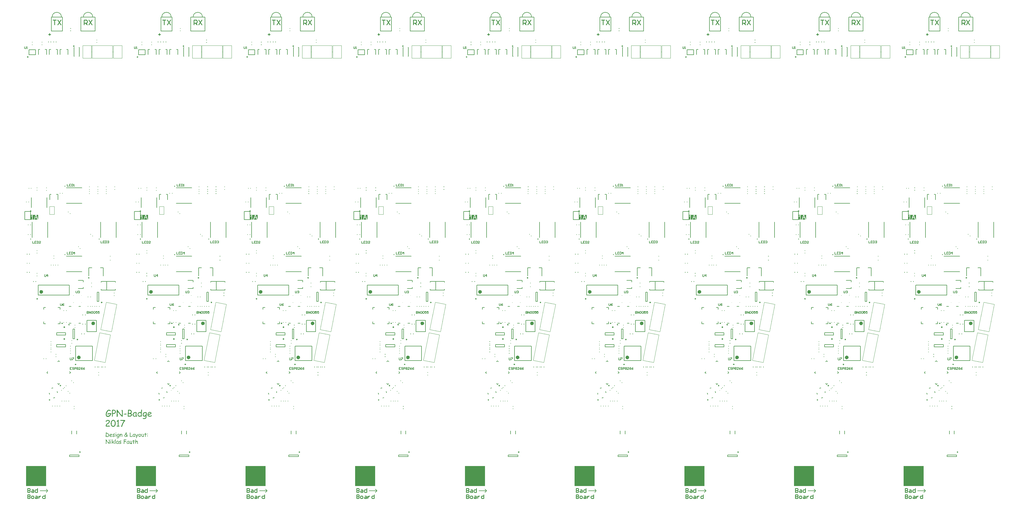
<source format=gbr>
G04 Layer_Color=65535*
%FSLAX25Y25*%
%MOIN*%
%TF.FileFunction,Legend,Top*%
%TF.Part,CustomerPanel*%
G01*
G75*
%TA.AperFunction,NonConductor*%
%ADD141C,0.00787*%
%ADD142C,0.00984*%
%ADD143C,0.01000*%
%ADD144C,0.02362*%
%ADD145C,0.00394*%
%ADD146C,0.00591*%
%ADD147C,0.00500*%
%ADD148C,0.01968*%
%ADD149R,0.25590X0.25590*%
G36*
X1130348Y371565D02*
X1120927D01*
Y377777D01*
X1130348D01*
Y371565D01*
D02*
G37*
G36*
X991549D02*
X982129D01*
Y377777D01*
X991549D01*
Y371565D01*
D02*
G37*
G36*
X852751D02*
X843331D01*
Y377777D01*
X852751D01*
Y371565D01*
D02*
G37*
G36*
X713953D02*
X704532D01*
Y377777D01*
X713953D01*
Y371565D01*
D02*
G37*
G36*
X575154D02*
X565734D01*
Y377777D01*
X575154D01*
Y371565D01*
D02*
G37*
G36*
X436356D02*
X426936D01*
Y377777D01*
X436356D01*
Y371565D01*
D02*
G37*
G36*
X297558D02*
X288137D01*
Y377777D01*
X297558D01*
Y371565D01*
D02*
G37*
G36*
X158759D02*
X149339D01*
Y377777D01*
X158759D01*
Y371565D01*
D02*
G37*
G36*
X19961D02*
X10541D01*
Y377777D01*
X19961D01*
Y371565D01*
D02*
G37*
G36*
X115399Y130710D02*
X115489Y130699D01*
X115602Y130688D01*
X115715Y130665D01*
X115850Y130631D01*
X116144Y130552D01*
X116302Y130496D01*
X116460Y130428D01*
X116629Y130349D01*
X116787Y130248D01*
X116956Y130146D01*
X117125Y130022D01*
X117136Y130011D01*
X117170Y129988D01*
X117215Y129943D01*
X117283Y129887D01*
X117351Y129819D01*
X117441Y129729D01*
X117520Y129627D01*
X117621Y129515D01*
X117712Y129379D01*
X117802Y129244D01*
X117881Y129097D01*
X117949Y128928D01*
X118016Y128759D01*
X118061Y128578D01*
X118095Y128398D01*
X118106Y128195D01*
Y128184D01*
Y128138D01*
X118095Y128059D01*
Y127969D01*
X118073Y127856D01*
X118050Y127721D01*
X118016Y127563D01*
X117971Y127405D01*
X117915Y127236D01*
X117847Y127056D01*
X117768Y126875D01*
X117667Y126695D01*
X117543Y126514D01*
X117407Y126334D01*
X117238Y126164D01*
X117057Y126006D01*
X117046Y125995D01*
X117012Y125973D01*
X116967Y125939D01*
X116888Y125894D01*
X116798Y125837D01*
X116697Y125781D01*
X116572Y125713D01*
X116437Y125646D01*
X116279Y125578D01*
X116110Y125510D01*
X115918Y125454D01*
X115726Y125397D01*
X115512Y125352D01*
X115298Y125318D01*
X115061Y125296D01*
X114824Y125285D01*
X114745D01*
X114689Y125296D01*
X114598D01*
X114486Y125318D01*
X114339Y125330D01*
X114158Y125352D01*
Y125341D01*
Y125307D01*
Y125262D01*
Y125194D01*
X114147Y125093D01*
Y124980D01*
Y124833D01*
Y124676D01*
X114136Y124484D01*
Y124269D01*
Y124032D01*
Y123773D01*
X114125Y123480D01*
Y123153D01*
Y122803D01*
Y122431D01*
Y122420D01*
Y122397D01*
X114113Y122352D01*
X114102Y122295D01*
X114068Y122183D01*
X114023Y122115D01*
X113978Y122058D01*
X113967Y122047D01*
X113955Y122036D01*
X113922Y122013D01*
X113876Y121991D01*
X113764Y121934D01*
X113696Y121923D01*
X113617Y121912D01*
X113583D01*
X113538Y121923D01*
X113482Y121934D01*
X113369Y121980D01*
X113301Y122013D01*
X113245Y122058D01*
Y122070D01*
X113222Y122081D01*
X113200Y122115D01*
X113177Y122160D01*
X113132Y122273D01*
X113121Y122352D01*
X113109Y122431D01*
Y124055D01*
Y124066D01*
Y124089D01*
Y124145D01*
Y124202D01*
Y124292D01*
Y124393D01*
X113121Y124506D01*
Y124642D01*
Y124800D01*
X113132Y124969D01*
X113143Y125161D01*
Y125364D01*
X113155Y125589D01*
X113166Y125826D01*
X113188Y126074D01*
X113200Y126345D01*
Y126367D01*
Y126413D01*
X113211Y126492D01*
X113222Y126604D01*
Y126740D01*
X113233Y126886D01*
X113245Y127044D01*
X113256Y127225D01*
X113279Y127597D01*
X113301Y127980D01*
X113312Y128161D01*
Y128330D01*
X113324Y128488D01*
Y128623D01*
Y129391D01*
Y129402D01*
Y129413D01*
Y129481D01*
Y129571D01*
X113335Y129695D01*
Y129819D01*
X113358Y129955D01*
X113369Y130079D01*
X113391Y130191D01*
Y130203D01*
X113403Y130214D01*
X113414Y130270D01*
X113448Y130338D01*
X113504Y130428D01*
X113583Y130507D01*
X113673Y130575D01*
X113786Y130609D01*
X113854Y130620D01*
X113933Y130609D01*
X113944D01*
X113967Y130620D01*
X114001Y130631D01*
X114057Y130643D01*
X114125Y130654D01*
X114215Y130665D01*
X114316Y130676D01*
X114429Y130688D01*
X114441D01*
X114486Y130699D01*
X114553D01*
X114655Y130710D01*
X114768D01*
X114903Y130722D01*
X115332D01*
X115399Y130710D01*
D02*
G37*
G36*
X109410Y130699D02*
X109567Y130676D01*
X109759Y130643D01*
X109985Y130575D01*
X110244Y130496D01*
X110538Y130383D01*
X110549D01*
X110583Y130361D01*
X110628Y130349D01*
X110696Y130315D01*
X110775Y130282D01*
X110853Y130236D01*
X111045Y130124D01*
X111226Y130000D01*
X111305Y129921D01*
X111384Y129842D01*
X111451Y129763D01*
X111496Y129684D01*
X111530Y129594D01*
X111541Y129503D01*
Y129492D01*
Y129470D01*
X111530Y129424D01*
X111519Y129368D01*
X111496Y129300D01*
X111474Y129233D01*
X111429Y129165D01*
X111372Y129097D01*
X111361Y129086D01*
X111338Y129075D01*
X111305Y129041D01*
X111259Y129018D01*
X111135Y128951D01*
X111056Y128939D01*
X110977Y128928D01*
X110955D01*
X110887Y128951D01*
X110775Y128984D01*
X110707Y129018D01*
X110628Y129063D01*
X110617Y129075D01*
X110594Y129086D01*
X110549Y129109D01*
X110493Y129142D01*
X110414Y129188D01*
X110335Y129233D01*
X110143Y129323D01*
X109917Y129413D01*
X109680Y129503D01*
X109443Y129560D01*
X109331Y129582D01*
X109195D01*
X109150Y129571D01*
X109060Y129560D01*
X108958Y129526D01*
X108823Y129481D01*
X108676Y129402D01*
X108519Y129289D01*
X108349Y129142D01*
X108338Y129131D01*
X108304Y129097D01*
X108259Y129041D01*
X108180Y128962D01*
X108090Y128860D01*
X107977Y128725D01*
X107842Y128556D01*
X107695Y128364D01*
X107684Y128341D01*
X107639Y128285D01*
X107582Y128195D01*
X107503Y128071D01*
X107402Y127913D01*
X107300Y127721D01*
X107176Y127507D01*
X107063Y127270D01*
X106951Y127010D01*
X106826Y126728D01*
X106725Y126424D01*
X106635Y126097D01*
X106544Y125758D01*
X106488Y125420D01*
X106443Y125059D01*
X106432Y124687D01*
Y124676D01*
Y124642D01*
Y124585D01*
Y124518D01*
X106443Y124439D01*
X106454Y124337D01*
X106477Y124123D01*
X106511Y123875D01*
X106567Y123638D01*
X106646Y123423D01*
X106691Y123322D01*
X106747Y123243D01*
X106770Y123220D01*
X106815Y123175D01*
X106905Y123096D01*
X107041Y123017D01*
X107120Y122972D01*
X107210Y122938D01*
X107311Y122893D01*
X107436Y122859D01*
X107560Y122837D01*
X107706Y122814D01*
X107853Y122792D01*
X108112D01*
X108191Y122803D01*
X108270Y122814D01*
X108372Y122826D01*
X108485Y122848D01*
X108609Y122871D01*
X108868Y122938D01*
X109161Y123051D01*
X109308Y123130D01*
X109455Y123209D01*
X109601Y123299D01*
X109737Y123412D01*
X109748Y123423D01*
X109771Y123446D01*
X109804Y123480D01*
X109861Y123536D01*
X109929Y123604D01*
X109996Y123683D01*
X110075Y123784D01*
X110154Y123897D01*
X110244Y124021D01*
X110335Y124168D01*
X110425Y124314D01*
X110515Y124484D01*
X110594Y124676D01*
X110673Y124867D01*
X110752Y125082D01*
X110808Y125307D01*
X110741D01*
X110662Y125296D01*
X110549Y125285D01*
X110425Y125273D01*
X110267Y125251D01*
X110098Y125228D01*
X109906Y125206D01*
X109714Y125172D01*
X109500Y125127D01*
X109060Y125025D01*
X108620Y124890D01*
X108191Y124721D01*
X108169Y124709D01*
X108112Y124698D01*
X108033Y124676D01*
X107943Y124664D01*
X107909D01*
X107864Y124676D01*
X107808Y124687D01*
X107740Y124709D01*
X107673Y124743D01*
X107616Y124788D01*
X107548Y124845D01*
X107537Y124856D01*
X107526Y124879D01*
X107503Y124912D01*
X107481Y124958D01*
X107424Y125082D01*
X107413Y125161D01*
X107402Y125240D01*
Y125251D01*
Y125296D01*
X107413Y125341D01*
X107436Y125420D01*
X107469Y125499D01*
X107526Y125578D01*
X107594Y125657D01*
X107684Y125736D01*
X107695Y125747D01*
X107740Y125770D01*
X107819Y125803D01*
X107921Y125849D01*
X108045Y125905D01*
X108214Y125961D01*
X108417Y126029D01*
X108643Y126097D01*
X108913Y126164D01*
X109207Y126232D01*
X109545Y126288D01*
X109917Y126345D01*
X110335Y126390D01*
X110775Y126424D01*
X111259Y126446D01*
X111790Y126458D01*
X111835D01*
X111869Y126446D01*
X111925Y126435D01*
X111993Y126413D01*
X112060Y126390D01*
X112128Y126345D01*
X112185Y126288D01*
X112196Y126277D01*
X112207Y126266D01*
X112241Y126221D01*
X112275Y126176D01*
X112331Y126052D01*
X112342Y125984D01*
X112354Y125894D01*
Y125882D01*
Y125837D01*
X112342Y125770D01*
X112320Y125691D01*
X112275Y125612D01*
X112230Y125522D01*
X112151Y125443D01*
X112049Y125375D01*
Y125352D01*
X112038Y125296D01*
X112015Y125217D01*
X111981Y125093D01*
X111936Y124946D01*
X111880Y124788D01*
X111812Y124597D01*
X111733Y124405D01*
X111643Y124190D01*
X111541Y123976D01*
X111429Y123750D01*
X111293Y123525D01*
X111147Y123299D01*
X110977Y123074D01*
X110797Y122871D01*
X110605Y122668D01*
X110594Y122656D01*
X110560Y122623D01*
X110493Y122577D01*
X110414Y122510D01*
X110312Y122431D01*
X110177Y122352D01*
X110041Y122262D01*
X109872Y122171D01*
X109692Y122070D01*
X109489Y121980D01*
X109285Y121901D01*
X109060Y121822D01*
X108812Y121754D01*
X108564Y121709D01*
X108293Y121675D01*
X108022Y121664D01*
X107898D01*
X107797Y121675D01*
X107684Y121686D01*
X107560Y121709D01*
X107413Y121731D01*
X107266Y121754D01*
X106928Y121844D01*
X106759Y121912D01*
X106590Y121980D01*
X106432Y122070D01*
X106274Y122171D01*
X106127Y122284D01*
X105992Y122420D01*
X105981Y122431D01*
X105958Y122453D01*
X105924Y122498D01*
X105890Y122566D01*
X105834Y122645D01*
X105777Y122735D01*
X105721Y122859D01*
X105653Y122984D01*
X105586Y123141D01*
X105529Y123311D01*
X105473Y123491D01*
X105417Y123705D01*
X105383Y123920D01*
X105349Y124168D01*
X105326Y124427D01*
X105315Y124698D01*
Y124709D01*
Y124766D01*
Y124845D01*
X105326Y124946D01*
X105338Y125082D01*
X105349Y125228D01*
X105371Y125409D01*
X105394Y125600D01*
X105439Y125815D01*
X105473Y126052D01*
X105529Y126288D01*
X105597Y126548D01*
X105676Y126807D01*
X105766Y127078D01*
X105868Y127360D01*
X105981Y127642D01*
X105992Y127665D01*
X106014Y127710D01*
X106048Y127789D01*
X106105Y127890D01*
X106172Y128026D01*
X106251Y128172D01*
X106341Y128330D01*
X106454Y128511D01*
X106567Y128702D01*
X106702Y128905D01*
X106849Y129109D01*
X106996Y129312D01*
X107334Y129718D01*
X107526Y129909D01*
X107718Y130090D01*
X107729Y130101D01*
X107751Y130112D01*
X107785Y130146D01*
X107842Y130191D01*
X107909Y130236D01*
X107988Y130293D01*
X108169Y130406D01*
X108394Y130518D01*
X108643Y130620D01*
X108925Y130699D01*
X109060Y130710D01*
X109207Y130722D01*
X109297D01*
X109410Y130699D01*
D02*
G37*
G36*
X150706Y130834D02*
X150785Y130823D01*
X150886Y130778D01*
X150976Y130710D01*
X151055Y130620D01*
X151112Y130485D01*
X151134Y130394D01*
Y130304D01*
Y130293D01*
Y130270D01*
Y130214D01*
Y130146D01*
X151123Y130045D01*
Y129921D01*
X151112Y129774D01*
Y129594D01*
X151089Y129379D01*
X151078Y129142D01*
X151067Y128860D01*
X151044Y128544D01*
X151010Y128195D01*
X150988Y127811D01*
X150954Y127383D01*
X150909Y126909D01*
Y126898D01*
Y126875D01*
Y126830D01*
X150897Y126774D01*
Y126695D01*
X150886Y126604D01*
Y126514D01*
Y126401D01*
X150875Y126153D01*
X150864Y125882D01*
X150852Y125589D01*
Y125285D01*
Y125262D01*
Y125206D01*
Y125104D01*
Y124980D01*
Y124833D01*
X150864Y124653D01*
Y124461D01*
X150875Y124247D01*
X150897Y123796D01*
X150920Y123333D01*
X150943Y123119D01*
X150965Y122893D01*
X150988Y122690D01*
X151022Y122510D01*
Y122498D01*
X151033Y122465D01*
Y122420D01*
Y122386D01*
Y122374D01*
Y122352D01*
X151022Y122307D01*
X151010Y122262D01*
X150965Y122137D01*
X150931Y122081D01*
X150875Y122025D01*
X150864Y122013D01*
X150852Y122002D01*
X150819Y121980D01*
X150773Y121957D01*
X150661Y121901D01*
X150593Y121889D01*
X150514Y121878D01*
X150503D01*
X150458Y121889D01*
X150401Y121901D01*
X150322Y121946D01*
X150243Y122002D01*
X150164Y122092D01*
X150085Y122216D01*
X150051Y122284D01*
X150018Y122374D01*
X149995Y122363D01*
X149950Y122329D01*
X149871Y122273D01*
X149758Y122205D01*
X149634Y122137D01*
X149499Y122070D01*
X149341Y121991D01*
X149183Y121934D01*
X149160Y121923D01*
X149104Y121912D01*
X149025Y121889D01*
X148912Y121867D01*
X148777Y121833D01*
X148630Y121810D01*
X148461Y121799D01*
X148292Y121788D01*
X148179D01*
X148100Y121799D01*
X148010Y121810D01*
X147897Y121833D01*
X147762Y121855D01*
X147626Y121878D01*
X147333Y121968D01*
X147175Y122036D01*
X147017Y122104D01*
X146848Y122194D01*
X146690Y122295D01*
X146543Y122408D01*
X146397Y122544D01*
X146385Y122555D01*
X146363Y122577D01*
X146329Y122623D01*
X146273Y122690D01*
X146216Y122758D01*
X146160Y122859D01*
X146081Y122961D01*
X146013Y123085D01*
X145946Y123220D01*
X145878Y123378D01*
X145810Y123536D01*
X145754Y123717D01*
X145697Y123908D01*
X145663Y124100D01*
X145641Y124314D01*
X145630Y124540D01*
Y124563D01*
Y124608D01*
Y124687D01*
X145641Y124788D01*
X145652Y124912D01*
X145675Y125059D01*
X145697Y125217D01*
X145731Y125386D01*
X145765Y125578D01*
X145821Y125770D01*
X145878Y125961D01*
X145957Y126164D01*
X146047Y126356D01*
X146149Y126548D01*
X146273Y126740D01*
X146408Y126909D01*
X146419Y126920D01*
X146442Y126943D01*
X146487Y126988D01*
X146555Y127044D01*
X146622Y127112D01*
X146724Y127191D01*
X146825Y127270D01*
X146949Y127360D01*
X147096Y127439D01*
X147243Y127518D01*
X147412Y127597D01*
X147592Y127665D01*
X147784Y127721D01*
X147987Y127766D01*
X148213Y127789D01*
X148438Y127800D01*
X148540D01*
X148664Y127789D01*
X148799Y127778D01*
X148957Y127755D01*
X149127Y127710D01*
X149284Y127665D01*
X149420Y127597D01*
X149950Y127214D01*
Y127225D01*
Y127236D01*
Y127270D01*
Y127315D01*
X149961Y127439D01*
Y127586D01*
X149972Y127778D01*
Y127992D01*
X149984Y128229D01*
X149995Y128477D01*
X150029Y128996D01*
X150040Y129266D01*
X150051Y129515D01*
X150074Y129763D01*
X150085Y129977D01*
X150108Y130180D01*
X150130Y130349D01*
Y130361D01*
Y130372D01*
X150153Y130428D01*
X150175Y130507D01*
X150221Y130597D01*
X150277Y130688D01*
X150367Y130767D01*
X150480Y130823D01*
X150548Y130846D01*
X150649D01*
X150706Y130834D01*
D02*
G37*
G36*
X131214Y125522D02*
X131293Y125510D01*
X131383Y125476D01*
X131473Y125431D01*
X131552Y125352D01*
X131609Y125240D01*
X131631Y125172D01*
Y125093D01*
Y125082D01*
X131620Y125036D01*
X131609Y124969D01*
X131575Y124901D01*
X131530Y124822D01*
X131451Y124754D01*
X131338Y124698D01*
X131191Y124664D01*
X131157D01*
X131112Y124653D01*
X130954D01*
X130853Y124642D01*
X130729D01*
X130571Y124630D01*
X130402Y124619D01*
X130210D01*
X129984Y124608D01*
X129477D01*
X129183Y124597D01*
X128495D01*
X128450Y124608D01*
X128371Y124619D01*
X128292Y124653D01*
X128202Y124698D01*
X128123Y124777D01*
X128078Y124879D01*
X128055Y125025D01*
Y125048D01*
X128067Y125093D01*
X128078Y125161D01*
X128112Y125240D01*
X128168Y125318D01*
X128247Y125386D01*
X128360Y125431D01*
X128518Y125454D01*
X128845D01*
X129025Y125465D01*
X129251D01*
X129511Y125476D01*
X129815Y125488D01*
X129894D01*
X129962Y125499D01*
X130120D01*
X130311Y125510D01*
X130526Y125522D01*
X130740D01*
X130954Y125533D01*
X131157D01*
X131214Y125522D01*
D02*
G37*
G36*
X119889Y130597D02*
X119945Y130575D01*
X120035Y130530D01*
X120137Y130451D01*
X120193Y130406D01*
X120261Y130338D01*
X120329Y130259D01*
X120396Y130180D01*
X120475Y130079D01*
X120554Y129966D01*
X120565Y129943D01*
X120611Y129876D01*
X120690Y129763D01*
X120791Y129627D01*
X120904Y129447D01*
X121051Y129244D01*
X121209Y129007D01*
X121378Y128759D01*
X121569Y128499D01*
X121761Y128217D01*
X122179Y127653D01*
X122607Y127078D01*
X122821Y126796D01*
X123025Y126537D01*
X123036Y126514D01*
X123081Y126469D01*
X123160Y126379D01*
X123250Y126266D01*
X123374Y126119D01*
X123521Y125950D01*
X123690Y125758D01*
X123871Y125544D01*
X124085Y125318D01*
X124299Y125070D01*
X124536Y124822D01*
X124795Y124551D01*
X125055Y124281D01*
X125326Y123999D01*
X125901Y123446D01*
Y123457D01*
Y123491D01*
Y123547D01*
Y123626D01*
Y123728D01*
Y123841D01*
Y123987D01*
X125890Y124157D01*
X125878Y124845D01*
Y124856D01*
Y124867D01*
Y124901D01*
Y124958D01*
Y125014D01*
Y125082D01*
Y125251D01*
Y125454D01*
X125867Y125691D01*
Y125950D01*
X125856Y126232D01*
X125845Y126537D01*
X125833Y126853D01*
X125799Y127496D01*
X125777Y127811D01*
X125754Y128127D01*
X125721Y128420D01*
X125687Y128702D01*
Y128714D01*
Y128736D01*
X125675Y128770D01*
X125664Y128826D01*
X125642Y128905D01*
X125619Y129007D01*
X125585Y129142D01*
X125540Y129289D01*
Y129300D01*
X125529Y129345D01*
X125506Y129413D01*
X125495Y129503D01*
X125450Y129695D01*
X125438Y129785D01*
Y129876D01*
Y129887D01*
Y129898D01*
Y129932D01*
X125450Y129977D01*
X125472Y130079D01*
X125506Y130203D01*
X125574Y130315D01*
X125687Y130417D01*
X125743Y130462D01*
X125822Y130496D01*
X125912Y130507D01*
X126014Y130518D01*
X126025D01*
X126059Y130507D01*
X126104Y130496D01*
X126160Y130462D01*
X126239Y130406D01*
X126318Y130327D01*
X126409Y130214D01*
X126499Y130067D01*
X126544Y129977D01*
X126589Y129876D01*
X126634Y129763D01*
X126679Y129639D01*
X126724Y129503D01*
X126758Y129357D01*
X126792Y129188D01*
X126837Y129007D01*
X126860Y128804D01*
X126894Y128590D01*
X126916Y128364D01*
X126939Y128116D01*
X126961Y127845D01*
X126973Y127563D01*
X126984Y127259D01*
Y126932D01*
Y126920D01*
Y126898D01*
Y126864D01*
Y126819D01*
Y126751D01*
Y126672D01*
Y126582D01*
Y126469D01*
Y126345D01*
Y126210D01*
X126973Y126063D01*
Y125894D01*
Y125713D01*
Y125522D01*
X126961Y125318D01*
Y125093D01*
Y125082D01*
Y125036D01*
Y124980D01*
Y124890D01*
Y124800D01*
Y124676D01*
Y124551D01*
Y124416D01*
X126950Y124111D01*
Y123818D01*
Y123525D01*
Y123390D01*
Y123266D01*
Y123254D01*
Y123220D01*
Y123153D01*
X126939Y123062D01*
X126927Y122938D01*
X126916Y122780D01*
X126894Y122600D01*
X126860Y122386D01*
Y122374D01*
Y122363D01*
X126837Y122295D01*
X126803Y122216D01*
X126747Y122115D01*
X126679Y122013D01*
X126567Y121923D01*
X126431Y121855D01*
X126352Y121844D01*
X126262Y121833D01*
X126251D01*
X126206Y121844D01*
X126149Y121855D01*
X126059Y121878D01*
X125957Y121934D01*
X125833Y122002D01*
X125687Y122092D01*
X125540Y122228D01*
X125529Y122239D01*
X125517Y122250D01*
X125484Y122284D01*
X125438Y122329D01*
X125382Y122386D01*
X125314Y122453D01*
X125235Y122532D01*
X125145Y122623D01*
X125044Y122724D01*
X124931Y122837D01*
X124807Y122972D01*
X124671Y123108D01*
X124536Y123266D01*
X124378Y123423D01*
X124220Y123604D01*
X124051Y123784D01*
X123882Y123987D01*
X123690Y124202D01*
X123498Y124416D01*
X123295Y124653D01*
X123081Y124901D01*
X122867Y125161D01*
X122652Y125431D01*
X122415Y125702D01*
X122179Y125995D01*
X121942Y126300D01*
X121694Y126616D01*
X121445Y126943D01*
X120926Y127620D01*
X120385Y128353D01*
X120351Y127101D01*
X120340Y125849D01*
Y125826D01*
Y125758D01*
Y125657D01*
Y125499D01*
X120351Y125307D01*
Y125070D01*
Y124788D01*
X120362Y124461D01*
Y124450D01*
Y124416D01*
Y124371D01*
Y124314D01*
Y124236D01*
X120374Y124145D01*
Y123942D01*
Y123728D01*
X120385Y123491D01*
Y123277D01*
Y123085D01*
Y123074D01*
Y123017D01*
Y122950D01*
X120374Y122859D01*
X120362Y122747D01*
X120351Y122623D01*
X120317Y122352D01*
X120250Y122070D01*
X120193Y121946D01*
X120148Y121844D01*
X120080Y121743D01*
X120001Y121675D01*
X119911Y121630D01*
X119810Y121607D01*
X119765D01*
X119708Y121619D01*
X119641Y121630D01*
X119562Y121652D01*
X119483Y121698D01*
X119392Y121743D01*
X119325Y121810D01*
X119313Y121822D01*
X119302Y121844D01*
X119280Y121878D01*
X119246Y121923D01*
X119189Y122047D01*
X119178Y122126D01*
X119167Y122205D01*
Y122216D01*
Y122250D01*
Y122307D01*
Y122374D01*
X119178Y122476D01*
Y122600D01*
X119189Y122735D01*
X119201Y122905D01*
Y122927D01*
X119212Y122984D01*
Y123062D01*
X119223Y123175D01*
X119235Y123401D01*
X119246Y123514D01*
Y123604D01*
Y123615D01*
Y123672D01*
Y123750D01*
Y123863D01*
X119257Y124010D01*
Y124190D01*
Y124393D01*
X119268Y124630D01*
Y124642D01*
Y124664D01*
Y124698D01*
Y124743D01*
X119280Y124867D01*
Y125014D01*
Y125183D01*
X119291Y125352D01*
Y125510D01*
Y125657D01*
Y125679D01*
Y125724D01*
Y125815D01*
Y125928D01*
Y126085D01*
X119280Y126266D01*
Y126492D01*
X119268Y126751D01*
Y126762D01*
Y126785D01*
Y126819D01*
Y126875D01*
Y127010D01*
Y127168D01*
X119257Y127349D01*
Y127529D01*
Y127710D01*
Y127856D01*
Y127868D01*
Y127924D01*
Y128003D01*
X119246Y128116D01*
Y128262D01*
X119235Y128443D01*
X119212Y128657D01*
X119189Y128894D01*
Y128905D01*
Y128928D01*
X119178Y128962D01*
Y129007D01*
X119167Y129131D01*
X119156Y129278D01*
X119144Y129447D01*
X119133Y129627D01*
X119122Y129785D01*
Y129932D01*
Y129943D01*
Y129977D01*
X119133Y130022D01*
X119144Y130079D01*
X119178Y130158D01*
X119212Y130236D01*
X119268Y130315D01*
X119336Y130394D01*
X119347Y130406D01*
X119370Y130428D01*
X119415Y130462D01*
X119483Y130507D01*
X119550Y130541D01*
X119641Y130575D01*
X119731Y130597D01*
X119832Y130609D01*
X119844D01*
X119889Y130597D01*
D02*
G37*
G36*
X161128Y127800D02*
X161219D01*
X161433Y127778D01*
X161670Y127732D01*
X161918Y127676D01*
X162166Y127597D01*
X162392Y127496D01*
X162403D01*
X162426Y127473D01*
X162459Y127450D01*
X162505Y127428D01*
X162617Y127338D01*
X162753Y127202D01*
X162888Y127044D01*
X163001Y126841D01*
X163046Y126728D01*
X163080Y126604D01*
X163102Y126469D01*
X163114Y126322D01*
Y126311D01*
Y126300D01*
X163102Y126232D01*
X163080Y126119D01*
X163035Y125995D01*
X162956Y125837D01*
X162843Y125668D01*
X162775Y125578D01*
X162696Y125488D01*
X162595Y125409D01*
X162482Y125318D01*
X162471Y125307D01*
X162426Y125285D01*
X162347Y125240D01*
X162234Y125172D01*
X162166Y125127D01*
X162076Y125082D01*
X161986Y125036D01*
X161873Y124980D01*
X161749Y124924D01*
X161613Y124856D01*
X161467Y124788D01*
X161309Y124709D01*
X159200Y123705D01*
X159211Y123683D01*
X159256Y123626D01*
X159324Y123547D01*
X159414Y123446D01*
X159515Y123333D01*
X159651Y123220D01*
X159797Y123108D01*
X159967Y123017D01*
X159989Y123006D01*
X160046Y122984D01*
X160147Y122950D01*
X160271Y122905D01*
X160429Y122859D01*
X160609Y122826D01*
X160813Y122803D01*
X161038Y122792D01*
X161106D01*
X161185Y122803D01*
X161298Y122814D01*
X161422Y122826D01*
X161580Y122848D01*
X161749Y122882D01*
X161929Y122927D01*
X161941D01*
X161963Y122938D01*
X161986Y122950D01*
X162031Y122961D01*
X162144Y122995D01*
X162279Y123051D01*
X162426Y123119D01*
X162561Y123209D01*
X162674Y123299D01*
X162764Y123401D01*
X162775Y123412D01*
X162798Y123446D01*
X162832Y123502D01*
X162888Y123559D01*
X162944Y123604D01*
X163012Y123660D01*
X163091Y123694D01*
X163170Y123705D01*
X163204D01*
X163238Y123694D01*
X163294Y123683D01*
X163407Y123649D01*
X163463Y123604D01*
X163520Y123559D01*
X163531Y123547D01*
X163542Y123536D01*
X163565Y123502D01*
X163599Y123457D01*
X163655Y123344D01*
X163666Y123288D01*
X163678Y123209D01*
Y123198D01*
Y123187D01*
X163666Y123153D01*
Y123108D01*
X163621Y122995D01*
X163599Y122927D01*
X163554Y122848D01*
X163497Y122769D01*
X163441Y122690D01*
X163351Y122600D01*
X163260Y122510D01*
X163147Y122420D01*
X163012Y122329D01*
X162865Y122250D01*
X162685Y122160D01*
X162674D01*
X162651Y122149D01*
X162606Y122126D01*
X162538Y122104D01*
X162459Y122070D01*
X162381Y122047D01*
X162279Y122013D01*
X162166Y121980D01*
X161907Y121901D01*
X161636Y121844D01*
X161343Y121799D01*
X161038Y121788D01*
X160914D01*
X160835Y121799D01*
X160722Y121810D01*
X160609Y121822D01*
X160474Y121844D01*
X160316Y121867D01*
X160000Y121934D01*
X159662Y122047D01*
X159493Y122126D01*
X159335Y122205D01*
X159166Y122295D01*
X159019Y122408D01*
X159008Y122420D01*
X158985Y122442D01*
X158940Y122476D01*
X158884Y122532D01*
X158827Y122611D01*
X158760Y122690D01*
X158681Y122792D01*
X158602Y122905D01*
X158523Y123040D01*
X158444Y123187D01*
X158376Y123344D01*
X158320Y123514D01*
X158263Y123694D01*
X158218Y123897D01*
X158196Y124111D01*
X158184Y124337D01*
Y124348D01*
Y124405D01*
Y124472D01*
X158196Y124574D01*
X158207Y124698D01*
X158218Y124845D01*
X158241Y125003D01*
X158275Y125172D01*
X158308Y125364D01*
X158353Y125555D01*
X158410Y125758D01*
X158478Y125961D01*
X158557Y126164D01*
X158647Y126367D01*
X158748Y126559D01*
X158872Y126751D01*
X158884Y126762D01*
X158906Y126796D01*
X158951Y126853D01*
X159008Y126920D01*
X159087Y126999D01*
X159177Y127089D01*
X159290Y127180D01*
X159414Y127281D01*
X159549Y127383D01*
X159696Y127473D01*
X159865Y127563D01*
X160046Y127642D01*
X160237Y127710D01*
X160452Y127766D01*
X160666Y127800D01*
X160903Y127811D01*
X161049D01*
X161128Y127800D01*
D02*
G37*
G36*
X135534Y130710D02*
X135613Y130699D01*
X135715Y130688D01*
X135839Y130665D01*
X135963Y130643D01*
X136245Y130564D01*
X136403Y130507D01*
X136561Y130440D01*
X136730Y130361D01*
X136899Y130282D01*
X137068Y130169D01*
X137237Y130056D01*
X137249Y130045D01*
X137283Y130022D01*
X137339Y129977D01*
X137395Y129921D01*
X137474Y129842D01*
X137565Y129752D01*
X137655Y129650D01*
X137756Y129537D01*
X137858Y129402D01*
X137948Y129255D01*
X138038Y129109D01*
X138117Y128939D01*
X138185Y128759D01*
X138230Y128578D01*
X138264Y128375D01*
X138275Y128172D01*
Y128161D01*
Y128105D01*
X138264Y128037D01*
Y127935D01*
X138241Y127823D01*
X138219Y127676D01*
X138185Y127529D01*
X138140Y127360D01*
X138083Y127180D01*
X138004Y126999D01*
X137914Y126819D01*
X137813Y126627D01*
X137677Y126446D01*
X137531Y126266D01*
X137361Y126097D01*
X137170Y125939D01*
X137181D01*
X137204Y125928D01*
X137249Y125905D01*
X137305Y125882D01*
X137373Y125849D01*
X137452Y125803D01*
X137632Y125713D01*
X137835Y125589D01*
X138038Y125454D01*
X138230Y125307D01*
X138399Y125149D01*
X138422Y125127D01*
X138467Y125070D01*
X138535Y124991D01*
X138613Y124867D01*
X138681Y124732D01*
X138749Y124574D01*
X138794Y124405D01*
X138817Y124213D01*
Y124202D01*
Y124179D01*
Y124145D01*
X138805Y124100D01*
X138794Y124044D01*
X138783Y123965D01*
X138726Y123807D01*
X138636Y123604D01*
X138580Y123502D01*
X138512Y123390D01*
X138422Y123277D01*
X138320Y123164D01*
X138207Y123040D01*
X138083Y122927D01*
X138061Y122905D01*
X137993Y122859D01*
X137903Y122780D01*
X137768Y122679D01*
X137610Y122577D01*
X137429Y122465D01*
X137237Y122363D01*
X137034Y122273D01*
X137023D01*
X136978Y122250D01*
X136910Y122228D01*
X136809Y122194D01*
X136685Y122160D01*
X136538Y122115D01*
X136369Y122081D01*
X136177Y122036D01*
X135951Y121991D01*
X135715Y121946D01*
X135455Y121901D01*
X135173Y121867D01*
X134869Y121833D01*
X134553Y121810D01*
X134214Y121799D01*
X133865Y121788D01*
X133819D01*
X133774Y121799D01*
X133718Y121822D01*
X133650Y121844D01*
X133571Y121878D01*
X133492Y121934D01*
X133413Y122013D01*
X133402Y122025D01*
X133380Y122047D01*
X133346Y122092D01*
X133312Y122149D01*
X133244Y122295D01*
X133222Y122374D01*
X133210Y122465D01*
Y124078D01*
Y124089D01*
Y124111D01*
Y124157D01*
Y124224D01*
Y124303D01*
Y124405D01*
X133222Y124518D01*
Y124653D01*
Y124800D01*
X133233Y124969D01*
X133244Y125149D01*
Y125352D01*
X133256Y125567D01*
X133267Y125803D01*
X133289Y126052D01*
X133301Y126322D01*
Y126345D01*
Y126390D01*
X133312Y126469D01*
Y126582D01*
X133323Y126706D01*
X133335Y126864D01*
X133346Y127022D01*
X133357Y127202D01*
X133368Y127574D01*
X133391Y127958D01*
X133402Y128138D01*
Y128308D01*
X133413Y128466D01*
Y128612D01*
Y128623D01*
Y128635D01*
Y128669D01*
Y128702D01*
Y128759D01*
Y128826D01*
X133425Y128905D01*
Y128996D01*
Y129097D01*
Y129210D01*
X133436Y129334D01*
X133447Y129470D01*
Y129616D01*
X133459Y129774D01*
X133470Y129943D01*
X133481Y130124D01*
Y130135D01*
X133492Y130169D01*
X133504Y130214D01*
X133515Y130270D01*
X133571Y130394D01*
X133616Y130440D01*
X133662Y130485D01*
X133673D01*
X133695Y130496D01*
X133741Y130507D01*
X133797Y130518D01*
X133865Y130541D01*
X133944Y130564D01*
X134045Y130586D01*
X134158Y130609D01*
X134406Y130643D01*
X134699Y130688D01*
X135015Y130710D01*
X135365Y130722D01*
X135455D01*
X135534Y130710D01*
D02*
G37*
G36*
X142855Y127800D02*
X142990Y127778D01*
X143148Y127744D01*
X143340Y127699D01*
X143543Y127642D01*
X143757Y127552D01*
X143769D01*
X143791Y127541D01*
X143825Y127518D01*
X143870Y127496D01*
X143994Y127428D01*
X144129Y127349D01*
X144265Y127236D01*
X144389Y127112D01*
X144434Y127044D01*
X144468Y126965D01*
X144490Y126886D01*
X144502Y126807D01*
Y126796D01*
Y126785D01*
X144490Y126717D01*
X144457Y126638D01*
X144389Y126548D01*
Y126537D01*
X144378Y126503D01*
X144366Y126458D01*
X144355Y126379D01*
X144344Y126288D01*
X144333Y126164D01*
X144310Y126018D01*
X144299Y125849D01*
Y125826D01*
Y125758D01*
X144287Y125657D01*
Y125522D01*
Y125341D01*
X144276Y125138D01*
Y124901D01*
Y124630D01*
Y124619D01*
Y124597D01*
Y124563D01*
Y124518D01*
Y124393D01*
X144287Y124236D01*
X144299Y124066D01*
X144310Y123886D01*
X144333Y123705D01*
X144366Y123547D01*
Y123536D01*
X144378Y123502D01*
X144400Y123435D01*
X144434Y123333D01*
X144479Y123198D01*
X144536Y123029D01*
X144615Y122826D01*
X144705Y122577D01*
X144716Y122555D01*
X144739Y122498D01*
X144784Y122408D01*
X144840Y122284D01*
X144874Y122194D01*
Y122183D01*
Y122160D01*
X144863Y122115D01*
X144851Y122070D01*
X144806Y121957D01*
X144772Y121889D01*
X144716Y121833D01*
X144705Y121822D01*
X144693Y121810D01*
X144660Y121788D01*
X144615Y121765D01*
X144502Y121709D01*
X144434Y121698D01*
X144355Y121686D01*
X144333D01*
X144310Y121698D01*
X144265Y121720D01*
X144220Y121743D01*
X144152Y121788D01*
X144073Y121855D01*
X143972Y121934D01*
X143960Y121946D01*
X143926Y121968D01*
X143893Y122013D01*
X143836Y122070D01*
X143712Y122194D01*
X143656Y122262D01*
X143611Y122329D01*
X143599D01*
X143588Y122318D01*
X143520Y122284D01*
X143419Y122228D01*
X143295Y122171D01*
X143148Y122104D01*
X142990Y122025D01*
X142832Y121957D01*
X142674Y121901D01*
X142652Y121889D01*
X142607Y121878D01*
X142528Y121855D01*
X142437Y121833D01*
X142336Y121799D01*
X142223Y121776D01*
X142110Y121765D01*
X141998Y121754D01*
X141873D01*
X141783Y121765D01*
X141682Y121776D01*
X141558Y121788D01*
X141422Y121810D01*
X141287Y121844D01*
X140971Y121934D01*
X140824Y121991D01*
X140666Y122058D01*
X140520Y122137D01*
X140373Y122239D01*
X140238Y122352D01*
X140125Y122476D01*
X140114Y122487D01*
X140103Y122510D01*
X140080Y122544D01*
X140035Y122611D01*
X140001Y122679D01*
X139956Y122769D01*
X139899Y122871D01*
X139854Y122995D01*
X139798Y123130D01*
X139753Y123288D01*
X139696Y123468D01*
X139663Y123649D01*
X139629Y123852D01*
X139595Y124078D01*
X139584Y124314D01*
X139572Y124574D01*
Y124585D01*
Y124630D01*
X139584Y124698D01*
Y124800D01*
X139606Y124912D01*
X139617Y125048D01*
X139651Y125194D01*
X139685Y125364D01*
X139730Y125533D01*
X139798Y125713D01*
X139866Y125905D01*
X139956Y126097D01*
X140057Y126288D01*
X140181Y126480D01*
X140328Y126672D01*
X140486Y126853D01*
X140497Y126864D01*
X140531Y126898D01*
X140576Y126943D01*
X140644Y126999D01*
X140734Y127078D01*
X140847Y127157D01*
X140960Y127247D01*
X141106Y127338D01*
X141253Y127417D01*
X141422Y127507D01*
X141603Y127586D01*
X141795Y127665D01*
X141998Y127721D01*
X142212Y127766D01*
X142437Y127800D01*
X142674Y127811D01*
X142765D01*
X142855Y127800D01*
D02*
G37*
G36*
X155477Y127687D02*
X155601D01*
X155737Y127665D01*
X155883Y127642D01*
X156019Y127608D01*
X156154Y127563D01*
X156165Y127552D01*
X156210Y127541D01*
X156278Y127507D01*
X156357Y127462D01*
X156436Y127405D01*
X156526Y127338D01*
X156605Y127259D01*
X156684Y127168D01*
X156707D01*
X156774Y127157D01*
X156876Y127123D01*
X156989Y127078D01*
X157090Y126999D01*
X157192Y126875D01*
X157226Y126807D01*
X157259Y126717D01*
X157271Y126616D01*
X157282Y126503D01*
Y126480D01*
Y126435D01*
X157271Y126345D01*
Y126232D01*
X157248Y126074D01*
X157226Y125894D01*
X157203Y125691D01*
X157158Y125454D01*
Y125443D01*
Y125420D01*
X157147Y125386D01*
X157135Y125330D01*
X157113Y125206D01*
X157090Y125036D01*
X157068Y124867D01*
X157045Y124698D01*
X157034Y124540D01*
X157023Y124416D01*
X156887Y122566D01*
Y122555D01*
Y122521D01*
Y122465D01*
X156876Y122386D01*
Y122295D01*
X156865Y122183D01*
X156853Y122058D01*
X156842Y121934D01*
X156819Y121652D01*
X156774Y121348D01*
X156729Y121055D01*
X156661Y120773D01*
Y120761D01*
X156650Y120739D01*
X156639Y120682D01*
X156616Y120626D01*
X156583Y120558D01*
X156560Y120468D01*
X156470Y120276D01*
X156357Y120062D01*
X156222Y119836D01*
X156064Y119633D01*
X155872Y119453D01*
X155861D01*
X155838Y119430D01*
X155804Y119408D01*
X155748Y119374D01*
X155680Y119329D01*
X155601Y119284D01*
X155500Y119238D01*
X155387Y119193D01*
X155252Y119148D01*
X155116Y119103D01*
X154958Y119058D01*
X154778Y119013D01*
X154597Y118979D01*
X154394Y118956D01*
X154180Y118945D01*
X153954Y118934D01*
X153774D01*
X153695Y118945D01*
X153526D01*
X153334Y118956D01*
X153131Y118979D01*
X152917Y119002D01*
X152725Y119035D01*
X152714D01*
X152691Y119047D01*
X152657D01*
X152623Y119069D01*
X152510Y119103D01*
X152386Y119160D01*
X152251Y119238D01*
X152149Y119340D01*
X152104Y119396D01*
X152071Y119464D01*
X152048Y119532D01*
X152037Y119611D01*
Y119622D01*
Y119633D01*
X152048Y119690D01*
X152059Y119769D01*
X152093Y119859D01*
X152149Y119949D01*
X152240Y120028D01*
X152353Y120085D01*
X152431Y120107D01*
X152601D01*
X152668Y120096D01*
X152759Y120085D01*
X152883Y120073D01*
X153018Y120051D01*
X153176Y120017D01*
X153199D01*
X153255Y120006D01*
X153357Y119983D01*
X153481Y119972D01*
X153627Y119949D01*
X153808Y119927D01*
X153999Y119915D01*
X154248D01*
X154304Y119927D01*
X154372Y119938D01*
X154462Y119949D01*
X154563Y119983D01*
X154665Y120017D01*
X154789Y120062D01*
X154902Y120118D01*
X155026Y120197D01*
X155150Y120276D01*
X155274Y120389D01*
X155387Y120513D01*
X155488Y120660D01*
X155590Y120818D01*
X155669Y121010D01*
Y121021D01*
X155680Y121043D01*
X155691Y121088D01*
X155714Y121145D01*
X155725Y121224D01*
X155748Y121314D01*
X155782Y121427D01*
X155804Y121551D01*
X155827Y121698D01*
X155849Y121855D01*
X155872Y122036D01*
X155894Y122228D01*
X155917Y122442D01*
X155928Y122679D01*
X155940Y122927D01*
X155950Y123186D01*
X155951Y123187D01*
Y123198D01*
X155950Y123186D01*
X155940Y123175D01*
X155917Y123141D01*
X155894Y123096D01*
X155838Y122972D01*
X155748Y122837D01*
X155646Y122679D01*
X155522Y122521D01*
X155376Y122363D01*
X155229Y122228D01*
X155206Y122216D01*
X155161Y122183D01*
X155071Y122126D01*
X154958Y122070D01*
X154823Y122013D01*
X154665Y121957D01*
X154484Y121923D01*
X154293Y121912D01*
X154202D01*
X154123Y121923D01*
X154045Y121934D01*
X153943Y121946D01*
X153841Y121968D01*
X153717Y122002D01*
X153458Y122081D01*
X153323Y122137D01*
X153187Y122194D01*
X153052Y122273D01*
X152917Y122363D01*
X152793Y122465D01*
X152668Y122589D01*
X152657Y122600D01*
X152646Y122623D01*
X152612Y122656D01*
X152567Y122713D01*
X152522Y122780D01*
X152477Y122859D01*
X152420Y122961D01*
X152364Y123062D01*
X152296Y123187D01*
X152240Y123322D01*
X152195Y123468D01*
X152149Y123626D01*
X152104Y123796D01*
X152071Y123965D01*
X152059Y124157D01*
X152048Y124360D01*
Y124382D01*
Y124427D01*
X152059Y124506D01*
Y124608D01*
X152071Y124732D01*
X152093Y124879D01*
X152116Y125036D01*
X152149Y125217D01*
X152195Y125409D01*
X152251Y125600D01*
X152319Y125792D01*
X152409Y125995D01*
X152499Y126198D01*
X152612Y126390D01*
X152747Y126570D01*
X152894Y126751D01*
X152905Y126762D01*
X152939Y126796D01*
X152984Y126841D01*
X153052Y126898D01*
X153142Y126977D01*
X153255Y127056D01*
X153379Y127135D01*
X153526Y127225D01*
X153684Y127315D01*
X153864Y127394D01*
X154067Y127484D01*
X154281Y127552D01*
X154507Y127608D01*
X154755Y127653D01*
X155015Y127687D01*
X155297Y127699D01*
X155387D01*
X155477Y127687D01*
D02*
G37*
G36*
X121389Y117847D02*
X121445Y117836D01*
X121524Y117802D01*
X121592Y117757D01*
X121648Y117678D01*
X121694Y117577D01*
X121705Y117430D01*
Y117407D01*
Y117374D01*
Y117340D01*
X121694Y117283D01*
Y117216D01*
X121682Y117137D01*
X121671Y117046D01*
Y117035D01*
Y117001D01*
X121660Y116956D01*
Y116911D01*
X121648Y116787D01*
Y116731D01*
Y116674D01*
Y116663D01*
Y116640D01*
Y116595D01*
Y116539D01*
Y116460D01*
Y116370D01*
X121660Y116257D01*
Y116121D01*
Y116110D01*
Y116065D01*
X121671Y115997D01*
Y115918D01*
X121682Y115727D01*
Y115648D01*
Y115569D01*
Y115558D01*
Y115535D01*
Y115501D01*
Y115456D01*
Y115388D01*
X121671Y115298D01*
Y115208D01*
Y115095D01*
X121660Y114971D01*
X121648Y114836D01*
X121637Y114678D01*
X121626Y114508D01*
X121615Y114328D01*
X121592Y114125D01*
X121569Y113911D01*
X121547Y113685D01*
Y113674D01*
Y113629D01*
X121536Y113572D01*
X121524Y113482D01*
X121513Y113380D01*
Y113256D01*
X121502Y113132D01*
X121491Y112986D01*
X121468Y112681D01*
X121445Y112376D01*
X121434Y112083D01*
X121423Y111948D01*
Y111824D01*
Y111812D01*
Y111767D01*
Y111700D01*
Y111609D01*
X121434Y111497D01*
Y111361D01*
X121445Y111215D01*
X121457Y111046D01*
Y111023D01*
X121468Y110967D01*
Y110888D01*
X121479Y110775D01*
X121491Y110662D01*
X121502Y110538D01*
X121513Y110414D01*
Y110301D01*
X122133D01*
X122167Y110290D01*
X122224Y110278D01*
X122348Y110245D01*
X122415Y110199D01*
X122472Y110154D01*
X122483Y110143D01*
X122494Y110132D01*
X122517Y110098D01*
X122551Y110053D01*
X122607Y109929D01*
X122618Y109861D01*
X122630Y109771D01*
Y109760D01*
Y109737D01*
X122618Y109692D01*
X122607Y109635D01*
X122562Y109523D01*
X122528Y109455D01*
X122472Y109399D01*
X122461Y109387D01*
X122449Y109376D01*
X122415Y109353D01*
X122370Y109331D01*
X122246Y109274D01*
X122179Y109263D01*
X122088Y109252D01*
X119776D01*
X119686Y109263D01*
X119505Y109274D01*
X119426Y109286D01*
X119359Y109297D01*
X119347D01*
X119313Y109320D01*
X119268Y109342D01*
X119223Y109387D01*
X119178Y109444D01*
X119133Y109523D01*
X119099Y109613D01*
X119088Y109726D01*
Y109737D01*
Y109748D01*
X119099Y109816D01*
X119133Y109906D01*
X119201Y110008D01*
X119246Y110053D01*
X119302Y110109D01*
X119370Y110154D01*
X119449Y110188D01*
X119550Y110233D01*
X119663Y110256D01*
X119799Y110267D01*
X119945Y110278D01*
X120216Y110267D01*
X120441D01*
Y110278D01*
Y110312D01*
Y110380D01*
Y110459D01*
X120430Y110572D01*
X120419Y110707D01*
X120408Y110865D01*
X120396Y111046D01*
Y111057D01*
Y111068D01*
X120385Y111136D01*
Y111226D01*
X120374Y111339D01*
X120362Y111463D01*
Y111598D01*
X120351Y111711D01*
Y111824D01*
Y111835D01*
Y111858D01*
Y111903D01*
Y111959D01*
Y112027D01*
X120362Y112117D01*
Y112230D01*
Y112354D01*
X120374Y112489D01*
Y112647D01*
X120385Y112828D01*
X120396Y113020D01*
X120408Y113223D01*
X120430Y113448D01*
X120441Y113685D01*
X120464Y113944D01*
Y113956D01*
X120475Y114012D01*
Y114080D01*
X120487Y114181D01*
X120498Y114294D01*
X120509Y114429D01*
X120520Y114576D01*
X120532Y114745D01*
X120554Y115084D01*
X120565Y115445D01*
X120588Y115783D01*
Y115941D01*
Y116088D01*
X120577Y116076D01*
X120554Y116065D01*
X120520Y116031D01*
X120464Y115997D01*
X120340Y115907D01*
X120193Y115806D01*
X120035Y115693D01*
X119877Y115603D01*
X119742Y115535D01*
X119686Y115524D01*
X119641Y115512D01*
X119607D01*
X119562Y115524D01*
X119505Y115535D01*
X119381Y115580D01*
X119325Y115614D01*
X119257Y115670D01*
X119246Y115682D01*
X119235Y115704D01*
X119212Y115738D01*
X119178Y115783D01*
X119122Y115907D01*
X119110Y115975D01*
X119099Y116054D01*
Y116065D01*
X119110Y116099D01*
X119122Y116155D01*
X119156Y116234D01*
X119212Y116324D01*
X119291Y116426D01*
X119404Y116550D01*
X119562Y116685D01*
X119573Y116697D01*
X119618Y116731D01*
X119686Y116776D01*
X119787Y116855D01*
X119900Y116945D01*
X120047Y117058D01*
X120216Y117204D01*
X120408Y117362D01*
X120419Y117374D01*
X120430Y117385D01*
X120487Y117441D01*
X120588Y117520D01*
X120701Y117610D01*
X120847Y117701D01*
X121005Y117780D01*
X121163Y117836D01*
X121254Y117859D01*
X121344D01*
X121389Y117847D01*
D02*
G37*
G36*
X108169Y117723D02*
X108248D01*
X108338Y117712D01*
X108440Y117689D01*
X108552Y117678D01*
X108800Y117610D01*
X109071Y117520D01*
X109353Y117407D01*
X109489Y117328D01*
X109624Y117238D01*
X109635Y117227D01*
X109658Y117216D01*
X109692Y117182D01*
X109748Y117137D01*
X109804Y117092D01*
X109872Y117024D01*
X110019Y116866D01*
X110165Y116663D01*
X110289Y116415D01*
X110346Y116291D01*
X110380Y116144D01*
X110402Y115997D01*
X110414Y115840D01*
Y115828D01*
Y115817D01*
Y115783D01*
Y115749D01*
X110402Y115636D01*
X110391Y115501D01*
X110368Y115343D01*
X110346Y115163D01*
X110301Y114982D01*
X110244Y114802D01*
X110233Y114779D01*
X110211Y114723D01*
X110177Y114632D01*
X110120Y114520D01*
X110053Y114384D01*
X109974Y114238D01*
X109872Y114080D01*
X109759Y113933D01*
X109737Y113911D01*
X109680Y113843D01*
X109579Y113741D01*
X109511Y113685D01*
X109432Y113606D01*
X109331Y113527D01*
X109229Y113448D01*
X109116Y113358D01*
X108992Y113256D01*
X108846Y113155D01*
X108699Y113053D01*
X108530Y112941D01*
X108349Y112828D01*
X108338Y112816D01*
X108304Y112794D01*
X108248Y112760D01*
X108180Y112726D01*
X108101Y112670D01*
X108000Y112602D01*
X107785Y112455D01*
X107560Y112298D01*
X107334Y112128D01*
X107233Y112049D01*
X107142Y111970D01*
X107052Y111903D01*
X106984Y111835D01*
X106973Y111824D01*
X106962Y111801D01*
X106928Y111767D01*
X106894Y111722D01*
X106849Y111666D01*
X106793Y111587D01*
X106736Y111508D01*
X106680Y111406D01*
X106567Y111181D01*
X106477Y110921D01*
X106409Y110628D01*
X106387Y110470D01*
Y110301D01*
X107526Y110403D01*
X107582D01*
X107639Y110414D01*
X107819D01*
X107921Y110425D01*
X108045D01*
X108180Y110436D01*
X108451Y110448D01*
X108733Y110459D01*
X108992Y110470D01*
X109274D01*
X109353Y110459D01*
X109466Y110448D01*
X109579Y110436D01*
X109714Y110414D01*
X109861Y110369D01*
X109996Y110324D01*
X110007D01*
X110019Y110312D01*
X110075Y110290D01*
X110154Y110245D01*
X110256Y110188D01*
X110346Y110109D01*
X110425Y110019D01*
X110481Y109906D01*
X110504Y109850D01*
Y109782D01*
Y109771D01*
Y109748D01*
X110493Y109703D01*
X110481Y109658D01*
X110436Y109534D01*
X110402Y109466D01*
X110346Y109399D01*
X110335Y109387D01*
X110323Y109376D01*
X110289Y109353D01*
X110244Y109320D01*
X110132Y109263D01*
X110053Y109252D01*
X109974Y109241D01*
X109917D01*
X109872Y109252D01*
X109816Y109263D01*
X109759Y109274D01*
X109590Y109320D01*
X109579D01*
X109545Y109331D01*
X109500Y109353D01*
X109455Y109365D01*
X109319Y109399D01*
X109207Y109410D01*
X108992D01*
X108879Y109399D01*
X108733D01*
X108564Y109387D01*
X108361Y109376D01*
X108270D01*
X108169Y109365D01*
X108045D01*
X107909Y109353D01*
X107763D01*
X107627Y109342D01*
X107413D01*
X107345Y109331D01*
X107255D01*
X107142Y109320D01*
X107007Y109308D01*
X106860Y109286D01*
X106838D01*
X106793Y109274D01*
X106714D01*
X106623Y109263D01*
X106420Y109252D01*
X106319Y109241D01*
X106127D01*
X106048Y109252D01*
X106026D01*
X105981Y109263D01*
X105924Y109274D01*
X105868D01*
X105823Y109286D01*
X105755Y109297D01*
X105676Y109320D01*
X105586Y109365D01*
X105507Y109432D01*
X105428Y109523D01*
X105371Y109647D01*
Y109658D01*
X105360Y109681D01*
X105349Y109737D01*
Y109805D01*
X105338Y109895D01*
X105326Y110008D01*
X105315Y110143D01*
Y110312D01*
Y110324D01*
Y110369D01*
Y110436D01*
X105326Y110527D01*
X105338Y110639D01*
X105349Y110764D01*
X105371Y110899D01*
X105405Y111057D01*
X105484Y111384D01*
X105541Y111553D01*
X105608Y111722D01*
X105687Y111903D01*
X105789Y112061D01*
X105890Y112230D01*
X106014Y112376D01*
X106026Y112399D01*
X106048Y112422D01*
X106082Y112444D01*
X106127Y112489D01*
X106195Y112546D01*
X106263Y112602D01*
X106353Y112681D01*
X106454Y112760D01*
X106578Y112862D01*
X106714Y112974D01*
X106883Y113087D01*
X107063Y113223D01*
X107266Y113369D01*
X107503Y113538D01*
X107751Y113708D01*
X107763Y113719D01*
X107785Y113730D01*
X107830Y113764D01*
X107876Y113798D01*
X108011Y113899D01*
X108180Y114012D01*
X108349Y114147D01*
X108530Y114294D01*
X108676Y114429D01*
X108744Y114497D01*
X108800Y114554D01*
X108812Y114565D01*
X108823Y114576D01*
X108846Y114610D01*
X108879Y114644D01*
X108958Y114757D01*
X109049Y114903D01*
X109128Y115095D01*
X109207Y115298D01*
X109263Y115535D01*
X109285Y115659D01*
Y115794D01*
Y115806D01*
X109274Y115851D01*
X109263Y115918D01*
X109229Y116009D01*
X109173Y116099D01*
X109094Y116200D01*
X108981Y116313D01*
X108823Y116415D01*
X108800Y116426D01*
X108755Y116460D01*
X108676Y116494D01*
X108575Y116550D01*
X108451Y116595D01*
X108315Y116629D01*
X108169Y116663D01*
X108022Y116674D01*
X107932D01*
X107842Y116663D01*
X107706Y116640D01*
X107560Y116606D01*
X107402Y116550D01*
X107221Y116482D01*
X107052Y116381D01*
X106263Y115761D01*
X106251Y115749D01*
X106229Y115738D01*
X106184Y115704D01*
X106127Y115670D01*
X106003Y115614D01*
X105935Y115591D01*
X105879Y115580D01*
X105856D01*
X105789Y115591D01*
X105699Y115603D01*
X105597Y115636D01*
X105495Y115693D01*
X105405Y115772D01*
X105338Y115885D01*
X105326Y115952D01*
X105315Y116031D01*
Y116042D01*
Y116076D01*
X105326Y116121D01*
X105338Y116189D01*
X105360Y116257D01*
X105405Y116324D01*
X105450Y116403D01*
X105518Y116471D01*
X105529Y116482D01*
X105552Y116494D01*
X105586Y116528D01*
X105631Y116573D01*
X105755Y116674D01*
X105902Y116810D01*
X106082Y116956D01*
X106274Y117103D01*
X106465Y117238D01*
X106646Y117351D01*
X106657D01*
X106680Y117362D01*
X106714Y117385D01*
X106759Y117407D01*
X106826Y117441D01*
X106894Y117475D01*
X107063Y117543D01*
X107278Y117610D01*
X107503Y117678D01*
X107763Y117723D01*
X108022Y117735D01*
X108112D01*
X108169Y117723D01*
D02*
G37*
G36*
X114993Y117825D02*
X115095Y117814D01*
X115219Y117802D01*
X115354Y117768D01*
X115512Y117735D01*
X115681Y117678D01*
X115862Y117610D01*
X116042Y117532D01*
X116234Y117430D01*
X116414Y117317D01*
X116606Y117171D01*
X116787Y117001D01*
X116956Y116810D01*
X117114Y116595D01*
X117125Y116584D01*
X117148Y116550D01*
X117182Y116482D01*
X117227Y116403D01*
X117283Y116302D01*
X117339Y116178D01*
X117407Y116031D01*
X117475Y115862D01*
X117531Y115682D01*
X117599Y115490D01*
X117655Y115276D01*
X117712Y115039D01*
X117757Y114790D01*
X117791Y114531D01*
X117813Y114260D01*
X117824Y113978D01*
Y113967D01*
Y113956D01*
Y113922D01*
Y113865D01*
Y113809D01*
Y113741D01*
X117813Y113572D01*
X117802Y113369D01*
X117779Y113132D01*
X117757Y112873D01*
X117723Y112591D01*
X117689Y112298D01*
X117633Y111982D01*
X117565Y111677D01*
X117497Y111373D01*
X117396Y111068D01*
X117294Y110786D01*
X117170Y110515D01*
X117035Y110267D01*
X117024Y110256D01*
X117001Y110211D01*
X116956Y110154D01*
X116888Y110075D01*
X116809Y109985D01*
X116708Y109884D01*
X116584Y109771D01*
X116448Y109658D01*
X116290Y109534D01*
X116121Y109432D01*
X115929Y109320D01*
X115715Y109229D01*
X115489Y109150D01*
X115241Y109094D01*
X114971Y109049D01*
X114689Y109038D01*
X114610D01*
X114531Y109049D01*
X114418Y109060D01*
X114271Y109083D01*
X114113Y109117D01*
X113944Y109162D01*
X113752Y109229D01*
X113549Y109308D01*
X113346Y109410D01*
X113143Y109534D01*
X112940Y109681D01*
X112749Y109861D01*
X112557Y110064D01*
X112388Y110301D01*
X112230Y110572D01*
X112218Y110583D01*
X112207Y110628D01*
X112173Y110696D01*
X112139Y110786D01*
X112094Y110899D01*
X112049Y111046D01*
X111993Y111203D01*
X111948Y111395D01*
X111891Y111609D01*
X111835Y111835D01*
X111790Y112094D01*
X111745Y112365D01*
X111711Y112659D01*
X111677Y112963D01*
X111666Y113290D01*
X111654Y113640D01*
Y113662D01*
Y113708D01*
Y113798D01*
X111666Y113911D01*
X111677Y114046D01*
X111699Y114215D01*
X111722Y114396D01*
X111745Y114587D01*
X111790Y114802D01*
X111835Y115027D01*
X111902Y115264D01*
X111970Y115501D01*
X112060Y115738D01*
X112162Y115975D01*
X112275Y116212D01*
X112410Y116437D01*
X112421Y116449D01*
X112455Y116494D01*
X112500Y116561D01*
X112579Y116652D01*
X112670Y116764D01*
X112782Y116877D01*
X112906Y117001D01*
X113053Y117137D01*
X113222Y117272D01*
X113403Y117396D01*
X113606Y117509D01*
X113820Y117622D01*
X114057Y117712D01*
X114305Y117780D01*
X114576Y117825D01*
X114858Y117836D01*
X114926D01*
X114993Y117825D01*
D02*
G37*
G36*
X124886Y117554D02*
X125213D01*
X125393Y117543D01*
X125596D01*
X125822Y117532D01*
X126059D01*
X126307Y117520D01*
X126533D01*
X126657Y117509D01*
X127097D01*
X127435Y117498D01*
X127785D01*
X128112Y117486D01*
X129511D01*
X129601Y117464D01*
X129714Y117441D01*
X129826Y117396D01*
X129917Y117340D01*
X129984Y117250D01*
X129996Y117193D01*
X130007Y117137D01*
Y117125D01*
Y117092D01*
X129984Y117035D01*
X129962Y116956D01*
X129928Y116855D01*
X129860Y116742D01*
X129781Y116606D01*
X129668Y116449D01*
X129172Y115873D01*
X129161Y115862D01*
X129138Y115840D01*
X129104Y115794D01*
X129048Y115727D01*
X128992Y115648D01*
X128913Y115546D01*
X128834Y115433D01*
X128732Y115309D01*
X128642Y115163D01*
X128529Y115016D01*
X128428Y114847D01*
X128315Y114666D01*
X128078Y114272D01*
X127852Y113843D01*
X126848Y111632D01*
Y111621D01*
X126826Y111576D01*
X126792Y111508D01*
X126769Y111452D01*
X126747Y111384D01*
X126713Y111305D01*
X126679Y111215D01*
X126645Y111113D01*
X126600Y111000D01*
X126555Y110865D01*
X126499Y110707D01*
X126442Y110538D01*
X126375Y110357D01*
Y110346D01*
X126363Y110324D01*
X126352Y110278D01*
X126330Y110222D01*
X126307Y110154D01*
X126273Y110075D01*
X126206Y109906D01*
X126127Y109703D01*
X126036Y109511D01*
X125935Y109320D01*
X125845Y109150D01*
X125833Y109139D01*
X125811Y109105D01*
X125777Y109072D01*
X125732Y109026D01*
X125664Y108970D01*
X125596Y108936D01*
X125506Y108902D01*
X125405Y108891D01*
X125371D01*
X125326Y108902D01*
X125269Y108914D01*
X125145Y108959D01*
X125077Y108993D01*
X125010Y109049D01*
X124999Y109060D01*
X124987Y109083D01*
X124953Y109105D01*
X124931Y109150D01*
X124863Y109263D01*
X124852Y109331D01*
X124841Y109410D01*
Y109421D01*
X124852Y109455D01*
X124863Y109523D01*
X124886Y109624D01*
X124908Y109681D01*
X124931Y109760D01*
X124953Y109850D01*
X124999Y109951D01*
X125032Y110064D01*
X125077Y110188D01*
X125134Y110324D01*
X125202Y110482D01*
X126442Y113527D01*
X126454Y113550D01*
X126476Y113606D01*
X126521Y113696D01*
X126589Y113820D01*
X126657Y113978D01*
X126747Y114147D01*
X126848Y114339D01*
X126961Y114554D01*
X127085Y114768D01*
X127221Y114994D01*
X127503Y115456D01*
X127661Y115682D01*
X127807Y115907D01*
X127977Y116110D01*
X128134Y116302D01*
X128236Y116426D01*
X125461Y116471D01*
X124220Y116505D01*
X124198D01*
X124141Y116516D01*
X124051Y116550D01*
X123961Y116595D01*
X123859Y116663D01*
X123769Y116753D01*
X123713Y116877D01*
X123701Y116956D01*
X123690Y117035D01*
Y117046D01*
Y117080D01*
X123701Y117114D01*
X123713Y117171D01*
X123758Y117295D01*
X123792Y117362D01*
X123837Y117419D01*
X123848Y117430D01*
X123871Y117441D01*
X123904Y117464D01*
X123950Y117498D01*
X124062Y117543D01*
X124141Y117554D01*
X124220Y117565D01*
X124739D01*
X124886Y117554D01*
D02*
G37*
G36*
X118287Y101617D02*
X118322Y101610D01*
X118372Y101596D01*
X118414Y101575D01*
X118463Y101547D01*
X118513Y101505D01*
X118520Y101497D01*
X118534Y101483D01*
X118548Y101455D01*
X118576Y101427D01*
X118597Y101385D01*
X118611Y101335D01*
X118625Y101279D01*
X118632Y101223D01*
Y101215D01*
Y101194D01*
X118625Y101166D01*
X118618Y101124D01*
X118604Y101074D01*
X118583Y101032D01*
X118555Y100983D01*
X118513Y100933D01*
X118506Y100926D01*
X118491Y100919D01*
X118463Y100898D01*
X118435Y100877D01*
X118393Y100856D01*
X118343Y100842D01*
X118287Y100828D01*
X118224Y100821D01*
X118195D01*
X118167Y100828D01*
X118125Y100835D01*
X118082Y100849D01*
X118033Y100870D01*
X117991Y100898D01*
X117941Y100933D01*
X117935Y100941D01*
X117920Y100955D01*
X117906Y100983D01*
X117885Y101018D01*
X117857Y101060D01*
X117843Y101110D01*
X117829Y101159D01*
X117822Y101223D01*
Y101230D01*
Y101251D01*
X117829Y101279D01*
X117836Y101321D01*
X117850Y101364D01*
X117871Y101413D01*
X117899Y101455D01*
X117941Y101505D01*
X117949Y101512D01*
X117963Y101526D01*
X117991Y101540D01*
X118019Y101568D01*
X118061Y101589D01*
X118111Y101603D01*
X118167Y101617D01*
X118224Y101624D01*
X118252D01*
X118287Y101617D01*
D02*
G37*
G36*
X155574Y101272D02*
X155624Y101251D01*
X155687Y101215D01*
X155715Y101187D01*
X155744Y101152D01*
X155779Y101110D01*
X155807Y101060D01*
X155828Y101004D01*
X155856Y100933D01*
X155870Y100856D01*
X155885Y100764D01*
Y100757D01*
Y100743D01*
Y100715D01*
X155892Y100680D01*
Y100630D01*
Y100581D01*
Y100454D01*
X155885Y100257D01*
Y100045D01*
X155906D01*
X155927Y100052D01*
X155955D01*
X156019Y100059D01*
X156103Y100073D01*
X156188Y100080D01*
X156265Y100087D01*
X156329Y100094D01*
X156491D01*
X156569Y100087D01*
X156646D01*
X156724Y100080D01*
X156794Y100073D01*
X156843Y100059D01*
X156851D01*
X156879Y100045D01*
X156914Y100024D01*
X156949Y99996D01*
X156992Y99954D01*
X157020Y99897D01*
X157048Y99827D01*
X157055Y99742D01*
Y99735D01*
Y99714D01*
X157048Y99686D01*
X157041Y99650D01*
X157013Y99573D01*
X156992Y99531D01*
X156956Y99488D01*
X156949Y99481D01*
X156942Y99474D01*
X156921Y99460D01*
X156893Y99446D01*
X156815Y99411D01*
X156773Y99404D01*
X156717Y99397D01*
X156611D01*
X156540Y99404D01*
X156526D01*
X156484Y99411D01*
X156329D01*
X156287Y99404D01*
X156223Y99397D01*
X156146Y99389D01*
X156040Y99375D01*
X155976Y99368D01*
X155906Y99361D01*
X155962Y97317D01*
X155969Y97169D01*
Y96992D01*
Y96985D01*
Y96957D01*
Y96922D01*
Y96873D01*
X155962Y96816D01*
X155955Y96753D01*
X155927Y96619D01*
X155885Y96478D01*
X155856Y96414D01*
X155821Y96358D01*
X155779Y96309D01*
X155729Y96273D01*
X155673Y96245D01*
X155610Y96238D01*
X155588D01*
X155560Y96245D01*
X155525Y96252D01*
X155447Y96280D01*
X155412Y96302D01*
X155370Y96330D01*
X155363Y96337D01*
X155356Y96344D01*
X155342Y96365D01*
X155321Y96393D01*
X155285Y96464D01*
X155278Y96506D01*
X155271Y96548D01*
Y96555D01*
Y96576D01*
Y96605D01*
Y96647D01*
Y96703D01*
Y96774D01*
X155278Y96851D01*
Y96943D01*
Y96957D01*
Y96985D01*
X155285Y97035D01*
Y97091D01*
X155292Y97218D01*
Y97281D01*
Y97338D01*
X155229Y99354D01*
X155180D01*
X155123Y99361D01*
X155039D01*
X154933Y99368D01*
X154799Y99382D01*
X154644Y99397D01*
X154461Y99411D01*
X154446D01*
X154411Y99425D01*
X154362Y99439D01*
X154313Y99467D01*
X154256Y99509D01*
X154207Y99573D01*
X154172Y99650D01*
X154164Y99700D01*
X154157Y99749D01*
Y99756D01*
Y99777D01*
X154164Y99805D01*
X154172Y99841D01*
X154200Y99925D01*
X154221Y99961D01*
X154249Y100003D01*
X154256Y100010D01*
X154263Y100017D01*
X154284Y100031D01*
X154313Y100052D01*
X154390Y100087D01*
X154439Y100094D01*
X154489Y100101D01*
X155215Y100045D01*
Y100052D01*
Y100080D01*
Y100116D01*
Y100172D01*
X155208Y100235D01*
Y100313D01*
X155201Y100405D01*
X155194Y100510D01*
Y100524D01*
Y100560D01*
X155187Y100609D01*
Y100673D01*
X155180Y100814D01*
Y100884D01*
Y100941D01*
Y100947D01*
Y100969D01*
X155187Y100990D01*
X155194Y101025D01*
X155222Y101103D01*
X155243Y101145D01*
X155278Y101180D01*
X155285Y101187D01*
X155299Y101194D01*
X155321Y101208D01*
X155349Y101230D01*
X155426Y101265D01*
X155469Y101272D01*
X155525Y101279D01*
X155539D01*
X155574Y101272D01*
D02*
G37*
G36*
X158310Y100341D02*
X158373Y100320D01*
X158444Y100271D01*
X158479Y100242D01*
X158514Y100200D01*
X158549Y100151D01*
X158578Y100094D01*
X158599Y100024D01*
X158620Y99946D01*
X158627Y99855D01*
X158634Y99749D01*
Y99742D01*
Y99721D01*
X158627Y99693D01*
X158620Y99657D01*
X158592Y99580D01*
X158571Y99537D01*
X158535Y99495D01*
X158528Y99488D01*
X158514Y99481D01*
X158493Y99467D01*
X158465Y99446D01*
X158430Y99425D01*
X158387Y99411D01*
X158331Y99404D01*
X158275Y99397D01*
X158246D01*
X158218Y99404D01*
X158183Y99411D01*
X158105Y99439D01*
X158063Y99460D01*
X158021Y99495D01*
X158014Y99502D01*
X158007Y99516D01*
X157993Y99537D01*
X157971Y99566D01*
X157950Y99601D01*
X157936Y99643D01*
X157929Y99693D01*
X157922Y99749D01*
Y99756D01*
Y99784D01*
X157915Y99819D01*
X157908Y99876D01*
Y99883D01*
Y99890D01*
X157901Y99925D01*
X157894Y99968D01*
Y100003D01*
Y100010D01*
Y100031D01*
X157901Y100052D01*
X157908Y100087D01*
X157936Y100172D01*
X157957Y100214D01*
X157993Y100250D01*
X158000Y100257D01*
X158014Y100264D01*
X158035Y100278D01*
X158063Y100299D01*
X158105Y100320D01*
X158148Y100334D01*
X158197Y100341D01*
X158253Y100348D01*
X158267D01*
X158310Y100341D01*
D02*
G37*
G36*
X116426Y100391D02*
X116461Y100383D01*
X116539Y100355D01*
X116581Y100334D01*
X116616Y100299D01*
X116623Y100292D01*
X116630Y100285D01*
X116644Y100257D01*
X116665Y100228D01*
X116687Y100193D01*
X116701Y100151D01*
X116708Y100101D01*
X116715Y100045D01*
Y100038D01*
Y100024D01*
Y100003D01*
X116722Y99975D01*
Y99932D01*
X116736Y99876D01*
X116743Y99819D01*
X116757Y99749D01*
Y99742D01*
X116764Y99721D01*
X116771Y99686D01*
X116778Y99643D01*
X116792Y99545D01*
X116799Y99502D01*
Y99460D01*
Y99453D01*
Y99432D01*
X116792Y99404D01*
X116785Y99368D01*
X116757Y99291D01*
X116736Y99248D01*
X116701Y99206D01*
X116694Y99199D01*
X116687Y99192D01*
X116665Y99178D01*
X116637Y99164D01*
X116560Y99129D01*
X116517Y99122D01*
X116461Y99115D01*
X116433D01*
X116398Y99122D01*
X116355Y99129D01*
X116313Y99143D01*
X116271Y99171D01*
X116228Y99199D01*
X116193Y99241D01*
Y99248D01*
X116186Y99263D01*
X116179Y99284D01*
X116165Y99319D01*
X116151Y99368D01*
X116137Y99432D01*
X116123Y99516D01*
X116109Y99615D01*
X116094D01*
X116059Y99601D01*
X115996Y99587D01*
X115911Y99559D01*
X115798Y99523D01*
X115657Y99481D01*
X115495Y99432D01*
X115305Y99368D01*
X115298D01*
X115284Y99361D01*
X115255Y99347D01*
X115220Y99326D01*
X115129Y99284D01*
X115030Y99220D01*
X114924Y99143D01*
X114832Y99044D01*
X114797Y98995D01*
X114769Y98945D01*
X114755Y98882D01*
X114748Y98826D01*
X114755D01*
X114762Y98818D01*
X114811Y98804D01*
X114875Y98790D01*
X114945Y98769D01*
X114952D01*
X114980Y98762D01*
X115023Y98755D01*
X115079Y98741D01*
X115143Y98727D01*
X115220Y98713D01*
X115305Y98691D01*
X115389Y98670D01*
X115587Y98614D01*
X115784Y98544D01*
X115968Y98466D01*
X116052Y98424D01*
X116130Y98381D01*
X116137Y98374D01*
X116158Y98367D01*
X116186Y98346D01*
X116221Y98318D01*
X116264Y98276D01*
X116313Y98233D01*
X116362Y98177D01*
X116419Y98113D01*
X116468Y98043D01*
X116517Y97965D01*
X116567Y97881D01*
X116609Y97789D01*
X116651Y97683D01*
X116680Y97578D01*
X116694Y97458D01*
X116701Y97331D01*
Y97324D01*
Y97310D01*
Y97275D01*
X116694Y97239D01*
X116687Y97190D01*
X116673Y97141D01*
X116637Y97014D01*
X116616Y96943D01*
X116581Y96880D01*
X116539Y96809D01*
X116496Y96739D01*
X116433Y96668D01*
X116369Y96605D01*
X116292Y96541D01*
X116207Y96485D01*
X116200D01*
X116186Y96478D01*
X116165Y96464D01*
X116137Y96450D01*
X116094Y96429D01*
X116045Y96414D01*
X115989Y96393D01*
X115932Y96372D01*
X115862Y96344D01*
X115784Y96323D01*
X115608Y96288D01*
X115411Y96259D01*
X115185Y96252D01*
X115107D01*
X115065Y96259D01*
X115023D01*
X114910Y96273D01*
X114776Y96288D01*
X114635Y96316D01*
X114480Y96358D01*
X114325Y96407D01*
X114318D01*
X114304Y96414D01*
X114276Y96429D01*
X114240Y96443D01*
X114156Y96485D01*
X114064Y96548D01*
X113965Y96619D01*
X113881Y96710D01*
X113846Y96767D01*
X113817Y96823D01*
X113803Y96880D01*
X113796Y96943D01*
Y96950D01*
Y96964D01*
X113803Y96992D01*
X113810Y97021D01*
X113824Y97063D01*
X113838Y97098D01*
X113867Y97141D01*
X113902Y97183D01*
X113909Y97190D01*
X113923Y97197D01*
X113944Y97218D01*
X113972Y97239D01*
X114050Y97275D01*
X114099Y97281D01*
X114149Y97289D01*
X114170D01*
X114191Y97281D01*
X114226Y97267D01*
X114261Y97246D01*
X114311Y97218D01*
X114360Y97176D01*
X114424Y97119D01*
X114431D01*
X114445Y97105D01*
X114466Y97091D01*
X114501Y97077D01*
X114550Y97056D01*
X114614Y97028D01*
X114699Y97007D01*
X114797Y96985D01*
X114804D01*
X114839Y96978D01*
X114882Y96971D01*
X114931D01*
X114995Y96964D01*
X115058Y96957D01*
X115121Y96950D01*
X115234D01*
X115291Y96957D01*
X115361D01*
X115439Y96964D01*
X115530Y96978D01*
X115615Y96992D01*
X115700Y97014D01*
X115707D01*
X115714Y97021D01*
X115749Y97035D01*
X115805Y97056D01*
X115862Y97091D01*
X115918Y97133D01*
X115975Y97190D01*
X116010Y97253D01*
X116024Y97289D01*
Y97331D01*
Y97338D01*
Y97352D01*
X116017Y97373D01*
Y97408D01*
X115989Y97486D01*
X115968Y97535D01*
X115939Y97585D01*
X115904Y97641D01*
X115862Y97690D01*
X115805Y97747D01*
X115742Y97796D01*
X115671Y97846D01*
X115580Y97895D01*
X115481Y97930D01*
X115361Y97965D01*
X115002Y98050D01*
X114995D01*
X114980Y98057D01*
X114959D01*
X114924Y98071D01*
X114847Y98085D01*
X114748Y98113D01*
X114642Y98149D01*
X114529Y98191D01*
X114431Y98233D01*
X114346Y98283D01*
X114332Y98290D01*
X114304Y98318D01*
X114261Y98360D01*
X114212Y98424D01*
X114156Y98508D01*
X114113Y98607D01*
X114085Y98727D01*
X114071Y98861D01*
Y98868D01*
Y98896D01*
X114078Y98931D01*
X114085Y98981D01*
X114092Y99037D01*
X114106Y99107D01*
X114128Y99185D01*
X114156Y99263D01*
X114191Y99347D01*
X114233Y99432D01*
X114290Y99516D01*
X114360Y99601D01*
X114438Y99686D01*
X114522Y99756D01*
X114628Y99827D01*
X114748Y99890D01*
X114755Y99897D01*
X114790Y99904D01*
X114839Y99925D01*
X114910Y99954D01*
X115002Y99982D01*
X115114Y100024D01*
X115248Y100066D01*
X115411Y100109D01*
X115418D01*
X115432Y100116D01*
X115453Y100123D01*
X115488Y100130D01*
X115566Y100158D01*
X115664Y100186D01*
X115770Y100221D01*
X115883Y100264D01*
X115982Y100299D01*
X116066Y100334D01*
X116073D01*
X116094Y100341D01*
X116123Y100355D01*
X116158Y100369D01*
X116207Y100376D01*
X116257Y100391D01*
X116376Y100398D01*
X116405D01*
X116426Y100391D01*
D02*
G37*
G36*
X146085Y100038D02*
X146120Y100031D01*
X146156Y100017D01*
X146198Y100003D01*
X146240Y99975D01*
X146282Y99939D01*
X146290Y99932D01*
X146304Y99925D01*
X146318Y99904D01*
X146339Y99876D01*
X146381Y99798D01*
X146388Y99749D01*
X146395Y99700D01*
Y99686D01*
X146388Y99650D01*
X146381Y99594D01*
X146353Y99531D01*
X145155Y96950D01*
X145148Y96943D01*
X145133Y96908D01*
X145112Y96859D01*
X145084Y96795D01*
X145042Y96710D01*
X144999Y96619D01*
X144957Y96513D01*
X144901Y96400D01*
X144851Y96280D01*
X144795Y96153D01*
X144682Y95893D01*
X144576Y95625D01*
X144527Y95498D01*
X144478Y95378D01*
X144252Y94708D01*
X144245Y94701D01*
X144238Y94673D01*
X144210Y94631D01*
X144182Y94588D01*
X144139Y94539D01*
X144083Y94504D01*
X144019Y94476D01*
X143942Y94462D01*
X143921D01*
X143893Y94469D01*
X143857Y94476D01*
X143773Y94504D01*
X143730Y94525D01*
X143688Y94560D01*
X143681Y94567D01*
X143674Y94574D01*
X143660Y94595D01*
X143639Y94624D01*
X143604Y94694D01*
X143596Y94744D01*
X143589Y94793D01*
Y94800D01*
Y94814D01*
X143596Y94835D01*
X143604Y94870D01*
X143611Y94927D01*
X143625Y94990D01*
X143653Y95068D01*
X143681Y95174D01*
X143716Y95293D01*
X143766Y95427D01*
X143829Y95590D01*
X143900Y95780D01*
X143984Y95984D01*
X144083Y96224D01*
X144139Y96351D01*
X144196Y96485D01*
X144259Y96633D01*
X144330Y96781D01*
X143096Y99157D01*
X142941Y99411D01*
X142934Y99418D01*
X142927Y99439D01*
X142913Y99467D01*
X142898Y99502D01*
X142863Y99594D01*
X142856Y99636D01*
X142849Y99678D01*
Y99686D01*
Y99700D01*
X142856Y99728D01*
X142863Y99763D01*
X142877Y99798D01*
X142892Y99841D01*
X142920Y99883D01*
X142955Y99925D01*
X142962Y99932D01*
X142976Y99946D01*
X142997Y99961D01*
X143025Y99982D01*
X143103Y100024D01*
X143145Y100031D01*
X143195Y100038D01*
X143223D01*
X143251Y100031D01*
X143286Y100024D01*
X143329Y100010D01*
X143371Y99982D01*
X143406Y99954D01*
X143441Y99911D01*
X143448Y99904D01*
X143470Y99876D01*
X143498Y99827D01*
X143547Y99763D01*
X143596Y99678D01*
X143660Y99573D01*
X143737Y99453D01*
X143822Y99312D01*
X143907Y99157D01*
X144005Y98981D01*
X144111Y98790D01*
X144224Y98579D01*
X144337Y98353D01*
X144457Y98113D01*
X144576Y97853D01*
X144703Y97578D01*
X145218Y98783D01*
Y98790D01*
X145232Y98811D01*
X145246Y98847D01*
X145267Y98889D01*
X145289Y98938D01*
X145317Y99002D01*
X145352Y99072D01*
X145387Y99150D01*
X145465Y99319D01*
X145556Y99495D01*
X145648Y99672D01*
X145747Y99848D01*
X145754Y99855D01*
X145768Y99876D01*
X145789Y99911D01*
X145824Y99946D01*
X145867Y99982D01*
X145916Y100017D01*
X145972Y100038D01*
X146036Y100045D01*
X146057D01*
X146085Y100038D01*
D02*
G37*
G36*
X158366Y97937D02*
X158423Y97916D01*
X158458Y97888D01*
X158500Y97860D01*
X158535Y97824D01*
X158571Y97775D01*
X158599Y97719D01*
X158627Y97648D01*
X158655Y97563D01*
X158676Y97472D01*
X158684Y97359D01*
X158691Y97232D01*
Y97225D01*
Y97204D01*
X158684Y97176D01*
X158676Y97141D01*
X158662Y97105D01*
X158648Y97063D01*
X158620Y97021D01*
X158585Y96978D01*
X158578Y96971D01*
X158571Y96964D01*
X158543Y96950D01*
X158514Y96929D01*
X158479Y96908D01*
X158437Y96894D01*
X158387Y96887D01*
X158331Y96880D01*
X158303D01*
X158275Y96887D01*
X158239Y96894D01*
X158162Y96922D01*
X158119Y96943D01*
X158077Y96978D01*
X158070Y96985D01*
X158063Y97000D01*
X158049Y97021D01*
X158028Y97049D01*
X158007Y97084D01*
X157993Y97126D01*
X157985Y97176D01*
X157978Y97232D01*
Y97246D01*
Y97281D01*
X157971Y97338D01*
X157957Y97422D01*
Y97430D01*
Y97444D01*
X157950Y97465D01*
Y97493D01*
X157943Y97557D01*
X157936Y97613D01*
Y97620D01*
Y97634D01*
X157943Y97662D01*
X157950Y97698D01*
X157964Y97733D01*
X157978Y97775D01*
X158007Y97817D01*
X158042Y97853D01*
X158049Y97860D01*
X158063Y97867D01*
X158084Y97881D01*
X158112Y97902D01*
X158155Y97923D01*
X158197Y97937D01*
X158246Y97944D01*
X158303Y97951D01*
X158317D01*
X158366Y97937D01*
D02*
G37*
G36*
X118160Y99982D02*
X118195Y99975D01*
X118273Y99946D01*
X118315Y99925D01*
X118350Y99890D01*
X118358Y99883D01*
X118365Y99876D01*
X118379Y99848D01*
X118400Y99819D01*
X118421Y99784D01*
X118435Y99742D01*
X118442Y99693D01*
X118449Y99636D01*
Y99629D01*
Y99622D01*
Y99601D01*
Y99580D01*
Y99509D01*
X118442Y99411D01*
Y99298D01*
X118435Y99157D01*
X118428Y99002D01*
X118414Y98826D01*
Y98818D01*
Y98804D01*
Y98776D01*
X118407Y98748D01*
Y98706D01*
Y98656D01*
X118400Y98544D01*
X118393Y98417D01*
Y98283D01*
X118386Y98149D01*
Y98022D01*
Y98015D01*
Y97987D01*
Y97937D01*
Y97867D01*
Y97782D01*
Y97676D01*
X118393Y97549D01*
Y97401D01*
Y97394D01*
Y97380D01*
Y97359D01*
Y97338D01*
X118400Y97260D01*
Y97169D01*
Y97070D01*
X118407Y96964D01*
Y96866D01*
Y96781D01*
Y96774D01*
Y96760D01*
X118400Y96732D01*
X118393Y96696D01*
X118365Y96612D01*
X118343Y96576D01*
X118308Y96534D01*
X118301Y96527D01*
X118294Y96520D01*
X118273Y96506D01*
X118245Y96492D01*
X118167Y96457D01*
X118125Y96450D01*
X118068Y96443D01*
X118040D01*
X118012Y96450D01*
X117977Y96457D01*
X117899Y96485D01*
X117857Y96506D01*
X117822Y96534D01*
X117815Y96541D01*
X117808Y96555D01*
X117794Y96576D01*
X117779Y96605D01*
X117744Y96682D01*
X117737Y96725D01*
X117730Y96781D01*
Y96788D01*
Y96823D01*
Y96873D01*
Y96936D01*
Y97028D01*
X117723Y97133D01*
Y97260D01*
X117716Y97401D01*
Y97408D01*
Y97422D01*
Y97444D01*
Y97472D01*
Y97542D01*
Y97634D01*
X117709Y97733D01*
Y97838D01*
Y97937D01*
Y98022D01*
Y98029D01*
Y98036D01*
Y98057D01*
Y98078D01*
Y98149D01*
X117716Y98247D01*
Y98360D01*
X117723Y98501D01*
X117730Y98656D01*
X117737Y98826D01*
Y98832D01*
Y98847D01*
Y98875D01*
X117744Y98910D01*
Y98945D01*
X117751Y98995D01*
X117758Y99107D01*
Y99234D01*
X117765Y99375D01*
X117772Y99509D01*
Y99636D01*
Y99643D01*
Y99664D01*
X117779Y99693D01*
X117786Y99728D01*
X117815Y99813D01*
X117836Y99848D01*
X117864Y99890D01*
X117871Y99897D01*
X117878Y99904D01*
X117899Y99918D01*
X117927Y99939D01*
X117963Y99961D01*
X118005Y99975D01*
X118054Y99982D01*
X118111Y99989D01*
X118139D01*
X118160Y99982D01*
D02*
G37*
G36*
X111914Y100052D02*
X111970D01*
X112104Y100038D01*
X112252Y100010D01*
X112407Y99975D01*
X112562Y99925D01*
X112703Y99862D01*
X112710D01*
X112724Y99848D01*
X112746Y99834D01*
X112774Y99819D01*
X112844Y99763D01*
X112929Y99678D01*
X113014Y99580D01*
X113084Y99453D01*
X113112Y99382D01*
X113133Y99305D01*
X113147Y99220D01*
X113155Y99129D01*
Y99122D01*
Y99115D01*
X113147Y99072D01*
X113133Y99002D01*
X113105Y98924D01*
X113056Y98826D01*
X112985Y98720D01*
X112943Y98663D01*
X112894Y98607D01*
X112830Y98558D01*
X112760Y98501D01*
X112753Y98494D01*
X112724Y98480D01*
X112675Y98452D01*
X112605Y98409D01*
X112562Y98381D01*
X112506Y98353D01*
X112450Y98325D01*
X112379Y98290D01*
X112302Y98254D01*
X112217Y98212D01*
X112125Y98170D01*
X112027Y98120D01*
X110708Y97493D01*
X110715Y97479D01*
X110743Y97444D01*
X110786Y97394D01*
X110842Y97331D01*
X110906Y97260D01*
X110990Y97190D01*
X111082Y97119D01*
X111188Y97063D01*
X111202Y97056D01*
X111237Y97042D01*
X111300Y97021D01*
X111378Y96992D01*
X111477Y96964D01*
X111590Y96943D01*
X111716Y96929D01*
X111857Y96922D01*
X111900D01*
X111949Y96929D01*
X112020Y96936D01*
X112097Y96943D01*
X112196Y96957D01*
X112302Y96978D01*
X112414Y97007D01*
X112421D01*
X112435Y97014D01*
X112450Y97021D01*
X112478Y97028D01*
X112548Y97049D01*
X112633Y97084D01*
X112724Y97126D01*
X112809Y97183D01*
X112880Y97239D01*
X112936Y97303D01*
X112943Y97310D01*
X112957Y97331D01*
X112978Y97366D01*
X113014Y97401D01*
X113049Y97430D01*
X113091Y97465D01*
X113140Y97486D01*
X113190Y97493D01*
X113211D01*
X113232Y97486D01*
X113267Y97479D01*
X113338Y97458D01*
X113373Y97430D01*
X113408Y97401D01*
X113415Y97394D01*
X113423Y97387D01*
X113437Y97366D01*
X113458Y97338D01*
X113493Y97267D01*
X113500Y97232D01*
X113507Y97183D01*
Y97176D01*
Y97169D01*
X113500Y97148D01*
Y97119D01*
X113472Y97049D01*
X113458Y97007D01*
X113429Y96957D01*
X113394Y96908D01*
X113359Y96859D01*
X113303Y96802D01*
X113246Y96746D01*
X113176Y96689D01*
X113091Y96633D01*
X112999Y96584D01*
X112887Y96527D01*
X112880D01*
X112865Y96520D01*
X112837Y96506D01*
X112795Y96492D01*
X112746Y96471D01*
X112696Y96457D01*
X112633Y96435D01*
X112562Y96414D01*
X112400Y96365D01*
X112231Y96330D01*
X112048Y96302D01*
X111857Y96294D01*
X111780D01*
X111731Y96302D01*
X111660Y96309D01*
X111590Y96316D01*
X111505Y96330D01*
X111406Y96344D01*
X111209Y96386D01*
X110997Y96457D01*
X110891Y96506D01*
X110793Y96555D01*
X110687Y96612D01*
X110595Y96682D01*
X110588Y96689D01*
X110574Y96703D01*
X110546Y96725D01*
X110511Y96760D01*
X110476Y96809D01*
X110433Y96859D01*
X110384Y96922D01*
X110335Y96992D01*
X110285Y97077D01*
X110236Y97169D01*
X110194Y97267D01*
X110158Y97373D01*
X110123Y97486D01*
X110095Y97613D01*
X110081Y97747D01*
X110074Y97888D01*
Y97895D01*
Y97930D01*
Y97972D01*
X110081Y98036D01*
X110088Y98113D01*
X110095Y98205D01*
X110109Y98304D01*
X110130Y98409D01*
X110151Y98529D01*
X110179Y98649D01*
X110215Y98776D01*
X110257Y98903D01*
X110306Y99030D01*
X110363Y99157D01*
X110426Y99277D01*
X110504Y99397D01*
X110511Y99404D01*
X110525Y99425D01*
X110553Y99460D01*
X110588Y99502D01*
X110638Y99552D01*
X110694Y99608D01*
X110765Y99664D01*
X110842Y99728D01*
X110927Y99791D01*
X111018Y99848D01*
X111124Y99904D01*
X111237Y99954D01*
X111357Y99996D01*
X111491Y100031D01*
X111625Y100052D01*
X111773Y100059D01*
X111864D01*
X111914Y100052D01*
D02*
G37*
G36*
X148630Y100024D02*
X148679D01*
X148736Y100010D01*
X148806Y99996D01*
X148877Y99975D01*
X148954Y99954D01*
X149039Y99918D01*
X149124Y99876D01*
X149215Y99827D01*
X149300Y99763D01*
X149384Y99693D01*
X149462Y99608D01*
X149540Y99509D01*
X149610Y99397D01*
Y99389D01*
X149624Y99375D01*
X149638Y99347D01*
X149652Y99305D01*
X149674Y99256D01*
X149702Y99199D01*
X149723Y99129D01*
X149751Y99051D01*
X149779Y98966D01*
X149801Y98875D01*
X149822Y98776D01*
X149843Y98663D01*
X149878Y98431D01*
X149885Y98170D01*
Y98163D01*
Y98135D01*
X149878Y98092D01*
Y98043D01*
X149871Y97972D01*
X149857Y97902D01*
X149850Y97810D01*
X149829Y97719D01*
X149779Y97514D01*
X149709Y97296D01*
X149667Y97183D01*
X149610Y97077D01*
X149554Y96971D01*
X149483Y96866D01*
X149476Y96859D01*
X149462Y96837D01*
X149441Y96809D01*
X149406Y96767D01*
X149356Y96725D01*
X149307Y96675D01*
X149243Y96619D01*
X149173Y96562D01*
X149088Y96499D01*
X149004Y96450D01*
X148905Y96393D01*
X148799Y96351D01*
X148694Y96309D01*
X148574Y96280D01*
X148447Y96259D01*
X148313Y96252D01*
X148257D01*
X148214Y96259D01*
X148165Y96266D01*
X148108Y96273D01*
X147975Y96309D01*
X147819Y96358D01*
X147735Y96393D01*
X147650Y96429D01*
X147566Y96478D01*
X147481Y96534D01*
X147396Y96598D01*
X147319Y96675D01*
X147312Y96682D01*
X147298Y96696D01*
X147277Y96725D01*
X147248Y96760D01*
X147213Y96809D01*
X147171Y96873D01*
X147128Y96936D01*
X147086Y97014D01*
X147037Y97105D01*
X146995Y97197D01*
X146952Y97303D01*
X146917Y97422D01*
X146889Y97542D01*
X146861Y97669D01*
X146839Y97810D01*
X146832Y97958D01*
Y97965D01*
Y97994D01*
Y98036D01*
Y98092D01*
X146839Y98156D01*
X146846Y98233D01*
X146861Y98325D01*
X146875Y98424D01*
X146917Y98635D01*
X146952Y98748D01*
X146987Y98861D01*
X147030Y98981D01*
X147086Y99100D01*
X147150Y99213D01*
X147220Y99326D01*
X147227Y99333D01*
X147241Y99354D01*
X147269Y99389D01*
X147312Y99439D01*
X147361Y99488D01*
X147418Y99552D01*
X147488Y99615D01*
X147573Y99678D01*
X147664Y99742D01*
X147763Y99805D01*
X147876Y99869D01*
X147996Y99918D01*
X148123Y99968D01*
X148264Y100003D01*
X148412Y100024D01*
X148567Y100031D01*
X148595D01*
X148630Y100024D01*
D02*
G37*
G36*
X141481Y100052D02*
X141566Y100038D01*
X141665Y100017D01*
X141785Y99989D01*
X141911Y99954D01*
X142045Y99897D01*
X142052D01*
X142067Y99890D01*
X142088Y99876D01*
X142116Y99862D01*
X142193Y99819D01*
X142278Y99770D01*
X142363Y99700D01*
X142440Y99622D01*
X142469Y99580D01*
X142490Y99531D01*
X142504Y99481D01*
X142511Y99432D01*
Y99425D01*
Y99418D01*
X142504Y99375D01*
X142483Y99326D01*
X142440Y99270D01*
Y99263D01*
X142433Y99241D01*
X142426Y99213D01*
X142419Y99164D01*
X142412Y99107D01*
X142405Y99030D01*
X142391Y98938D01*
X142384Y98832D01*
Y98818D01*
Y98776D01*
X142377Y98713D01*
Y98628D01*
Y98515D01*
X142370Y98388D01*
Y98240D01*
Y98071D01*
Y98064D01*
Y98050D01*
Y98029D01*
Y98001D01*
Y97923D01*
X142377Y97824D01*
X142384Y97719D01*
X142391Y97606D01*
X142405Y97493D01*
X142426Y97394D01*
Y97387D01*
X142433Y97366D01*
X142447Y97324D01*
X142469Y97260D01*
X142497Y97176D01*
X142532Y97070D01*
X142581Y96943D01*
X142638Y96788D01*
X142645Y96774D01*
X142659Y96739D01*
X142687Y96682D01*
X142722Y96605D01*
X142743Y96548D01*
Y96541D01*
Y96527D01*
X142736Y96499D01*
X142729Y96471D01*
X142701Y96400D01*
X142680Y96358D01*
X142645Y96323D01*
X142638Y96316D01*
X142631Y96309D01*
X142610Y96294D01*
X142581Y96280D01*
X142511Y96245D01*
X142469Y96238D01*
X142419Y96231D01*
X142405D01*
X142391Y96238D01*
X142363Y96252D01*
X142334Y96266D01*
X142292Y96294D01*
X142243Y96337D01*
X142179Y96386D01*
X142172Y96393D01*
X142151Y96407D01*
X142130Y96435D01*
X142095Y96471D01*
X142017Y96548D01*
X141982Y96591D01*
X141954Y96633D01*
X141947D01*
X141940Y96626D01*
X141897Y96605D01*
X141834Y96570D01*
X141756Y96534D01*
X141665Y96492D01*
X141566Y96443D01*
X141467Y96400D01*
X141369Y96365D01*
X141355Y96358D01*
X141326Y96351D01*
X141277Y96337D01*
X141221Y96323D01*
X141157Y96302D01*
X141087Y96288D01*
X141016Y96280D01*
X140946Y96273D01*
X140868D01*
X140812Y96280D01*
X140748Y96288D01*
X140671Y96294D01*
X140586Y96309D01*
X140501Y96330D01*
X140304Y96386D01*
X140213Y96421D01*
X140114Y96464D01*
X140022Y96513D01*
X139930Y96576D01*
X139846Y96647D01*
X139775Y96725D01*
X139768Y96732D01*
X139761Y96746D01*
X139747Y96767D01*
X139719Y96809D01*
X139698Y96851D01*
X139670Y96908D01*
X139634Y96971D01*
X139606Y97049D01*
X139571Y97133D01*
X139543Y97232D01*
X139507Y97345D01*
X139486Y97458D01*
X139465Y97585D01*
X139444Y97726D01*
X139437Y97874D01*
X139430Y98036D01*
Y98043D01*
Y98071D01*
X139437Y98113D01*
Y98177D01*
X139451Y98247D01*
X139458Y98332D01*
X139479Y98424D01*
X139500Y98529D01*
X139529Y98635D01*
X139571Y98748D01*
X139613Y98868D01*
X139670Y98988D01*
X139733Y99107D01*
X139811Y99227D01*
X139902Y99347D01*
X140001Y99460D01*
X140008Y99467D01*
X140029Y99488D01*
X140057Y99516D01*
X140100Y99552D01*
X140156Y99601D01*
X140227Y99650D01*
X140297Y99707D01*
X140389Y99763D01*
X140480Y99813D01*
X140586Y99869D01*
X140699Y99918D01*
X140819Y99968D01*
X140946Y100003D01*
X141080Y100031D01*
X141221Y100052D01*
X141369Y100059D01*
X141425D01*
X141481Y100052D01*
D02*
G37*
G36*
X123701Y100214D02*
X123751Y100200D01*
X123814Y100165D01*
X123878Y100109D01*
X123906Y100073D01*
X123934Y100031D01*
X123955Y99982D01*
X123976Y99918D01*
X123990Y99848D01*
X123997Y99770D01*
X124012Y99368D01*
X124019Y99375D01*
X124040Y99404D01*
X124068Y99439D01*
X124110Y99488D01*
X124167Y99552D01*
X124230Y99615D01*
X124301Y99686D01*
X124378Y99756D01*
X124463Y99827D01*
X124554Y99897D01*
X124653Y99968D01*
X124759Y100024D01*
X124865Y100073D01*
X124977Y100109D01*
X125090Y100137D01*
X125203Y100144D01*
X125252D01*
X125295Y100137D01*
X125337Y100130D01*
X125386Y100116D01*
X125506Y100080D01*
X125570Y100059D01*
X125633Y100024D01*
X125697Y99982D01*
X125760Y99939D01*
X125816Y99876D01*
X125873Y99813D01*
X125929Y99735D01*
X125971Y99650D01*
Y99643D01*
X125979Y99636D01*
X125986Y99615D01*
X126000Y99587D01*
X126007Y99559D01*
X126021Y99516D01*
X126035Y99467D01*
X126049Y99411D01*
X126063Y99347D01*
X126084Y99277D01*
X126098Y99192D01*
X126105Y99107D01*
X126119Y99016D01*
X126127Y98917D01*
X126134Y98804D01*
X126141Y98691D01*
Y98346D01*
X126134Y98022D01*
Y98008D01*
Y97972D01*
X126141Y97909D01*
Y97824D01*
X126148Y97719D01*
X126162Y97592D01*
X126183Y97444D01*
X126204Y97281D01*
Y97275D01*
X126211Y97260D01*
Y97239D01*
X126218Y97204D01*
X126232Y97126D01*
X126246Y97021D01*
X126260Y96908D01*
X126268Y96781D01*
X126282Y96661D01*
Y96548D01*
Y96541D01*
Y96527D01*
X126275Y96499D01*
X126268Y96464D01*
X126253Y96429D01*
X126239Y96386D01*
X126211Y96344D01*
X126176Y96309D01*
X126169Y96302D01*
X126162Y96294D01*
X126134Y96280D01*
X126105Y96259D01*
X126028Y96224D01*
X125986Y96217D01*
X125929Y96210D01*
X125915D01*
X125880Y96217D01*
X125830Y96224D01*
X125774Y96252D01*
X125718Y96288D01*
X125661Y96344D01*
X125619Y96429D01*
X125605Y96478D01*
X125598Y96534D01*
X125499Y97289D01*
Y97296D01*
Y97310D01*
X125492Y97331D01*
Y97359D01*
X125485Y97437D01*
X125478Y97535D01*
X125471Y97648D01*
X125464Y97775D01*
X125457Y98043D01*
Y98050D01*
Y98064D01*
Y98085D01*
Y98120D01*
Y98163D01*
Y98219D01*
X125464Y98290D01*
Y98367D01*
Y98374D01*
Y98403D01*
X125471Y98445D01*
Y98494D01*
X125478Y98607D01*
Y98656D01*
Y98699D01*
Y98706D01*
Y98734D01*
Y98769D01*
X125471Y98818D01*
Y98875D01*
X125464Y98938D01*
X125443Y99072D01*
X125415Y99206D01*
X125386Y99270D01*
X125365Y99326D01*
X125330Y99375D01*
X125295Y99411D01*
X125252Y99439D01*
X125203Y99446D01*
X125168D01*
X125140Y99439D01*
X125062Y99425D01*
X124963Y99389D01*
X124850Y99333D01*
X124794Y99298D01*
X124731Y99256D01*
X124660Y99199D01*
X124597Y99136D01*
X124526Y99065D01*
X124463Y98988D01*
Y98981D01*
X124449Y98966D01*
X124435Y98945D01*
X124406Y98910D01*
X124385Y98868D01*
X124350Y98818D01*
X124315Y98762D01*
X124279Y98699D01*
X124237Y98621D01*
X124195Y98544D01*
X124117Y98360D01*
X124033Y98156D01*
X123962Y97930D01*
Y97923D01*
Y97909D01*
Y97874D01*
X123955Y97838D01*
X123948Y97789D01*
Y97733D01*
X123934Y97662D01*
X123927Y97592D01*
Y97585D01*
Y97563D01*
X123920Y97528D01*
Y97486D01*
Y97437D01*
X123913Y97380D01*
Y97260D01*
Y97253D01*
Y97239D01*
Y97218D01*
Y97183D01*
X123920Y97141D01*
Y97084D01*
Y97021D01*
X123927Y96950D01*
Y96943D01*
X123934Y96915D01*
Y96880D01*
X123941Y96837D01*
X123948Y96732D01*
Y96682D01*
Y96640D01*
Y96633D01*
Y96612D01*
X123941Y96584D01*
X123934Y96548D01*
X123913Y96471D01*
X123885Y96429D01*
X123856Y96393D01*
X123849Y96386D01*
X123842Y96379D01*
X123821Y96365D01*
X123793Y96344D01*
X123715Y96309D01*
X123673Y96302D01*
X123617Y96294D01*
X123589D01*
X123560Y96302D01*
X123525Y96309D01*
X123448Y96337D01*
X123405Y96358D01*
X123370Y96393D01*
X123363Y96400D01*
X123356Y96407D01*
X123342Y96429D01*
X123328Y96457D01*
X123307Y96492D01*
X123293Y96534D01*
X123285Y96584D01*
X123278Y96640D01*
Y96647D01*
Y96661D01*
Y96682D01*
Y96718D01*
X123271Y96760D01*
Y96816D01*
X123264Y96880D01*
X123257Y96950D01*
Y96957D01*
Y96985D01*
X123250Y97021D01*
Y97063D01*
X123243Y97169D01*
X123236Y97218D01*
Y97260D01*
Y97267D01*
Y97275D01*
Y97296D01*
Y97324D01*
Y97359D01*
Y97408D01*
X123243Y97458D01*
Y97514D01*
Y97585D01*
X123250Y97655D01*
Y97733D01*
X123257Y97824D01*
X123271Y98022D01*
X123285Y98240D01*
Y98247D01*
Y98269D01*
X123293Y98304D01*
Y98346D01*
X123300Y98395D01*
Y98459D01*
X123314Y98600D01*
X123321Y98755D01*
X123328Y98924D01*
X123335Y99079D01*
Y99227D01*
Y99234D01*
Y99248D01*
Y99270D01*
Y99305D01*
Y99354D01*
X123328Y99411D01*
Y99474D01*
X123321Y99552D01*
Y99559D01*
Y99587D01*
X123314Y99629D01*
Y99678D01*
X123307Y99784D01*
Y99834D01*
Y99883D01*
Y99890D01*
Y99911D01*
X123314Y99932D01*
X123321Y99968D01*
X123349Y100045D01*
X123370Y100087D01*
X123405Y100123D01*
X123412Y100130D01*
X123426Y100137D01*
X123448Y100151D01*
X123476Y100172D01*
X123553Y100207D01*
X123596Y100214D01*
X123652Y100221D01*
X123666D01*
X123701Y100214D01*
D02*
G37*
G36*
X151105Y100130D02*
X151140Y100123D01*
X151225Y100094D01*
X151267Y100073D01*
X151302Y100038D01*
X151309Y100031D01*
X151316Y100024D01*
X151337Y100003D01*
X151358Y99975D01*
X151394Y99897D01*
X151401Y99855D01*
X151408Y99798D01*
Y99791D01*
Y99770D01*
Y99728D01*
X151401Y99672D01*
X151394Y99601D01*
X151387Y99516D01*
X151373Y99411D01*
X151358Y99284D01*
Y99277D01*
Y99270D01*
X151351Y99227D01*
X151344Y99164D01*
X151337Y99086D01*
X151323Y99002D01*
X151316Y98917D01*
X151309Y98832D01*
Y98755D01*
Y98748D01*
Y98727D01*
Y98699D01*
Y98656D01*
Y98607D01*
Y98550D01*
X151316Y98417D01*
Y98261D01*
X151323Y98092D01*
X151330Y97930D01*
X151344Y97768D01*
Y97761D01*
Y97747D01*
X151351Y97726D01*
Y97698D01*
X151358Y97627D01*
X151373Y97535D01*
X151387Y97430D01*
X151408Y97317D01*
X151429Y97211D01*
X151457Y97112D01*
X151464D01*
X151478Y97105D01*
X151499Y97091D01*
X151528Y97077D01*
X151598Y97042D01*
X151676Y97014D01*
X151683D01*
X151697Y97007D01*
X151718D01*
X151746Y97000D01*
X151817Y96992D01*
X151894Y96985D01*
X151979D01*
X152021Y96992D01*
X152071D01*
X152127Y97000D01*
X152190Y97007D01*
X152339Y97021D01*
X152508Y97049D01*
X152691Y97084D01*
X152881Y97133D01*
X152874Y97831D01*
X152867Y98501D01*
Y98508D01*
Y98536D01*
Y98572D01*
Y98628D01*
Y98691D01*
X152874Y98769D01*
Y98854D01*
Y98945D01*
X152881Y99143D01*
X152895Y99361D01*
X152910Y99580D01*
X152931Y99791D01*
Y99798D01*
Y99805D01*
X152938Y99841D01*
X152959Y99897D01*
X152987Y99954D01*
X153029Y100010D01*
X153086Y100066D01*
X153163Y100101D01*
X153213Y100116D01*
X153290D01*
X153311Y100109D01*
X153347Y100101D01*
X153431Y100073D01*
X153473Y100052D01*
X153509Y100017D01*
X153516Y100010D01*
X153523Y100003D01*
X153537Y99982D01*
X153558Y99954D01*
X153593Y99876D01*
X153600Y99827D01*
X153607Y99777D01*
X153551Y98473D01*
Y98459D01*
Y98424D01*
Y98367D01*
Y98283D01*
Y98177D01*
Y98050D01*
Y97895D01*
Y97719D01*
Y97712D01*
Y97698D01*
Y97669D01*
Y97641D01*
Y97599D01*
Y97549D01*
Y97444D01*
Y97324D01*
Y97197D01*
Y97084D01*
Y96978D01*
Y96964D01*
Y96943D01*
Y96922D01*
X153558Y96887D01*
Y96844D01*
Y96802D01*
X153565Y96746D01*
Y96739D01*
Y96718D01*
X153572Y96689D01*
Y96661D01*
X153579Y96584D01*
Y96548D01*
Y96513D01*
Y96506D01*
Y96492D01*
X153572Y96464D01*
X153565Y96429D01*
X153551Y96393D01*
X153537Y96358D01*
X153509Y96316D01*
X153473Y96280D01*
X153466Y96273D01*
X153459Y96266D01*
X153438Y96252D01*
X153410Y96231D01*
X153332Y96196D01*
X153283Y96189D01*
X153234Y96182D01*
X153220D01*
X153191Y96189D01*
X153142Y96196D01*
X153093Y96224D01*
X153036Y96259D01*
X152980Y96316D01*
X152931Y96400D01*
X152910Y96450D01*
X152895Y96506D01*
X152888D01*
X152874Y96499D01*
X152853Y96485D01*
X152818Y96471D01*
X152776Y96457D01*
X152733Y96435D01*
X152677Y96414D01*
X152613Y96400D01*
X152465Y96358D01*
X152296Y96323D01*
X152106Y96294D01*
X151901Y96288D01*
X151824D01*
X151746Y96302D01*
X151640Y96316D01*
X151521Y96337D01*
X151394Y96372D01*
X151274Y96421D01*
X151154Y96485D01*
X151140Y96492D01*
X151105Y96527D01*
X151048Y96576D01*
X150985Y96647D01*
X150914Y96739D01*
X150851Y96851D01*
X150802Y96978D01*
X150766Y97126D01*
Y97141D01*
X150759Y97169D01*
X150752Y97218D01*
X150745Y97281D01*
X150738Y97359D01*
X150724Y97451D01*
X150710Y97557D01*
X150703Y97676D01*
X150689Y97796D01*
X150675Y97930D01*
X150654Y98198D01*
X150639Y98480D01*
X150632Y98755D01*
Y98762D01*
Y98776D01*
Y98804D01*
Y98840D01*
Y98882D01*
X150639Y98938D01*
Y98995D01*
X150646Y99065D01*
X150654Y99143D01*
Y99227D01*
X150675Y99411D01*
X150696Y99615D01*
X150731Y99834D01*
Y99841D01*
Y99848D01*
X150745Y99883D01*
X150759Y99932D01*
X150787Y99989D01*
X150830Y100038D01*
X150886Y100087D01*
X150964Y100123D01*
X151006Y100137D01*
X151084D01*
X151105Y100130D01*
D02*
G37*
G36*
X136243Y101765D02*
X136279Y101758D01*
X136321Y101744D01*
X136363Y101730D01*
X136406Y101702D01*
X136441Y101667D01*
X136448Y101660D01*
X136455Y101646D01*
X136469Y101624D01*
X136490Y101596D01*
X136525Y101519D01*
X136532Y101469D01*
X136539Y101413D01*
Y101406D01*
Y101392D01*
Y101364D01*
Y101328D01*
Y101279D01*
Y101223D01*
Y101159D01*
Y101082D01*
Y101004D01*
Y100912D01*
Y100814D01*
X136532Y100715D01*
Y100489D01*
X136525Y100242D01*
Y99975D01*
X136518Y99693D01*
X136511Y99397D01*
X136504Y99093D01*
X136476Y98480D01*
X136462Y98170D01*
X136448Y97867D01*
X136398Y97338D01*
Y97324D01*
Y97289D01*
X136391Y97239D01*
Y97169D01*
X136384Y97091D01*
Y97007D01*
Y96837D01*
X136476D01*
X136547Y96844D01*
X136638D01*
X136744Y96859D01*
X136864Y96866D01*
X137005Y96887D01*
X137167Y96908D01*
X137336Y96936D01*
X137526Y96964D01*
X137724Y97007D01*
X137942Y97056D01*
X138168Y97112D01*
X138408Y97176D01*
X138662Y97253D01*
X138676Y97260D01*
X138697Y97267D01*
X138739Y97275D01*
X138803D01*
X138824Y97267D01*
X138859Y97260D01*
X138901Y97246D01*
X138944Y97225D01*
X138986Y97197D01*
X139021Y97155D01*
X139028Y97148D01*
X139035Y97133D01*
X139049Y97112D01*
X139070Y97084D01*
X139099Y97007D01*
X139106Y96957D01*
X139113Y96908D01*
Y96901D01*
Y96873D01*
X139099Y96830D01*
X139084Y96788D01*
X139056Y96732D01*
X139021Y96682D01*
X138965Y96633D01*
X138887Y96591D01*
X138880D01*
X138866Y96584D01*
X138845Y96576D01*
X138817Y96562D01*
X138774Y96548D01*
X138718Y96527D01*
X138662Y96506D01*
X138591Y96485D01*
X138506Y96457D01*
X138415Y96435D01*
X138316Y96407D01*
X138203Y96379D01*
X138083Y96351D01*
X137957Y96323D01*
X137815Y96294D01*
X137660Y96266D01*
X137653D01*
X137625Y96259D01*
X137590Y96252D01*
X137533Y96245D01*
X137470Y96238D01*
X137392Y96224D01*
X137308Y96210D01*
X137216Y96203D01*
X137019Y96175D01*
X136807Y96153D01*
X136596Y96139D01*
X136406Y96132D01*
X136349D01*
X136286Y96139D01*
X136208Y96147D01*
X136130Y96161D01*
X136046Y96182D01*
X135968Y96210D01*
X135905Y96245D01*
X135898Y96252D01*
X135877Y96273D01*
X135842Y96309D01*
X135806Y96365D01*
X135764Y96435D01*
X135736Y96527D01*
X135707Y96633D01*
X135701Y96767D01*
X135764Y97909D01*
Y97916D01*
Y97930D01*
Y97951D01*
X135771Y97979D01*
Y98022D01*
Y98071D01*
X135778Y98120D01*
Y98184D01*
X135785Y98254D01*
Y98332D01*
X135792Y98508D01*
X135799Y98713D01*
X135813Y98938D01*
X135820Y99192D01*
X135827Y99460D01*
X135834Y99749D01*
X135842Y100052D01*
X135848Y100376D01*
Y100708D01*
X135856Y101053D01*
Y101413D01*
Y101420D01*
Y101441D01*
X135863Y101462D01*
X135870Y101497D01*
X135898Y101582D01*
X135919Y101624D01*
X135947Y101667D01*
X135954Y101674D01*
X135968Y101681D01*
X135989Y101702D01*
X136018Y101723D01*
X136095Y101758D01*
X136138Y101765D01*
X136194Y101772D01*
X136222D01*
X136243Y101765D01*
D02*
G37*
G36*
X131273Y101843D02*
X131344Y101836D01*
X131435Y101815D01*
X131534Y101779D01*
X131640Y101730D01*
X131738Y101660D01*
X131830Y101568D01*
X131837Y101554D01*
X131865Y101526D01*
X131901Y101469D01*
X131936Y101392D01*
X131978Y101300D01*
X132006Y101187D01*
X132035Y101060D01*
X132042Y100912D01*
Y100905D01*
Y100884D01*
X132035Y100842D01*
X132027Y100792D01*
X132013Y100729D01*
X131999Y100659D01*
X131971Y100574D01*
X131936Y100482D01*
X131894Y100383D01*
X131837Y100285D01*
X131774Y100172D01*
X131689Y100059D01*
X131597Y99939D01*
X131485Y99827D01*
X131358Y99707D01*
X131210Y99587D01*
Y99580D01*
X131224Y99559D01*
X131238Y99531D01*
X131259Y99481D01*
X131287Y99425D01*
X131322Y99354D01*
X131365Y99277D01*
X131407Y99185D01*
X131463Y99086D01*
X131527Y98974D01*
X131590Y98854D01*
X131668Y98727D01*
X131745Y98586D01*
X131830Y98438D01*
X131929Y98283D01*
X132027Y98120D01*
Y98128D01*
X132042Y98156D01*
X132049Y98191D01*
X132063Y98240D01*
X132077Y98304D01*
X132098Y98367D01*
X132126Y98515D01*
Y98522D01*
Y98529D01*
X132133Y98572D01*
X132147Y98628D01*
X132161Y98706D01*
X132168Y98776D01*
X132183Y98847D01*
X132197Y98910D01*
X132211Y98952D01*
X132218Y98966D01*
X132225Y98995D01*
X132246Y99044D01*
X132274Y99100D01*
X132317Y99150D01*
X132366Y99199D01*
X132422Y99227D01*
X132486Y99241D01*
X132507D01*
X132535Y99234D01*
X132570Y99220D01*
X132606Y99199D01*
X132641Y99171D01*
X132676Y99136D01*
X132711Y99079D01*
Y99072D01*
X132725Y99058D01*
X132732Y99030D01*
X132747Y98995D01*
X132761Y98952D01*
X132768Y98910D01*
X132782Y98797D01*
Y98790D01*
Y98769D01*
Y98727D01*
X132775Y98677D01*
X132768Y98614D01*
X132761Y98544D01*
X132754Y98466D01*
X132739Y98374D01*
X132697Y98177D01*
X132634Y97958D01*
X132591Y97846D01*
X132542Y97726D01*
X132486Y97613D01*
X132422Y97500D01*
X132429Y97493D01*
X132450Y97458D01*
X132479Y97416D01*
X132514Y97359D01*
X132556Y97289D01*
X132606Y97204D01*
X132711Y97028D01*
X132817Y96844D01*
X132866Y96753D01*
X132909Y96668D01*
X132944Y96598D01*
X132979Y96527D01*
X132993Y96478D01*
X133000Y96435D01*
Y96429D01*
Y96414D01*
X132993Y96393D01*
X132986Y96365D01*
X132958Y96294D01*
X132937Y96259D01*
X132902Y96224D01*
X132895Y96217D01*
X132887Y96210D01*
X132866Y96196D01*
X132838Y96182D01*
X132768Y96147D01*
X132725Y96139D01*
X132676Y96132D01*
X132648D01*
X132620Y96139D01*
X132584Y96153D01*
X132542Y96175D01*
X132500Y96210D01*
X132457Y96252D01*
X132415Y96309D01*
X132013Y96985D01*
X132006Y96978D01*
X131985Y96957D01*
X131943Y96922D01*
X131894Y96880D01*
X131830Y96830D01*
X131753Y96774D01*
X131661Y96710D01*
X131562Y96654D01*
X131449Y96591D01*
X131330Y96527D01*
X131203Y96471D01*
X131069Y96421D01*
X130928Y96379D01*
X130780Y96344D01*
X130624Y96323D01*
X130462Y96316D01*
X130399D01*
X130357Y96323D01*
X130300Y96330D01*
X130237Y96337D01*
X130159Y96351D01*
X130082Y96365D01*
X129912Y96414D01*
X129722Y96485D01*
X129630Y96527D01*
X129539Y96584D01*
X129447Y96640D01*
X129362Y96710D01*
X129356Y96718D01*
X129341Y96732D01*
X129320Y96753D01*
X129285Y96788D01*
X129250Y96823D01*
X129215Y96873D01*
X129165Y96936D01*
X129123Y97000D01*
X129080Y97070D01*
X129038Y97148D01*
X128961Y97331D01*
X128925Y97430D01*
X128904Y97535D01*
X128890Y97648D01*
X128883Y97761D01*
Y97768D01*
Y97789D01*
X128890Y97824D01*
Y97874D01*
X128897Y97930D01*
X128911Y98001D01*
X128925Y98078D01*
X128947Y98163D01*
X128975Y98254D01*
X129010Y98353D01*
X129045Y98452D01*
X129095Y98558D01*
X129158Y98663D01*
X129221Y98769D01*
X129299Y98868D01*
X129391Y98974D01*
X129398Y98981D01*
X129405Y98988D01*
X129426Y99009D01*
X129447Y99030D01*
X129482Y99065D01*
X129525Y99100D01*
X129574Y99150D01*
X129630Y99199D01*
X129701Y99256D01*
X129779Y99319D01*
X129863Y99389D01*
X129962Y99460D01*
X130068Y99545D01*
X130187Y99629D01*
X130314Y99721D01*
X130455Y99813D01*
Y99819D01*
X130448Y99834D01*
X130441Y99862D01*
X130427Y99890D01*
X130413Y99932D01*
X130399Y99982D01*
X130371Y100101D01*
X130342Y100235D01*
X130314Y100391D01*
X130293Y100553D01*
X130286Y100715D01*
Y100722D01*
Y100729D01*
Y100750D01*
X130293Y100778D01*
X130300Y100842D01*
X130321Y100933D01*
X130357Y101046D01*
X130406Y101166D01*
X130476Y101300D01*
X130568Y101441D01*
X130575Y101448D01*
X130582Y101462D01*
X130596Y101476D01*
X130624Y101505D01*
X130681Y101568D01*
X130765Y101646D01*
X130864Y101723D01*
X130970Y101786D01*
X131026Y101815D01*
X131090Y101836D01*
X131146Y101843D01*
X131210Y101850D01*
X131245D01*
X131273Y101843D01*
D02*
G37*
G36*
X105830Y101808D02*
X105879Y101794D01*
X105949Y101765D01*
X105999Y101744D01*
X106048Y101723D01*
X106105Y101695D01*
X106175Y101667D01*
X106246Y101631D01*
X106330Y101589D01*
X106337D01*
X106351Y101575D01*
X106379Y101568D01*
X106415Y101547D01*
X106506Y101505D01*
X106612Y101455D01*
X106718Y101406D01*
X106817Y101356D01*
X106859Y101335D01*
X106901Y101321D01*
X106929Y101307D01*
X106951Y101300D01*
X106965Y101293D01*
X106993Y101286D01*
X107042Y101265D01*
X107113Y101237D01*
X107197Y101201D01*
X107296Y101159D01*
X107409Y101110D01*
X107529Y101046D01*
X107656Y100983D01*
X107790Y100905D01*
X107923Y100821D01*
X108064Y100729D01*
X108205Y100630D01*
X108346Y100517D01*
X108480Y100405D01*
X108614Y100278D01*
X108621Y100271D01*
X108650Y100242D01*
X108692Y100193D01*
X108741Y100137D01*
X108805Y100059D01*
X108875Y99968D01*
X108946Y99862D01*
X109023Y99749D01*
X109101Y99615D01*
X109171Y99481D01*
X109242Y99333D01*
X109305Y99178D01*
X109355Y99009D01*
X109397Y98840D01*
X109425Y98663D01*
X109432Y98480D01*
Y98473D01*
Y98452D01*
Y98424D01*
X109425Y98381D01*
Y98325D01*
X109418Y98261D01*
X109411Y98191D01*
X109397Y98113D01*
X109362Y97944D01*
X109312Y97754D01*
X109242Y97549D01*
X109150Y97345D01*
Y97338D01*
X109136Y97324D01*
X109122Y97296D01*
X109101Y97253D01*
X109073Y97211D01*
X109037Y97162D01*
X108953Y97035D01*
X108847Y96901D01*
X108713Y96753D01*
X108565Y96612D01*
X108396Y96478D01*
X108389Y96471D01*
X108368Y96464D01*
X108339Y96443D01*
X108297Y96421D01*
X108241Y96393D01*
X108170Y96365D01*
X108093Y96330D01*
X108001Y96302D01*
X107902Y96266D01*
X107782Y96231D01*
X107663Y96203D01*
X107522Y96175D01*
X107374Y96153D01*
X107211Y96132D01*
X107042Y96125D01*
X106859Y96118D01*
X106817D01*
X106760Y96125D01*
X106690Y96132D01*
X106605Y96139D01*
X106506Y96153D01*
X106401Y96175D01*
X106281Y96203D01*
X106274D01*
X106267Y96210D01*
X106246D01*
X106217Y96217D01*
X106147Y96238D01*
X106062Y96266D01*
X105971Y96302D01*
X105872Y96344D01*
X105780Y96393D01*
X105696Y96443D01*
X105639D01*
X105611Y96450D01*
X105576Y96457D01*
X105491Y96485D01*
X105456Y96506D01*
X105414Y96541D01*
X105407Y96548D01*
X105400Y96562D01*
X105385Y96584D01*
X105364Y96612D01*
X105329Y96689D01*
X105322Y96732D01*
X105315Y96788D01*
Y96795D01*
Y96802D01*
Y96830D01*
Y96859D01*
Y96894D01*
Y96943D01*
Y97000D01*
X105322Y97063D01*
Y97133D01*
Y97211D01*
Y97303D01*
X105329Y97401D01*
Y97507D01*
X105336Y97620D01*
Y97740D01*
X105343Y97874D01*
Y97881D01*
Y97909D01*
Y97944D01*
X105350Y97994D01*
Y98050D01*
X105357Y98120D01*
Y98198D01*
X105364Y98283D01*
Y98452D01*
X105371Y98635D01*
X105378Y98804D01*
Y98889D01*
Y98959D01*
Y98966D01*
Y98981D01*
Y99002D01*
Y99037D01*
Y99079D01*
Y99129D01*
Y99192D01*
Y99263D01*
Y99340D01*
Y99432D01*
X105371Y99531D01*
Y99636D01*
Y99749D01*
Y99876D01*
X105364Y100017D01*
Y100158D01*
Y100165D01*
Y100193D01*
Y100235D01*
Y100292D01*
Y100355D01*
X105357Y100433D01*
Y100517D01*
Y100609D01*
Y100806D01*
X105350Y101004D01*
Y101194D01*
Y101286D01*
Y101364D01*
Y101371D01*
Y101392D01*
X105357Y101420D01*
X105371Y101455D01*
X105385Y101505D01*
X105407Y101554D01*
X105442Y101610D01*
X105491Y101667D01*
X105498Y101674D01*
X105519Y101688D01*
X105548Y101716D01*
X105583Y101744D01*
X105625Y101772D01*
X105675Y101801D01*
X105731Y101815D01*
X105780Y101822D01*
X105801D01*
X105830Y101808D01*
D02*
G37*
G36*
X121424Y99982D02*
X121502D01*
X121586Y99968D01*
X121678Y99954D01*
X121763Y99932D01*
X121847Y99904D01*
X121854Y99897D01*
X121882Y99890D01*
X121925Y99869D01*
X121974Y99841D01*
X122023Y99805D01*
X122080Y99763D01*
X122129Y99714D01*
X122179Y99657D01*
X122193D01*
X122235Y99650D01*
X122298Y99629D01*
X122369Y99601D01*
X122432Y99552D01*
X122496Y99474D01*
X122517Y99432D01*
X122538Y99375D01*
X122545Y99312D01*
X122552Y99241D01*
Y99227D01*
Y99199D01*
X122545Y99143D01*
Y99072D01*
X122531Y98974D01*
X122517Y98861D01*
X122503Y98734D01*
X122475Y98586D01*
Y98579D01*
Y98565D01*
X122468Y98544D01*
X122461Y98508D01*
X122447Y98431D01*
X122432Y98325D01*
X122418Y98219D01*
X122404Y98113D01*
X122397Y98015D01*
X122390Y97937D01*
X122306Y96781D01*
Y96774D01*
Y96753D01*
Y96718D01*
X122298Y96668D01*
Y96612D01*
X122291Y96541D01*
X122284Y96464D01*
X122277Y96386D01*
X122263Y96210D01*
X122235Y96020D01*
X122207Y95836D01*
X122164Y95660D01*
Y95653D01*
X122157Y95639D01*
X122150Y95604D01*
X122136Y95568D01*
X122115Y95526D01*
X122101Y95470D01*
X122045Y95350D01*
X121974Y95216D01*
X121889Y95075D01*
X121791Y94948D01*
X121671Y94835D01*
X121664D01*
X121650Y94821D01*
X121629Y94807D01*
X121593Y94786D01*
X121551Y94758D01*
X121502Y94729D01*
X121438Y94701D01*
X121368Y94673D01*
X121283Y94645D01*
X121199Y94617D01*
X121100Y94588D01*
X120987Y94560D01*
X120874Y94539D01*
X120747Y94525D01*
X120614Y94518D01*
X120473Y94511D01*
X120360D01*
X120310Y94518D01*
X120205D01*
X120085Y94525D01*
X119958Y94539D01*
X119824Y94553D01*
X119704Y94574D01*
X119697D01*
X119683Y94581D01*
X119662D01*
X119641Y94595D01*
X119570Y94617D01*
X119492Y94652D01*
X119408Y94701D01*
X119344Y94765D01*
X119316Y94800D01*
X119295Y94842D01*
X119281Y94885D01*
X119274Y94934D01*
Y94941D01*
Y94948D01*
X119281Y94983D01*
X119288Y95033D01*
X119309Y95089D01*
X119344Y95145D01*
X119401Y95195D01*
X119471Y95230D01*
X119521Y95244D01*
X119626D01*
X119669Y95237D01*
X119725Y95230D01*
X119803Y95223D01*
X119887Y95209D01*
X119986Y95188D01*
X120000D01*
X120035Y95181D01*
X120099Y95166D01*
X120176Y95160D01*
X120268Y95145D01*
X120381Y95131D01*
X120501Y95124D01*
X120656D01*
X120691Y95131D01*
X120733Y95138D01*
X120790Y95145D01*
X120853Y95166D01*
X120917Y95188D01*
X120994Y95216D01*
X121065Y95251D01*
X121142Y95301D01*
X121220Y95350D01*
X121297Y95420D01*
X121368Y95498D01*
X121431Y95590D01*
X121495Y95688D01*
X121544Y95808D01*
Y95815D01*
X121551Y95829D01*
X121558Y95857D01*
X121572Y95893D01*
X121579Y95942D01*
X121593Y95998D01*
X121615Y96069D01*
X121629Y96147D01*
X121643Y96238D01*
X121657Y96337D01*
X121671Y96450D01*
X121685Y96570D01*
X121699Y96703D01*
X121706Y96851D01*
X121713Y97007D01*
X121720Y97168D01*
X121720Y97169D01*
Y97176D01*
X121720Y97168D01*
X121713Y97162D01*
X121699Y97141D01*
X121685Y97112D01*
X121650Y97035D01*
X121593Y96950D01*
X121530Y96851D01*
X121452Y96753D01*
X121361Y96654D01*
X121269Y96570D01*
X121255Y96562D01*
X121227Y96541D01*
X121170Y96506D01*
X121100Y96471D01*
X121015Y96435D01*
X120917Y96400D01*
X120804Y96379D01*
X120684Y96372D01*
X120628D01*
X120578Y96379D01*
X120529Y96386D01*
X120465Y96393D01*
X120402Y96407D01*
X120324Y96429D01*
X120162Y96478D01*
X120078Y96513D01*
X119993Y96548D01*
X119908Y96598D01*
X119824Y96654D01*
X119746Y96718D01*
X119669Y96795D01*
X119662Y96802D01*
X119655Y96816D01*
X119633Y96837D01*
X119605Y96873D01*
X119577Y96915D01*
X119549Y96964D01*
X119514Y97028D01*
X119478Y97091D01*
X119436Y97169D01*
X119401Y97253D01*
X119373Y97345D01*
X119344Y97444D01*
X119316Y97549D01*
X119295Y97655D01*
X119288Y97775D01*
X119281Y97902D01*
Y97916D01*
Y97944D01*
X119288Y97994D01*
Y98057D01*
X119295Y98135D01*
X119309Y98226D01*
X119323Y98325D01*
X119344Y98438D01*
X119373Y98558D01*
X119408Y98677D01*
X119450Y98797D01*
X119507Y98924D01*
X119563Y99051D01*
X119633Y99171D01*
X119718Y99284D01*
X119810Y99397D01*
X119817Y99404D01*
X119838Y99425D01*
X119866Y99453D01*
X119908Y99488D01*
X119965Y99537D01*
X120035Y99587D01*
X120113Y99636D01*
X120205Y99693D01*
X120303Y99749D01*
X120416Y99798D01*
X120543Y99855D01*
X120677Y99897D01*
X120818Y99932D01*
X120973Y99961D01*
X121135Y99982D01*
X121311Y99989D01*
X121368D01*
X121424Y99982D01*
D02*
G37*
G36*
X130117Y93020D02*
X130223Y93013D01*
X130357Y92999D01*
X130512Y92978D01*
X130681Y92949D01*
X130864Y92907D01*
X130871D01*
X130892Y92900D01*
X130928Y92893D01*
X130977Y92879D01*
X131026Y92865D01*
X131083Y92844D01*
X131217Y92801D01*
X131344Y92738D01*
X131400Y92703D01*
X131456Y92667D01*
X131499Y92632D01*
X131534Y92590D01*
X131555Y92548D01*
X131562Y92498D01*
Y92491D01*
Y92477D01*
X131555Y92449D01*
X131548Y92421D01*
X131527Y92343D01*
X131499Y92301D01*
X131471Y92259D01*
X131463Y92251D01*
X131456Y92237D01*
X131428Y92223D01*
X131400Y92202D01*
X131322Y92160D01*
X131280Y92146D01*
X131224Y92139D01*
X131181D01*
X131139Y92146D01*
X131090Y92160D01*
X131083D01*
X131069Y92167D01*
X131047Y92174D01*
X131012Y92188D01*
X130970Y92195D01*
X130913Y92209D01*
X130857Y92223D01*
X130787Y92244D01*
X130709Y92259D01*
X130624Y92273D01*
X130533Y92287D01*
X130427Y92294D01*
X130321Y92308D01*
X130209Y92315D01*
X129955Y92322D01*
X129870D01*
X129807Y92315D01*
X129722D01*
X129630Y92308D01*
X129532Y92301D01*
X129419Y92287D01*
X129405D01*
X129362Y92280D01*
X129306Y92273D01*
X129221Y92259D01*
X129123Y92244D01*
X129003Y92230D01*
X128876Y92209D01*
X128742Y92188D01*
X128735Y90693D01*
X128742D01*
X128763Y90700D01*
X128798Y90707D01*
X128841Y90722D01*
X128897Y90736D01*
X128961Y90750D01*
X129109Y90785D01*
X129271Y90813D01*
X129433Y90841D01*
X129588Y90863D01*
X129666Y90870D01*
X129927D01*
X129997Y90863D01*
X130068D01*
X130237Y90855D01*
X130420Y90841D01*
X130624Y90827D01*
X130836Y90806D01*
X130850D01*
X130885Y90799D01*
X130942Y90778D01*
X130998Y90750D01*
X131054Y90700D01*
X131111Y90637D01*
X131146Y90552D01*
X131160Y90503D01*
Y90447D01*
Y90440D01*
Y90418D01*
X131153Y90390D01*
X131146Y90355D01*
X131132Y90320D01*
X131118Y90277D01*
X131090Y90235D01*
X131054Y90193D01*
X131047Y90186D01*
X131040Y90179D01*
X131012Y90165D01*
X130984Y90144D01*
X130906Y90108D01*
X130864Y90101D01*
X130808Y90094D01*
X130730D01*
X130674Y90101D01*
X130596D01*
X130505Y90108D01*
X130399Y90115D01*
X130272Y90122D01*
X130258D01*
X130216Y90129D01*
X130152Y90136D01*
X130068Y90144D01*
X129983D01*
X129891Y90150D01*
X129807Y90158D01*
X129680D01*
X129652Y90150D01*
X129616D01*
X129567Y90144D01*
X129518Y90136D01*
X129454Y90122D01*
X129384Y90108D01*
X129299Y90094D01*
X129207Y90073D01*
X129102Y90052D01*
X128989Y90024D01*
X128862Y89995D01*
X128721Y89960D01*
X128693Y87584D01*
Y87577D01*
Y87563D01*
X128686Y87535D01*
X128679Y87500D01*
X128650Y87415D01*
X128629Y87380D01*
X128594Y87338D01*
X128587Y87331D01*
X128580Y87323D01*
X128552Y87302D01*
X128524Y87288D01*
X128446Y87246D01*
X128404Y87239D01*
X128347Y87232D01*
X128326D01*
X128298Y87239D01*
X128263Y87246D01*
X128220Y87260D01*
X128178Y87274D01*
X128143Y87302D01*
X128101Y87338D01*
X128094Y87345D01*
X128086Y87359D01*
X128072Y87380D01*
X128058Y87408D01*
X128023Y87486D01*
X128016Y87528D01*
X128009Y87584D01*
Y87591D01*
Y87620D01*
Y87655D01*
Y87711D01*
Y87782D01*
Y87873D01*
Y87972D01*
Y88092D01*
X128016Y88226D01*
Y88381D01*
Y88543D01*
Y88726D01*
X128023Y88931D01*
Y89142D01*
X128030Y89375D01*
Y89622D01*
Y89629D01*
Y89636D01*
Y89657D01*
Y89685D01*
Y89749D01*
X128037Y89847D01*
Y89960D01*
Y90087D01*
X128044Y90235D01*
Y90390D01*
Y90552D01*
X128051Y90722D01*
Y91060D01*
X128058Y91222D01*
Y91384D01*
Y91532D01*
Y91666D01*
Y91673D01*
Y91694D01*
Y91730D01*
Y91779D01*
Y91843D01*
Y91920D01*
X128051Y92012D01*
Y92118D01*
Y92124D01*
Y92132D01*
Y92167D01*
Y92223D01*
Y92294D01*
Y92364D01*
Y92442D01*
Y92519D01*
Y92583D01*
Y92590D01*
Y92611D01*
X128058Y92632D01*
X128065Y92667D01*
X128094Y92752D01*
X128115Y92794D01*
X128143Y92837D01*
X128150Y92844D01*
X128157Y92851D01*
X128178Y92872D01*
X128206Y92893D01*
X128242Y92907D01*
X128284Y92928D01*
X128333Y92935D01*
X128390Y92942D01*
X128432D01*
X128460Y92935D01*
X128524Y92914D01*
X128594Y92879D01*
X128615D01*
X128636Y92886D01*
X128665Y92893D01*
X128749Y92900D01*
X128848Y92921D01*
X128968Y92935D01*
X129095Y92956D01*
X129229Y92971D01*
X129356Y92985D01*
X129370D01*
X129412Y92992D01*
X129475Y92999D01*
X129560Y93006D01*
X129659Y93013D01*
X129757Y93020D01*
X129863Y93027D01*
X130068D01*
X130117Y93020D01*
D02*
G37*
G36*
X111716Y92759D02*
X111752Y92752D01*
X111801Y92738D01*
X111843Y92717D01*
X111893Y92689D01*
X111942Y92646D01*
X111949Y92639D01*
X111963Y92625D01*
X111977Y92597D01*
X112005Y92569D01*
X112027Y92526D01*
X112041Y92477D01*
X112055Y92421D01*
X112062Y92364D01*
Y92357D01*
Y92336D01*
X112055Y92308D01*
X112048Y92265D01*
X112034Y92216D01*
X112013Y92174D01*
X111984Y92124D01*
X111942Y92075D01*
X111935Y92068D01*
X111921Y92061D01*
X111893Y92040D01*
X111864Y92019D01*
X111822Y91998D01*
X111773Y91983D01*
X111716Y91969D01*
X111653Y91962D01*
X111625D01*
X111597Y91969D01*
X111554Y91976D01*
X111512Y91991D01*
X111463Y92012D01*
X111420Y92040D01*
X111371Y92075D01*
X111364Y92082D01*
X111350Y92096D01*
X111336Y92124D01*
X111314Y92160D01*
X111286Y92202D01*
X111272Y92251D01*
X111258Y92301D01*
X111251Y92364D01*
Y92371D01*
Y92392D01*
X111258Y92421D01*
X111265Y92463D01*
X111279Y92505D01*
X111300Y92555D01*
X111329Y92597D01*
X111371Y92646D01*
X111378Y92653D01*
X111392Y92667D01*
X111420Y92681D01*
X111449Y92710D01*
X111491Y92731D01*
X111540Y92745D01*
X111597Y92759D01*
X111653Y92766D01*
X111681D01*
X111716Y92759D01*
D02*
G37*
G36*
X140628Y92414D02*
X140678Y92392D01*
X140741Y92357D01*
X140769Y92329D01*
X140798Y92294D01*
X140833Y92251D01*
X140861Y92202D01*
X140882Y92146D01*
X140910Y92075D01*
X140925Y91998D01*
X140939Y91906D01*
Y91899D01*
Y91885D01*
Y91857D01*
X140946Y91821D01*
Y91772D01*
Y91723D01*
Y91596D01*
X140939Y91398D01*
Y91187D01*
X140960D01*
X140981Y91194D01*
X141009D01*
X141073Y91201D01*
X141157Y91215D01*
X141242Y91222D01*
X141319Y91229D01*
X141383Y91236D01*
X141545D01*
X141622Y91229D01*
X141700D01*
X141778Y91222D01*
X141848Y91215D01*
X141897Y91201D01*
X141904D01*
X141933Y91187D01*
X141968Y91166D01*
X142003Y91137D01*
X142045Y91095D01*
X142074Y91039D01*
X142102Y90968D01*
X142109Y90884D01*
Y90877D01*
Y90855D01*
X142102Y90827D01*
X142095Y90792D01*
X142067Y90715D01*
X142045Y90672D01*
X142010Y90630D01*
X142003Y90623D01*
X141996Y90616D01*
X141975Y90602D01*
X141947Y90588D01*
X141869Y90552D01*
X141827Y90545D01*
X141771Y90538D01*
X141665D01*
X141594Y90545D01*
X141580D01*
X141538Y90552D01*
X141383D01*
X141340Y90545D01*
X141277Y90538D01*
X141200Y90531D01*
X141094Y90517D01*
X141030Y90510D01*
X140960Y90503D01*
X141016Y88459D01*
X141023Y88310D01*
Y88134D01*
Y88127D01*
Y88099D01*
Y88064D01*
Y88014D01*
X141016Y87958D01*
X141009Y87894D01*
X140981Y87761D01*
X140939Y87620D01*
X140910Y87556D01*
X140875Y87500D01*
X140833Y87450D01*
X140784Y87415D01*
X140727Y87387D01*
X140664Y87380D01*
X140642D01*
X140614Y87387D01*
X140579Y87394D01*
X140501Y87422D01*
X140466Y87443D01*
X140424Y87471D01*
X140417Y87479D01*
X140410Y87486D01*
X140396Y87507D01*
X140375Y87535D01*
X140339Y87606D01*
X140332Y87648D01*
X140325Y87690D01*
Y87697D01*
Y87718D01*
Y87747D01*
Y87789D01*
Y87845D01*
Y87916D01*
X140332Y87993D01*
Y88085D01*
Y88099D01*
Y88127D01*
X140339Y88177D01*
Y88233D01*
X140346Y88360D01*
Y88423D01*
Y88480D01*
X140283Y90496D01*
X140234D01*
X140177Y90503D01*
X140093D01*
X139987Y90510D01*
X139853Y90524D01*
X139698Y90538D01*
X139515Y90552D01*
X139500D01*
X139465Y90566D01*
X139416Y90581D01*
X139366Y90609D01*
X139310Y90651D01*
X139261Y90715D01*
X139225Y90792D01*
X139218Y90841D01*
X139211Y90891D01*
Y90898D01*
Y90919D01*
X139218Y90947D01*
X139225Y90982D01*
X139254Y91067D01*
X139275Y91102D01*
X139303Y91145D01*
X139310Y91152D01*
X139317Y91159D01*
X139338Y91173D01*
X139366Y91194D01*
X139444Y91229D01*
X139493Y91236D01*
X139543Y91243D01*
X140269Y91187D01*
Y91194D01*
Y91222D01*
Y91257D01*
Y91314D01*
X140262Y91377D01*
Y91455D01*
X140255Y91546D01*
X140248Y91652D01*
Y91666D01*
Y91702D01*
X140241Y91751D01*
Y91814D01*
X140234Y91955D01*
Y92026D01*
Y92082D01*
Y92089D01*
Y92110D01*
X140241Y92132D01*
X140248Y92167D01*
X140276Y92244D01*
X140297Y92287D01*
X140332Y92322D01*
X140339Y92329D01*
X140354Y92336D01*
X140375Y92350D01*
X140403Y92371D01*
X140480Y92406D01*
X140523Y92414D01*
X140579Y92421D01*
X140593D01*
X140628Y92414D01*
D02*
G37*
G36*
X124639Y91532D02*
X124674Y91525D01*
X124752Y91497D01*
X124794Y91476D01*
X124829Y91441D01*
X124836Y91434D01*
X124844Y91427D01*
X124858Y91398D01*
X124879Y91370D01*
X124900Y91335D01*
X124914Y91293D01*
X124921Y91243D01*
X124928Y91187D01*
Y91180D01*
Y91166D01*
Y91145D01*
X124935Y91116D01*
Y91074D01*
X124949Y91018D01*
X124956Y90961D01*
X124970Y90891D01*
Y90884D01*
X124977Y90863D01*
X124985Y90827D01*
X124992Y90785D01*
X125006Y90686D01*
X125013Y90644D01*
Y90602D01*
Y90595D01*
Y90574D01*
X125006Y90545D01*
X124999Y90510D01*
X124970Y90433D01*
X124949Y90390D01*
X124914Y90348D01*
X124907Y90341D01*
X124900Y90334D01*
X124879Y90320D01*
X124850Y90306D01*
X124773Y90270D01*
X124731Y90263D01*
X124674Y90256D01*
X124646D01*
X124611Y90263D01*
X124568Y90270D01*
X124526Y90285D01*
X124484Y90313D01*
X124442Y90341D01*
X124406Y90383D01*
Y90390D01*
X124399Y90404D01*
X124392Y90425D01*
X124378Y90461D01*
X124364Y90510D01*
X124350Y90574D01*
X124336Y90658D01*
X124322Y90757D01*
X124308D01*
X124272Y90743D01*
X124209Y90729D01*
X124124Y90700D01*
X124012Y90665D01*
X123871Y90623D01*
X123708Y90574D01*
X123518Y90510D01*
X123511D01*
X123497Y90503D01*
X123469Y90489D01*
X123433Y90468D01*
X123342Y90425D01*
X123243Y90362D01*
X123137Y90285D01*
X123046Y90186D01*
X123011Y90136D01*
X122982Y90087D01*
X122968Y90024D01*
X122961Y89967D01*
X122968D01*
X122975Y89960D01*
X123025Y89946D01*
X123088Y89932D01*
X123159Y89911D01*
X123166D01*
X123194Y89904D01*
X123236Y89897D01*
X123293Y89883D01*
X123356Y89868D01*
X123433Y89854D01*
X123518Y89833D01*
X123603Y89812D01*
X123800Y89756D01*
X123997Y89685D01*
X124181Y89608D01*
X124265Y89565D01*
X124343Y89523D01*
X124350Y89516D01*
X124371Y89509D01*
X124399Y89488D01*
X124435Y89460D01*
X124477Y89417D01*
X124526Y89375D01*
X124576Y89319D01*
X124632Y89255D01*
X124681Y89185D01*
X124731Y89107D01*
X124780Y89022D01*
X124822Y88931D01*
X124865Y88825D01*
X124893Y88719D01*
X124907Y88599D01*
X124914Y88473D01*
Y88466D01*
Y88451D01*
Y88416D01*
X124907Y88381D01*
X124900Y88332D01*
X124886Y88282D01*
X124850Y88155D01*
X124829Y88085D01*
X124794Y88021D01*
X124752Y87951D01*
X124709Y87880D01*
X124646Y87810D01*
X124583Y87747D01*
X124505Y87683D01*
X124420Y87627D01*
X124413D01*
X124399Y87620D01*
X124378Y87606D01*
X124350Y87591D01*
X124308Y87570D01*
X124258Y87556D01*
X124202Y87535D01*
X124145Y87514D01*
X124075Y87486D01*
X123997Y87464D01*
X123821Y87429D01*
X123624Y87401D01*
X123398Y87394D01*
X123321D01*
X123278Y87401D01*
X123236D01*
X123123Y87415D01*
X122989Y87429D01*
X122848Y87457D01*
X122693Y87500D01*
X122538Y87549D01*
X122531D01*
X122517Y87556D01*
X122489Y87570D01*
X122453Y87584D01*
X122369Y87627D01*
X122277Y87690D01*
X122179Y87761D01*
X122094Y87852D01*
X122059Y87909D01*
X122030Y87965D01*
X122016Y88021D01*
X122009Y88085D01*
Y88092D01*
Y88106D01*
X122016Y88134D01*
X122023Y88162D01*
X122038Y88205D01*
X122052Y88240D01*
X122080Y88282D01*
X122115Y88325D01*
X122122Y88332D01*
X122136Y88339D01*
X122157Y88360D01*
X122186Y88381D01*
X122263Y88416D01*
X122312Y88423D01*
X122362Y88430D01*
X122383D01*
X122404Y88423D01*
X122439Y88409D01*
X122475Y88388D01*
X122524Y88360D01*
X122573Y88318D01*
X122637Y88261D01*
X122644D01*
X122658Y88247D01*
X122679Y88233D01*
X122714Y88219D01*
X122764Y88198D01*
X122827Y88169D01*
X122912Y88148D01*
X123011Y88127D01*
X123018D01*
X123053Y88120D01*
X123095Y88113D01*
X123144D01*
X123208Y88106D01*
X123271Y88099D01*
X123335Y88092D01*
X123448D01*
X123504Y88099D01*
X123574D01*
X123652Y88106D01*
X123744Y88120D01*
X123828Y88134D01*
X123913Y88155D01*
X123920D01*
X123927Y88162D01*
X123962Y88177D01*
X124019Y88198D01*
X124075Y88233D01*
X124131Y88275D01*
X124188Y88332D01*
X124223Y88395D01*
X124237Y88430D01*
Y88473D01*
Y88480D01*
Y88494D01*
X124230Y88515D01*
Y88550D01*
X124202Y88628D01*
X124181Y88677D01*
X124153Y88726D01*
X124117Y88783D01*
X124075Y88832D01*
X124019Y88889D01*
X123955Y88938D01*
X123885Y88987D01*
X123793Y89037D01*
X123694Y89072D01*
X123574Y89107D01*
X123215Y89192D01*
X123208D01*
X123194Y89199D01*
X123173D01*
X123137Y89213D01*
X123060Y89227D01*
X122961Y89255D01*
X122855Y89290D01*
X122743Y89333D01*
X122644Y89375D01*
X122559Y89424D01*
X122545Y89431D01*
X122517Y89460D01*
X122475Y89502D01*
X122425Y89565D01*
X122369Y89650D01*
X122327Y89749D01*
X122298Y89868D01*
X122284Y90003D01*
Y90009D01*
Y90038D01*
X122291Y90073D01*
X122298Y90122D01*
X122306Y90179D01*
X122320Y90249D01*
X122341Y90327D01*
X122369Y90404D01*
X122404Y90489D01*
X122447Y90574D01*
X122503Y90658D01*
X122573Y90743D01*
X122651Y90827D01*
X122736Y90898D01*
X122841Y90968D01*
X122961Y91032D01*
X122968Y91039D01*
X123003Y91046D01*
X123053Y91067D01*
X123123Y91095D01*
X123215Y91123D01*
X123328Y91166D01*
X123462Y91208D01*
X123624Y91250D01*
X123631D01*
X123645Y91257D01*
X123666Y91264D01*
X123701Y91272D01*
X123779Y91300D01*
X123878Y91328D01*
X123983Y91363D01*
X124096Y91405D01*
X124195Y91441D01*
X124279Y91476D01*
X124286D01*
X124308Y91483D01*
X124336Y91497D01*
X124371Y91511D01*
X124420Y91518D01*
X124470Y91532D01*
X124590Y91539D01*
X124618D01*
X124639Y91532D01*
D02*
G37*
G36*
X111590Y91123D02*
X111625Y91116D01*
X111702Y91088D01*
X111745Y91067D01*
X111780Y91032D01*
X111787Y91025D01*
X111794Y91018D01*
X111808Y90990D01*
X111829Y90961D01*
X111850Y90926D01*
X111864Y90884D01*
X111872Y90834D01*
X111879Y90778D01*
Y90771D01*
Y90764D01*
Y90743D01*
Y90722D01*
Y90651D01*
X111872Y90552D01*
Y90440D01*
X111864Y90299D01*
X111857Y90144D01*
X111843Y89967D01*
Y89960D01*
Y89946D01*
Y89918D01*
X111836Y89890D01*
Y89847D01*
Y89798D01*
X111829Y89685D01*
X111822Y89558D01*
Y89424D01*
X111815Y89290D01*
Y89164D01*
Y89157D01*
Y89128D01*
Y89079D01*
Y89008D01*
Y88924D01*
Y88818D01*
X111822Y88691D01*
Y88543D01*
Y88536D01*
Y88522D01*
Y88501D01*
Y88480D01*
X111829Y88402D01*
Y88310D01*
Y88212D01*
X111836Y88106D01*
Y88007D01*
Y87923D01*
Y87916D01*
Y87902D01*
X111829Y87873D01*
X111822Y87838D01*
X111794Y87753D01*
X111773Y87718D01*
X111738Y87676D01*
X111731Y87669D01*
X111723Y87662D01*
X111702Y87648D01*
X111674Y87634D01*
X111597Y87598D01*
X111554Y87591D01*
X111498Y87584D01*
X111470D01*
X111441Y87591D01*
X111406Y87598D01*
X111329Y87627D01*
X111286Y87648D01*
X111251Y87676D01*
X111244Y87683D01*
X111237Y87697D01*
X111223Y87718D01*
X111209Y87747D01*
X111173Y87824D01*
X111167Y87866D01*
X111159Y87923D01*
Y87930D01*
Y87965D01*
Y88014D01*
Y88078D01*
Y88169D01*
X111152Y88275D01*
Y88402D01*
X111145Y88543D01*
Y88550D01*
Y88564D01*
Y88585D01*
Y88614D01*
Y88684D01*
Y88776D01*
X111138Y88875D01*
Y88980D01*
Y89079D01*
Y89164D01*
Y89171D01*
Y89178D01*
Y89199D01*
Y89220D01*
Y89290D01*
X111145Y89389D01*
Y89502D01*
X111152Y89643D01*
X111159Y89798D01*
X111167Y89967D01*
Y89974D01*
Y89988D01*
Y90017D01*
X111173Y90052D01*
Y90087D01*
X111181Y90136D01*
X111188Y90249D01*
Y90376D01*
X111195Y90517D01*
X111202Y90651D01*
Y90778D01*
Y90785D01*
Y90806D01*
X111209Y90834D01*
X111216Y90870D01*
X111244Y90954D01*
X111265Y90990D01*
X111293Y91032D01*
X111300Y91039D01*
X111308Y91046D01*
X111329Y91060D01*
X111357Y91081D01*
X111392Y91102D01*
X111434Y91116D01*
X111484Y91123D01*
X111540Y91131D01*
X111568D01*
X111590Y91123D01*
D02*
G37*
G36*
X105794Y92942D02*
X105830Y92928D01*
X105886Y92900D01*
X105949Y92851D01*
X105985Y92822D01*
X106027Y92780D01*
X106069Y92731D01*
X106112Y92681D01*
X106161Y92618D01*
X106210Y92548D01*
X106217Y92533D01*
X106246Y92491D01*
X106295Y92421D01*
X106358Y92336D01*
X106429Y92223D01*
X106520Y92096D01*
X106619Y91948D01*
X106725Y91793D01*
X106845Y91631D01*
X106965Y91455D01*
X107226Y91102D01*
X107493Y90743D01*
X107627Y90566D01*
X107754Y90404D01*
X107761Y90390D01*
X107790Y90362D01*
X107839Y90306D01*
X107895Y90235D01*
X107973Y90144D01*
X108064Y90038D01*
X108170Y89918D01*
X108283Y89784D01*
X108417Y89643D01*
X108551Y89488D01*
X108699Y89333D01*
X108861Y89164D01*
X109023Y88994D01*
X109193Y88818D01*
X109552Y88473D01*
Y88480D01*
Y88501D01*
Y88536D01*
Y88585D01*
Y88649D01*
Y88719D01*
Y88811D01*
X109545Y88917D01*
X109538Y89347D01*
Y89354D01*
Y89361D01*
Y89382D01*
Y89417D01*
Y89453D01*
Y89495D01*
Y89601D01*
Y89727D01*
X109531Y89876D01*
Y90038D01*
X109524Y90214D01*
X109517Y90404D01*
X109510Y90602D01*
X109489Y91004D01*
X109475Y91201D01*
X109460Y91398D01*
X109439Y91582D01*
X109418Y91758D01*
Y91765D01*
Y91779D01*
X109411Y91800D01*
X109404Y91835D01*
X109390Y91885D01*
X109376Y91948D01*
X109355Y92033D01*
X109326Y92124D01*
Y92132D01*
X109319Y92160D01*
X109305Y92202D01*
X109298Y92259D01*
X109270Y92378D01*
X109263Y92435D01*
Y92491D01*
Y92498D01*
Y92505D01*
Y92526D01*
X109270Y92555D01*
X109284Y92618D01*
X109305Y92696D01*
X109348Y92766D01*
X109418Y92830D01*
X109453Y92858D01*
X109503Y92879D01*
X109559Y92886D01*
X109623Y92893D01*
X109630D01*
X109651Y92886D01*
X109679Y92879D01*
X109714Y92858D01*
X109764Y92822D01*
X109813Y92773D01*
X109869Y92703D01*
X109926Y92611D01*
X109954Y92555D01*
X109982Y92491D01*
X110010Y92421D01*
X110038Y92343D01*
X110067Y92259D01*
X110088Y92167D01*
X110109Y92061D01*
X110137Y91948D01*
X110151Y91821D01*
X110172Y91687D01*
X110187Y91546D01*
X110201Y91391D01*
X110215Y91222D01*
X110222Y91046D01*
X110229Y90855D01*
Y90651D01*
Y90644D01*
Y90630D01*
Y90609D01*
Y90581D01*
Y90538D01*
Y90489D01*
Y90433D01*
Y90362D01*
Y90285D01*
Y90200D01*
X110222Y90108D01*
Y90003D01*
Y89890D01*
Y89770D01*
X110215Y89643D01*
Y89502D01*
Y89495D01*
Y89467D01*
Y89431D01*
Y89375D01*
Y89319D01*
Y89241D01*
Y89164D01*
Y89079D01*
X110208Y88889D01*
Y88705D01*
Y88522D01*
Y88437D01*
Y88360D01*
Y88353D01*
Y88332D01*
Y88289D01*
X110201Y88233D01*
X110194Y88155D01*
X110187Y88057D01*
X110172Y87944D01*
X110151Y87810D01*
Y87803D01*
Y87796D01*
X110137Y87753D01*
X110116Y87704D01*
X110081Y87641D01*
X110038Y87577D01*
X109968Y87521D01*
X109883Y87479D01*
X109834Y87471D01*
X109778Y87464D01*
X109771D01*
X109742Y87471D01*
X109707Y87479D01*
X109651Y87493D01*
X109587Y87528D01*
X109510Y87570D01*
X109418Y87627D01*
X109326Y87711D01*
X109319Y87718D01*
X109312Y87725D01*
X109291Y87747D01*
X109263Y87775D01*
X109228Y87810D01*
X109185Y87852D01*
X109136Y87902D01*
X109080Y87958D01*
X109016Y88021D01*
X108946Y88092D01*
X108868Y88177D01*
X108784Y88261D01*
X108699Y88360D01*
X108600Y88459D01*
X108502Y88571D01*
X108396Y88684D01*
X108290Y88811D01*
X108170Y88945D01*
X108050Y89079D01*
X107923Y89227D01*
X107790Y89382D01*
X107656Y89544D01*
X107522Y89713D01*
X107374Y89883D01*
X107226Y90066D01*
X107078Y90256D01*
X106922Y90454D01*
X106767Y90658D01*
X106443Y91081D01*
X106105Y91539D01*
X106083Y90757D01*
X106076Y89974D01*
Y89960D01*
Y89918D01*
Y89854D01*
Y89756D01*
X106083Y89636D01*
Y89488D01*
Y89312D01*
X106090Y89107D01*
Y89100D01*
Y89079D01*
Y89051D01*
Y89016D01*
Y88966D01*
X106097Y88910D01*
Y88783D01*
Y88649D01*
X106105Y88501D01*
Y88367D01*
Y88247D01*
Y88240D01*
Y88205D01*
Y88162D01*
X106097Y88106D01*
X106090Y88036D01*
X106083Y87958D01*
X106062Y87789D01*
X106020Y87612D01*
X105985Y87535D01*
X105956Y87471D01*
X105914Y87408D01*
X105865Y87366D01*
X105808Y87338D01*
X105745Y87323D01*
X105717D01*
X105682Y87331D01*
X105639Y87338D01*
X105590Y87352D01*
X105541Y87380D01*
X105484Y87408D01*
X105442Y87450D01*
X105435Y87457D01*
X105428Y87471D01*
X105414Y87493D01*
X105393Y87521D01*
X105357Y87598D01*
X105350Y87648D01*
X105343Y87697D01*
Y87704D01*
Y87725D01*
Y87761D01*
Y87803D01*
X105350Y87866D01*
Y87944D01*
X105357Y88029D01*
X105364Y88134D01*
Y88148D01*
X105371Y88184D01*
Y88233D01*
X105378Y88303D01*
X105385Y88444D01*
X105393Y88515D01*
Y88571D01*
Y88578D01*
Y88614D01*
Y88663D01*
Y88734D01*
X105400Y88825D01*
Y88938D01*
Y89065D01*
X105407Y89213D01*
Y89220D01*
Y89234D01*
Y89255D01*
Y89283D01*
X105414Y89361D01*
Y89453D01*
Y89558D01*
X105421Y89664D01*
Y89763D01*
Y89854D01*
Y89868D01*
Y89897D01*
Y89953D01*
Y90024D01*
Y90122D01*
X105414Y90235D01*
Y90376D01*
X105407Y90538D01*
Y90545D01*
Y90559D01*
Y90581D01*
Y90616D01*
Y90700D01*
Y90799D01*
X105400Y90912D01*
Y91025D01*
Y91137D01*
Y91229D01*
Y91236D01*
Y91272D01*
Y91321D01*
X105393Y91391D01*
Y91483D01*
X105385Y91596D01*
X105371Y91730D01*
X105357Y91878D01*
Y91885D01*
Y91899D01*
X105350Y91920D01*
Y91948D01*
X105343Y92026D01*
X105336Y92118D01*
X105329Y92223D01*
X105322Y92336D01*
X105315Y92435D01*
Y92526D01*
Y92533D01*
Y92555D01*
X105322Y92583D01*
X105329Y92618D01*
X105350Y92667D01*
X105371Y92717D01*
X105407Y92766D01*
X105449Y92815D01*
X105456Y92822D01*
X105470Y92837D01*
X105498Y92858D01*
X105541Y92886D01*
X105583Y92907D01*
X105639Y92928D01*
X105696Y92942D01*
X105759Y92949D01*
X105766D01*
X105794Y92942D01*
D02*
G37*
G36*
X113521Y93126D02*
X113556Y93119D01*
X113634Y93090D01*
X113676Y93069D01*
X113712Y93034D01*
X113719Y93027D01*
X113726Y93020D01*
X113740Y92992D01*
X113761Y92963D01*
X113782Y92928D01*
X113796Y92886D01*
X113803Y92837D01*
X113810Y92780D01*
Y92773D01*
Y92752D01*
Y92717D01*
Y92674D01*
X113817Y92618D01*
Y92555D01*
Y92484D01*
X113824Y92406D01*
Y92400D01*
Y92371D01*
X113831Y92329D01*
Y92280D01*
Y92216D01*
X113838Y92160D01*
Y92033D01*
X113817Y90919D01*
Y90912D01*
Y90891D01*
Y90863D01*
Y90813D01*
Y90764D01*
X113810Y90700D01*
Y90623D01*
Y90545D01*
Y90362D01*
Y90158D01*
Y89946D01*
Y89720D01*
X113817Y89727D01*
X113831Y89735D01*
X113860Y89756D01*
X113888Y89784D01*
X113930Y89819D01*
X113979Y89854D01*
X114099Y89953D01*
X114233Y90073D01*
X114388Y90200D01*
X114550Y90348D01*
X114713Y90503D01*
X115474Y91293D01*
X115481Y91300D01*
X115495Y91314D01*
X115516Y91328D01*
X115544Y91349D01*
X115629Y91391D01*
X115671Y91398D01*
X115721Y91405D01*
X115742D01*
X115770Y91398D01*
X115798Y91391D01*
X115841Y91377D01*
X115876Y91363D01*
X115918Y91335D01*
X115961Y91300D01*
X115968Y91293D01*
X115982Y91278D01*
X115996Y91257D01*
X116017Y91229D01*
X116059Y91152D01*
X116066Y91102D01*
X116073Y91053D01*
Y91046D01*
Y91032D01*
X116066Y91011D01*
X116059Y90982D01*
X116031Y90905D01*
X116010Y90863D01*
X115975Y90820D01*
X115968Y90813D01*
X115953Y90799D01*
X115932Y90771D01*
X115897Y90736D01*
X115855Y90686D01*
X115805Y90637D01*
X115749Y90574D01*
X115679Y90503D01*
X115608Y90425D01*
X115530Y90341D01*
X115347Y90165D01*
X115143Y89967D01*
X114917Y89756D01*
X115679Y88726D01*
X115685Y88719D01*
X115700Y88698D01*
X115728Y88656D01*
X115763Y88614D01*
X115805Y88550D01*
X115848Y88487D01*
X115946Y88339D01*
X116045Y88184D01*
X116130Y88029D01*
X116165Y87958D01*
X116193Y87894D01*
X116207Y87838D01*
X116214Y87789D01*
Y87782D01*
Y87768D01*
X116207Y87739D01*
X116200Y87711D01*
X116186Y87676D01*
X116165Y87634D01*
X116137Y87591D01*
X116102Y87556D01*
X116094Y87549D01*
X116080Y87542D01*
X116059Y87528D01*
X116031Y87507D01*
X115946Y87471D01*
X115897Y87464D01*
X115848Y87457D01*
X115820D01*
X115784Y87471D01*
X115742Y87486D01*
X115693Y87507D01*
X115643Y87542D01*
X115594Y87591D01*
X115552Y87655D01*
Y87662D01*
X115544Y87669D01*
X115530Y87690D01*
X115516Y87718D01*
X115474Y87789D01*
X115418Y87888D01*
X115340Y88007D01*
X115248Y88148D01*
X115136Y88303D01*
X115009Y88480D01*
X114395Y89312D01*
X114388Y89305D01*
X114360Y89283D01*
X114311Y89248D01*
X114247Y89192D01*
X114156Y89128D01*
X114057Y89051D01*
X113930Y88966D01*
X113782Y88860D01*
Y88853D01*
Y88839D01*
Y88811D01*
X113775Y88769D01*
Y88719D01*
X113768Y88670D01*
Y88599D01*
Y88536D01*
X113761Y88374D01*
X113754Y88198D01*
X113747Y88014D01*
Y87824D01*
Y87817D01*
Y87796D01*
X113740Y87768D01*
X113733Y87732D01*
X113705Y87655D01*
X113683Y87612D01*
X113648Y87577D01*
X113641Y87570D01*
X113634Y87563D01*
X113613Y87549D01*
X113585Y87528D01*
X113507Y87493D01*
X113465Y87486D01*
X113408Y87479D01*
X113394D01*
X113352Y87486D01*
X113303Y87507D01*
X113239Y87535D01*
X113176Y87591D01*
X113140Y87627D01*
X113119Y87676D01*
X113098Y87725D01*
X113077Y87789D01*
X113070Y87859D01*
X113063Y87944D01*
Y87958D01*
Y88000D01*
Y88064D01*
X113070Y88162D01*
Y88282D01*
X113077Y88430D01*
X113084Y88607D01*
X113098Y88804D01*
Y88811D01*
Y88832D01*
Y88860D01*
X113105Y88896D01*
Y88945D01*
X113112Y89001D01*
X113119Y89128D01*
Y89262D01*
X113126Y89403D01*
X113133Y89537D01*
Y89657D01*
Y89664D01*
Y89678D01*
Y89713D01*
Y89749D01*
Y89798D01*
Y89862D01*
Y89925D01*
Y90003D01*
Y90087D01*
X113140Y90179D01*
Y90383D01*
Y90609D01*
X113147Y90855D01*
Y90863D01*
Y90884D01*
Y90919D01*
X113155Y90968D01*
Y91032D01*
Y91095D01*
Y91173D01*
X113162Y91257D01*
Y91441D01*
X113169Y91645D01*
Y91850D01*
Y92047D01*
Y92054D01*
Y92075D01*
Y92110D01*
Y92153D01*
X113162Y92202D01*
Y92265D01*
X113155Y92336D01*
X113147Y92414D01*
Y92421D01*
Y92449D01*
X113140Y92491D01*
Y92541D01*
Y92597D01*
X113133Y92660D01*
Y92780D01*
Y92787D01*
Y92808D01*
X113140Y92837D01*
X113147Y92872D01*
X113176Y92956D01*
X113197Y92992D01*
X113225Y93034D01*
X113232Y93041D01*
X113239Y93048D01*
X113260Y93062D01*
X113288Y93083D01*
X113324Y93104D01*
X113366Y93119D01*
X113415Y93126D01*
X113472Y93133D01*
X113500D01*
X113521Y93126D01*
D02*
G37*
G36*
X117413Y93140D02*
X117469Y93126D01*
X117533Y93104D01*
X117596Y93062D01*
X117645Y92999D01*
X117674Y92963D01*
X117688Y92914D01*
X117695Y92865D01*
X117702Y92801D01*
Y92794D01*
Y92773D01*
Y92745D01*
Y92703D01*
Y92653D01*
Y92590D01*
Y92519D01*
Y92442D01*
X117695Y92350D01*
Y92251D01*
Y92153D01*
Y92040D01*
X117688Y91800D01*
X117681Y91546D01*
Y91539D01*
Y91518D01*
Y91476D01*
Y91427D01*
Y91370D01*
X117674Y91300D01*
Y91215D01*
Y91131D01*
Y90940D01*
X117667Y90729D01*
Y90517D01*
Y90306D01*
X117610Y88592D01*
Y88578D01*
Y88543D01*
Y88480D01*
Y88388D01*
X117603Y88275D01*
Y88134D01*
X117596Y87972D01*
X117589Y87789D01*
Y87782D01*
Y87775D01*
X117582Y87739D01*
X117561Y87683D01*
X117533Y87620D01*
X117490Y87556D01*
X117434Y87507D01*
X117349Y87464D01*
X117307Y87457D01*
X117251Y87450D01*
X117236D01*
X117201Y87457D01*
X117145Y87471D01*
X117081Y87493D01*
X117018Y87535D01*
X116969Y87598D01*
X116940Y87634D01*
X116926Y87683D01*
X116919Y87732D01*
X116912Y87796D01*
Y87803D01*
Y87817D01*
Y87838D01*
Y87873D01*
Y87923D01*
Y87972D01*
Y88036D01*
X116919Y88113D01*
Y88198D01*
Y88289D01*
X116926Y88388D01*
Y88501D01*
X116933Y88628D01*
Y88762D01*
X116940Y88903D01*
X116947Y89051D01*
Y89058D01*
Y89086D01*
X116955Y89128D01*
Y89192D01*
Y89255D01*
X116962Y89340D01*
Y89424D01*
X116969Y89523D01*
X116976Y89727D01*
X116983Y89932D01*
X116990Y90129D01*
Y90221D01*
Y90306D01*
Y90313D01*
Y90334D01*
Y90362D01*
Y90404D01*
Y90454D01*
Y90517D01*
Y90588D01*
Y90665D01*
Y90750D01*
X116997Y90848D01*
Y91060D01*
Y91293D01*
X117004Y91546D01*
Y91553D01*
Y91575D01*
Y91617D01*
X117011Y91666D01*
Y91730D01*
Y91800D01*
Y91878D01*
X117018Y91969D01*
Y92160D01*
X117025Y92371D01*
Y92590D01*
Y92801D01*
Y92808D01*
Y92815D01*
X117032Y92858D01*
X117046Y92914D01*
X117067Y92978D01*
X117110Y93041D01*
X117166Y93090D01*
X117251Y93133D01*
X117300Y93140D01*
X117356Y93147D01*
X117370D01*
X117413Y93140D01*
D02*
G37*
G36*
X143244Y93119D02*
X143293Y93111D01*
X143350Y93090D01*
X143406Y93048D01*
X143463Y92992D01*
X143505Y92921D01*
X143519Y92872D01*
X143533Y92815D01*
Y92808D01*
Y92801D01*
X143540Y92759D01*
X143554Y92696D01*
X143561Y92618D01*
X143575Y92526D01*
X143582Y92421D01*
X143589Y92216D01*
Y92209D01*
Y92202D01*
Y92181D01*
Y92153D01*
Y92082D01*
Y91983D01*
X143582Y91871D01*
X143575Y91744D01*
X143568Y91603D01*
X143561Y91462D01*
Y91455D01*
Y91448D01*
Y91427D01*
Y91398D01*
X143554Y91321D01*
Y91222D01*
Y91109D01*
X143547Y90982D01*
Y90841D01*
Y90700D01*
X143554Y90397D01*
Y90404D01*
X143568Y90411D01*
X143582Y90433D01*
X143604Y90461D01*
X143660Y90531D01*
X143737Y90609D01*
X143822Y90707D01*
X143928Y90799D01*
X144034Y90891D01*
X144153Y90968D01*
X144160D01*
X144167Y90975D01*
X144210Y90996D01*
X144273Y91032D01*
X144358Y91067D01*
X144464Y91095D01*
X144576Y91131D01*
X144703Y91152D01*
X144837Y91159D01*
X144894D01*
X144929Y91152D01*
X144978Y91145D01*
X145035Y91137D01*
X145155Y91109D01*
X145281Y91067D01*
X145415Y91004D01*
X145479Y90961D01*
X145535Y90912D01*
X145585Y90848D01*
X145627Y90785D01*
X145634Y90771D01*
X145655Y90736D01*
X145676Y90672D01*
X145690Y90630D01*
X145704Y90581D01*
X145726Y90517D01*
X145740Y90454D01*
X145754Y90383D01*
X145768Y90306D01*
X145782Y90214D01*
X145789Y90122D01*
X145796Y90017D01*
X145803Y89904D01*
X145824Y89241D01*
X145895Y88522D01*
Y88515D01*
Y88501D01*
X145902Y88480D01*
Y88451D01*
X145916Y88381D01*
X145930Y88282D01*
X145944Y88177D01*
X145965Y88057D01*
X145986Y87937D01*
X146015Y87817D01*
Y87810D01*
X146022Y87782D01*
X146029Y87747D01*
Y87711D01*
Y87704D01*
Y87690D01*
X146022Y87662D01*
X146015Y87634D01*
X146001Y87598D01*
X145986Y87563D01*
X145958Y87521D01*
X145923Y87486D01*
X145916Y87479D01*
X145902Y87471D01*
X145881Y87457D01*
X145852Y87436D01*
X145775Y87401D01*
X145726Y87394D01*
X145676Y87387D01*
X145669D01*
X145634Y87394D01*
X145592Y87401D01*
X145542Y87422D01*
X145493Y87450D01*
X145437Y87500D01*
X145394Y87563D01*
X145359Y87648D01*
X145352Y87662D01*
X145345Y87697D01*
X145331Y87768D01*
X145310Y87852D01*
X145289Y87965D01*
X145260Y88106D01*
X145239Y88268D01*
X145211Y88451D01*
Y88459D01*
Y88473D01*
X145204Y88501D01*
Y88536D01*
X145197Y88578D01*
X145190Y88628D01*
X145183Y88740D01*
X145169Y88875D01*
X145155Y89008D01*
X145148Y89142D01*
Y89269D01*
Y89276D01*
Y89283D01*
Y89312D01*
Y89340D01*
Y89375D01*
Y89424D01*
X145155Y89481D01*
Y89544D01*
Y89551D01*
Y89572D01*
X145162Y89608D01*
Y89650D01*
X145169Y89735D01*
Y89784D01*
Y89819D01*
Y89826D01*
Y89847D01*
Y89883D01*
X145162Y89918D01*
Y89967D01*
X145155Y90024D01*
X145126Y90144D01*
X145091Y90263D01*
X145063Y90320D01*
X145028Y90369D01*
X144992Y90411D01*
X144950Y90440D01*
X144894Y90461D01*
X144837Y90468D01*
X144795D01*
X144767Y90461D01*
X144725Y90454D01*
X144682Y90447D01*
X144576Y90418D01*
X144457Y90369D01*
X144386Y90341D01*
X144323Y90299D01*
X144252Y90249D01*
X144189Y90200D01*
X144118Y90136D01*
X144055Y90066D01*
X144048Y90059D01*
X144019Y90024D01*
X143984Y89974D01*
X143928Y89897D01*
X143900Y89847D01*
X143857Y89791D01*
X143822Y89727D01*
X143780Y89657D01*
X143730Y89579D01*
X143681Y89495D01*
X143632Y89403D01*
X143575Y89297D01*
Y89290D01*
Y89283D01*
Y89241D01*
Y89171D01*
Y89086D01*
Y88980D01*
X143568Y88867D01*
Y88740D01*
X143561Y88607D01*
X143547Y88332D01*
X143540Y88205D01*
X143533Y88078D01*
X143519Y87965D01*
X143505Y87866D01*
X143491Y87789D01*
X143470Y87732D01*
X143463Y87725D01*
X143448Y87697D01*
X143427Y87669D01*
X143392Y87627D01*
X143350Y87591D01*
X143300Y87556D01*
X143237Y87528D01*
X143166Y87521D01*
X143145D01*
X143117Y87528D01*
X143082Y87535D01*
X143004Y87563D01*
X142962Y87584D01*
X142920Y87612D01*
X142913Y87620D01*
X142906Y87634D01*
X142884Y87655D01*
X142870Y87683D01*
X142828Y87753D01*
X142821Y87803D01*
X142814Y87852D01*
Y87859D01*
X142821Y87888D01*
X142828Y87930D01*
X142842Y88000D01*
Y88007D01*
X142849Y88021D01*
Y88050D01*
X142856Y88099D01*
X142863Y88162D01*
X142870Y88247D01*
X142877Y88303D01*
Y88367D01*
X142884Y88430D01*
Y88508D01*
X142892Y89016D01*
X142906Y91553D01*
Y91561D01*
Y91575D01*
Y91596D01*
X142913Y91624D01*
Y91694D01*
X142920Y91786D01*
Y91878D01*
X142927Y91976D01*
Y92061D01*
Y92132D01*
Y92139D01*
Y92160D01*
Y92195D01*
X142920Y92237D01*
Y92287D01*
X142913Y92343D01*
X142892Y92456D01*
Y92463D01*
X142884Y92484D01*
Y92519D01*
X142877Y92562D01*
X142870Y92611D01*
Y92667D01*
X142863Y92787D01*
Y92794D01*
Y92815D01*
X142870Y92837D01*
X142877Y92872D01*
X142906Y92949D01*
X142927Y92992D01*
X142962Y93027D01*
X142969Y93034D01*
X142983Y93041D01*
X143004Y93055D01*
X143033Y93076D01*
X143103Y93111D01*
X143152Y93119D01*
X143202Y93126D01*
X143216D01*
X143244Y93119D01*
D02*
G37*
G36*
X133931Y91194D02*
X134016Y91180D01*
X134114Y91159D01*
X134234Y91131D01*
X134361Y91095D01*
X134495Y91039D01*
X134502D01*
X134516Y91032D01*
X134537Y91018D01*
X134565Y91004D01*
X134643Y90961D01*
X134728Y90912D01*
X134812Y90841D01*
X134890Y90764D01*
X134918Y90722D01*
X134939Y90672D01*
X134953Y90623D01*
X134960Y90574D01*
Y90566D01*
Y90559D01*
X134953Y90517D01*
X134932Y90468D01*
X134890Y90411D01*
Y90404D01*
X134883Y90383D01*
X134876Y90355D01*
X134869Y90306D01*
X134862Y90249D01*
X134854Y90172D01*
X134840Y90080D01*
X134833Y89974D01*
Y89960D01*
Y89918D01*
X134826Y89854D01*
Y89770D01*
Y89657D01*
X134819Y89530D01*
Y89382D01*
Y89213D01*
Y89206D01*
Y89192D01*
Y89171D01*
Y89142D01*
Y89065D01*
X134826Y88966D01*
X134833Y88860D01*
X134840Y88748D01*
X134854Y88635D01*
X134876Y88536D01*
Y88529D01*
X134883Y88508D01*
X134897Y88466D01*
X134918Y88402D01*
X134946Y88318D01*
X134981Y88212D01*
X135031Y88085D01*
X135087Y87930D01*
X135094Y87916D01*
X135108Y87880D01*
X135136Y87824D01*
X135172Y87747D01*
X135193Y87690D01*
Y87683D01*
Y87669D01*
X135186Y87641D01*
X135179Y87612D01*
X135151Y87542D01*
X135129Y87500D01*
X135094Y87464D01*
X135087Y87457D01*
X135080Y87450D01*
X135059Y87436D01*
X135031Y87422D01*
X134960Y87387D01*
X134918Y87380D01*
X134869Y87373D01*
X134854D01*
X134840Y87380D01*
X134812Y87394D01*
X134784Y87408D01*
X134742Y87436D01*
X134692Y87479D01*
X134629Y87528D01*
X134622Y87535D01*
X134601Y87549D01*
X134580Y87577D01*
X134544Y87612D01*
X134467Y87690D01*
X134432Y87732D01*
X134403Y87775D01*
X134396D01*
X134389Y87768D01*
X134347Y87747D01*
X134283Y87711D01*
X134206Y87676D01*
X134114Y87634D01*
X134016Y87584D01*
X133917Y87542D01*
X133818Y87507D01*
X133804Y87500D01*
X133776Y87493D01*
X133727Y87479D01*
X133670Y87464D01*
X133607Y87443D01*
X133536Y87429D01*
X133466Y87422D01*
X133395Y87415D01*
X133318D01*
X133261Y87422D01*
X133198Y87429D01*
X133120Y87436D01*
X133036Y87450D01*
X132951Y87471D01*
X132754Y87528D01*
X132662Y87563D01*
X132563Y87606D01*
X132472Y87655D01*
X132380Y87718D01*
X132295Y87789D01*
X132225Y87866D01*
X132218Y87873D01*
X132211Y87888D01*
X132197Y87909D01*
X132168Y87951D01*
X132147Y87993D01*
X132119Y88050D01*
X132084Y88113D01*
X132056Y88191D01*
X132020Y88275D01*
X131992Y88374D01*
X131957Y88487D01*
X131936Y88599D01*
X131915Y88726D01*
X131894Y88867D01*
X131886Y89016D01*
X131879Y89178D01*
Y89185D01*
Y89213D01*
X131886Y89255D01*
Y89319D01*
X131901Y89389D01*
X131908Y89474D01*
X131929Y89565D01*
X131950Y89671D01*
X131978Y89777D01*
X132020Y89890D01*
X132063Y90009D01*
X132119Y90129D01*
X132183Y90249D01*
X132260Y90369D01*
X132352Y90489D01*
X132450Y90602D01*
X132457Y90609D01*
X132479Y90630D01*
X132507Y90658D01*
X132549Y90693D01*
X132606Y90743D01*
X132676Y90792D01*
X132747Y90848D01*
X132838Y90905D01*
X132930Y90954D01*
X133036Y91011D01*
X133148Y91060D01*
X133268Y91109D01*
X133395Y91145D01*
X133529Y91173D01*
X133670Y91194D01*
X133818Y91201D01*
X133874D01*
X133931Y91194D01*
D02*
G37*
G36*
X120480D02*
X120564Y91180D01*
X120663Y91159D01*
X120783Y91131D01*
X120910Y91095D01*
X121044Y91039D01*
X121051D01*
X121065Y91032D01*
X121086Y91018D01*
X121114Y91004D01*
X121192Y90961D01*
X121276Y90912D01*
X121361Y90841D01*
X121438Y90764D01*
X121467Y90722D01*
X121488Y90672D01*
X121502Y90623D01*
X121509Y90574D01*
Y90566D01*
Y90559D01*
X121502Y90517D01*
X121481Y90468D01*
X121438Y90411D01*
Y90404D01*
X121431Y90383D01*
X121424Y90355D01*
X121417Y90306D01*
X121410Y90249D01*
X121403Y90172D01*
X121389Y90080D01*
X121382Y89974D01*
Y89960D01*
Y89918D01*
X121375Y89854D01*
Y89770D01*
Y89657D01*
X121368Y89530D01*
Y89382D01*
Y89213D01*
Y89206D01*
Y89192D01*
Y89171D01*
Y89142D01*
Y89065D01*
X121375Y88966D01*
X121382Y88860D01*
X121389Y88748D01*
X121403Y88635D01*
X121424Y88536D01*
Y88529D01*
X121431Y88508D01*
X121445Y88466D01*
X121467Y88402D01*
X121495Y88318D01*
X121530Y88212D01*
X121579Y88085D01*
X121636Y87930D01*
X121643Y87916D01*
X121657Y87880D01*
X121685Y87824D01*
X121720Y87747D01*
X121741Y87690D01*
Y87683D01*
Y87669D01*
X121734Y87641D01*
X121727Y87612D01*
X121699Y87542D01*
X121678Y87500D01*
X121643Y87464D01*
X121636Y87457D01*
X121629Y87450D01*
X121607Y87436D01*
X121579Y87422D01*
X121509Y87387D01*
X121467Y87380D01*
X121417Y87373D01*
X121403D01*
X121389Y87380D01*
X121361Y87394D01*
X121333Y87408D01*
X121290Y87436D01*
X121241Y87479D01*
X121177Y87528D01*
X121170Y87535D01*
X121149Y87549D01*
X121128Y87577D01*
X121093Y87612D01*
X121015Y87690D01*
X120980Y87732D01*
X120952Y87775D01*
X120945D01*
X120938Y87768D01*
X120896Y87747D01*
X120832Y87711D01*
X120755Y87676D01*
X120663Y87634D01*
X120564Y87584D01*
X120465Y87542D01*
X120367Y87507D01*
X120353Y87500D01*
X120324Y87493D01*
X120275Y87479D01*
X120219Y87464D01*
X120155Y87443D01*
X120085Y87429D01*
X120014Y87422D01*
X119944Y87415D01*
X119866D01*
X119810Y87422D01*
X119746Y87429D01*
X119669Y87436D01*
X119584Y87450D01*
X119500Y87471D01*
X119302Y87528D01*
X119211Y87563D01*
X119112Y87606D01*
X119020Y87655D01*
X118929Y87718D01*
X118844Y87789D01*
X118773Y87866D01*
X118766Y87873D01*
X118759Y87888D01*
X118745Y87909D01*
X118717Y87951D01*
X118696Y87993D01*
X118668Y88050D01*
X118632Y88113D01*
X118604Y88191D01*
X118569Y88275D01*
X118541Y88374D01*
X118506Y88487D01*
X118484Y88599D01*
X118463Y88726D01*
X118442Y88867D01*
X118435Y89016D01*
X118428Y89178D01*
Y89185D01*
Y89213D01*
X118435Y89255D01*
Y89319D01*
X118449Y89389D01*
X118456Y89474D01*
X118477Y89565D01*
X118499Y89671D01*
X118527Y89777D01*
X118569Y89890D01*
X118611Y90009D01*
X118668Y90129D01*
X118731Y90249D01*
X118809Y90369D01*
X118900Y90489D01*
X118999Y90602D01*
X119006Y90609D01*
X119027Y90630D01*
X119055Y90658D01*
X119098Y90693D01*
X119154Y90743D01*
X119225Y90792D01*
X119295Y90848D01*
X119387Y90905D01*
X119478Y90954D01*
X119584Y91011D01*
X119697Y91060D01*
X119817Y91109D01*
X119944Y91145D01*
X120078Y91173D01*
X120219Y91194D01*
X120367Y91201D01*
X120423D01*
X120480Y91194D01*
D02*
G37*
G36*
X136159Y91272D02*
X136194Y91264D01*
X136279Y91236D01*
X136321Y91215D01*
X136356Y91180D01*
X136363Y91173D01*
X136370Y91166D01*
X136391Y91145D01*
X136413Y91116D01*
X136448Y91039D01*
X136455Y90996D01*
X136462Y90940D01*
Y90933D01*
Y90912D01*
Y90870D01*
X136455Y90813D01*
X136448Y90743D01*
X136441Y90658D01*
X136427Y90552D01*
X136413Y90425D01*
Y90418D01*
Y90411D01*
X136406Y90369D01*
X136398Y90306D01*
X136391Y90228D01*
X136377Y90144D01*
X136370Y90059D01*
X136363Y89974D01*
Y89897D01*
Y89890D01*
Y89868D01*
Y89840D01*
Y89798D01*
Y89749D01*
Y89692D01*
X136370Y89558D01*
Y89403D01*
X136377Y89234D01*
X136384Y89072D01*
X136398Y88910D01*
Y88903D01*
Y88889D01*
X136406Y88867D01*
Y88839D01*
X136413Y88769D01*
X136427Y88677D01*
X136441Y88571D01*
X136462Y88459D01*
X136483Y88353D01*
X136511Y88254D01*
X136518D01*
X136532Y88247D01*
X136554Y88233D01*
X136582Y88219D01*
X136652Y88184D01*
X136730Y88155D01*
X136737D01*
X136751Y88148D01*
X136772D01*
X136800Y88141D01*
X136871Y88134D01*
X136948Y88127D01*
X137033D01*
X137075Y88134D01*
X137125D01*
X137181Y88141D01*
X137244Y88148D01*
X137392Y88162D01*
X137562Y88191D01*
X137745Y88226D01*
X137935Y88275D01*
X137928Y88973D01*
X137921Y89643D01*
Y89650D01*
Y89678D01*
Y89713D01*
Y89770D01*
Y89833D01*
X137928Y89911D01*
Y89995D01*
Y90087D01*
X137935Y90285D01*
X137949Y90503D01*
X137963Y90722D01*
X137985Y90933D01*
Y90940D01*
Y90947D01*
X137992Y90982D01*
X138013Y91039D01*
X138041Y91095D01*
X138083Y91152D01*
X138140Y91208D01*
X138217Y91243D01*
X138267Y91257D01*
X138344D01*
X138365Y91250D01*
X138401Y91243D01*
X138485Y91215D01*
X138528Y91194D01*
X138563Y91159D01*
X138570Y91152D01*
X138577Y91145D01*
X138591Y91123D01*
X138612Y91095D01*
X138647Y91018D01*
X138654Y90968D01*
X138662Y90919D01*
X138605Y89615D01*
Y89601D01*
Y89565D01*
Y89509D01*
Y89424D01*
Y89319D01*
Y89192D01*
Y89037D01*
Y88860D01*
Y88853D01*
Y88839D01*
Y88811D01*
Y88783D01*
Y88740D01*
Y88691D01*
Y88585D01*
Y88466D01*
Y88339D01*
Y88226D01*
Y88120D01*
Y88106D01*
Y88085D01*
Y88064D01*
X138612Y88029D01*
Y87986D01*
Y87944D01*
X138619Y87888D01*
Y87880D01*
Y87859D01*
X138626Y87831D01*
Y87803D01*
X138633Y87725D01*
Y87690D01*
Y87655D01*
Y87648D01*
Y87634D01*
X138626Y87606D01*
X138619Y87570D01*
X138605Y87535D01*
X138591Y87500D01*
X138563Y87457D01*
X138528Y87422D01*
X138521Y87415D01*
X138513Y87408D01*
X138492Y87394D01*
X138464Y87373D01*
X138386Y87338D01*
X138337Y87331D01*
X138288Y87323D01*
X138274D01*
X138245Y87331D01*
X138196Y87338D01*
X138147Y87366D01*
X138090Y87401D01*
X138034Y87457D01*
X137985Y87542D01*
X137963Y87591D01*
X137949Y87648D01*
X137942D01*
X137928Y87641D01*
X137907Y87627D01*
X137872Y87612D01*
X137830Y87598D01*
X137787Y87577D01*
X137731Y87556D01*
X137667Y87542D01*
X137519Y87500D01*
X137350Y87464D01*
X137160Y87436D01*
X136955Y87429D01*
X136878D01*
X136800Y87443D01*
X136695Y87457D01*
X136575Y87479D01*
X136448Y87514D01*
X136328Y87563D01*
X136208Y87627D01*
X136194Y87634D01*
X136159Y87669D01*
X136102Y87718D01*
X136039Y87789D01*
X135968Y87880D01*
X135905Y87993D01*
X135856Y88120D01*
X135820Y88268D01*
Y88282D01*
X135813Y88310D01*
X135806Y88360D01*
X135799Y88423D01*
X135792Y88501D01*
X135778Y88592D01*
X135764Y88698D01*
X135757Y88818D01*
X135743Y88938D01*
X135729Y89072D01*
X135707Y89340D01*
X135693Y89622D01*
X135686Y89897D01*
Y89904D01*
Y89918D01*
Y89946D01*
Y89981D01*
Y90024D01*
X135693Y90080D01*
Y90136D01*
X135701Y90207D01*
X135707Y90285D01*
Y90369D01*
X135729Y90552D01*
X135750Y90757D01*
X135785Y90975D01*
Y90982D01*
Y90990D01*
X135799Y91025D01*
X135813Y91074D01*
X135842Y91131D01*
X135884Y91180D01*
X135940Y91229D01*
X136018Y91264D01*
X136060Y91278D01*
X136138D01*
X136159Y91272D01*
D02*
G37*
%LPC*%
G36*
X1127785Y377561D02*
X1126956D01*
X1124746Y371761D01*
X1125550D01*
X1126178Y373517D01*
X1128608D01*
X1129282Y371761D01*
X1130151D01*
X1127785Y377561D01*
D02*
G37*
G36*
X1123256Y377580D02*
X1122796D01*
X1122712Y377438D01*
X1122614Y377302D01*
X1122511Y377172D01*
X1122407Y377049D01*
X1122310Y376952D01*
X1122271Y376906D01*
X1122232Y376874D01*
X1122206Y376842D01*
X1122180Y376822D01*
X1122167Y376809D01*
X1122161Y376803D01*
X1121986Y376660D01*
X1121811Y376524D01*
X1121636Y376414D01*
X1121474Y376310D01*
X1121403Y376271D01*
X1121331Y376233D01*
X1121273Y376200D01*
X1121221Y376174D01*
X1121182Y376148D01*
X1121150Y376135D01*
X1121130Y376129D01*
X1121124Y376122D01*
Y375435D01*
X1121254Y375487D01*
X1121383Y375546D01*
X1121506Y375604D01*
X1121623Y375662D01*
X1121720Y375714D01*
X1121766Y375740D01*
X1121798Y375760D01*
X1121830Y375773D01*
X1121850Y375785D01*
X1121863Y375798D01*
X1121869D01*
X1122018Y375889D01*
X1122148Y375980D01*
X1122264Y376064D01*
X1122362Y376135D01*
X1122439Y376200D01*
X1122498Y376252D01*
X1122530Y376278D01*
X1122543Y376291D01*
Y371761D01*
X1123256D01*
Y377580D01*
D02*
G37*
%LPD*%
G36*
X1127410Y376770D02*
X1127474Y376570D01*
X1127546Y376362D01*
X1127610Y376174D01*
X1127643Y376083D01*
X1127669Y376006D01*
X1127695Y375928D01*
X1127721Y375870D01*
X1127740Y375818D01*
X1127753Y375779D01*
X1127766Y375753D01*
Y375746D01*
X1128369Y374139D01*
X1126399D01*
X1127034Y375844D01*
X1127105Y376051D01*
X1127170Y376245D01*
X1127228Y376433D01*
X1127273Y376608D01*
X1127286Y376680D01*
X1127306Y376751D01*
X1127319Y376809D01*
X1127332Y376861D01*
X1127338Y376900D01*
X1127345Y376932D01*
X1127351Y376952D01*
Y376958D01*
X1127410Y376770D01*
D02*
G37*
%LPC*%
G36*
X988987Y377561D02*
X988158D01*
X985948Y371761D01*
X986751D01*
X987380Y373517D01*
X989810D01*
X990484Y371761D01*
X991352D01*
X988987Y377561D01*
D02*
G37*
G36*
X984458Y377580D02*
X983998D01*
X983913Y377438D01*
X983816Y377302D01*
X983712Y377172D01*
X983609Y377049D01*
X983512Y376952D01*
X983473Y376906D01*
X983434Y376874D01*
X983408Y376842D01*
X983382Y376822D01*
X983369Y376809D01*
X983362Y376803D01*
X983187Y376660D01*
X983013Y376524D01*
X982838Y376414D01*
X982676Y376310D01*
X982604Y376271D01*
X982533Y376233D01*
X982475Y376200D01*
X982423Y376174D01*
X982384Y376148D01*
X982352Y376135D01*
X982332Y376129D01*
X982326Y376122D01*
Y375435D01*
X982455Y375487D01*
X982585Y375546D01*
X982708Y375604D01*
X982825Y375662D01*
X982922Y375714D01*
X982967Y375740D01*
X983000Y375760D01*
X983032Y375773D01*
X983051Y375785D01*
X983064Y375798D01*
X983071D01*
X983220Y375889D01*
X983350Y375980D01*
X983466Y376064D01*
X983563Y376135D01*
X983641Y376200D01*
X983699Y376252D01*
X983732Y376278D01*
X983745Y376291D01*
Y371761D01*
X984458D01*
Y377580D01*
D02*
G37*
%LPD*%
G36*
X988611Y376770D02*
X988676Y376570D01*
X988747Y376362D01*
X988812Y376174D01*
X988845Y376083D01*
X988871Y376006D01*
X988896Y375928D01*
X988922Y375870D01*
X988942Y375818D01*
X988955Y375779D01*
X988968Y375753D01*
Y375746D01*
X989570Y374139D01*
X987600D01*
X988235Y375844D01*
X988307Y376051D01*
X988371Y376245D01*
X988430Y376433D01*
X988475Y376608D01*
X988488Y376680D01*
X988508Y376751D01*
X988521Y376809D01*
X988533Y376861D01*
X988540Y376900D01*
X988546Y376932D01*
X988553Y376952D01*
Y376958D01*
X988611Y376770D01*
D02*
G37*
%LPC*%
G36*
X850189Y377561D02*
X849359D01*
X847150Y371761D01*
X847953D01*
X848582Y373517D01*
X851012D01*
X851686Y371761D01*
X852554D01*
X850189Y377561D01*
D02*
G37*
G36*
X845659Y377580D02*
X845199D01*
X845115Y377438D01*
X845018Y377302D01*
X844914Y377172D01*
X844810Y377049D01*
X844713Y376952D01*
X844674Y376906D01*
X844635Y376874D01*
X844610Y376842D01*
X844584Y376822D01*
X844571Y376809D01*
X844564Y376803D01*
X844389Y376660D01*
X844214Y376524D01*
X844039Y376414D01*
X843877Y376310D01*
X843806Y376271D01*
X843735Y376233D01*
X843676Y376200D01*
X843625Y376174D01*
X843586Y376148D01*
X843553Y376135D01*
X843534Y376129D01*
X843527Y376122D01*
Y375435D01*
X843657Y375487D01*
X843787Y375546D01*
X843910Y375604D01*
X844026Y375662D01*
X844124Y375714D01*
X844169Y375740D01*
X844201Y375760D01*
X844234Y375773D01*
X844253Y375785D01*
X844266Y375798D01*
X844273D01*
X844422Y375889D01*
X844551Y375980D01*
X844668Y376064D01*
X844765Y376135D01*
X844843Y376200D01*
X844901Y376252D01*
X844934Y376278D01*
X844946Y376291D01*
Y371761D01*
X845659D01*
Y377580D01*
D02*
G37*
%LPD*%
G36*
X849813Y376770D02*
X849878Y376570D01*
X849949Y376362D01*
X850014Y376174D01*
X850046Y376083D01*
X850072Y376006D01*
X850098Y375928D01*
X850124Y375870D01*
X850144Y375818D01*
X850156Y375779D01*
X850169Y375753D01*
Y375746D01*
X850772Y374139D01*
X848802D01*
X849437Y375844D01*
X849508Y376051D01*
X849573Y376245D01*
X849632Y376433D01*
X849677Y376608D01*
X849690Y376680D01*
X849709Y376751D01*
X849722Y376809D01*
X849735Y376861D01*
X849742Y376900D01*
X849748Y376932D01*
X849755Y376952D01*
Y376958D01*
X849813Y376770D01*
D02*
G37*
%LPC*%
G36*
X711391Y377561D02*
X710561D01*
X708351Y371761D01*
X709155D01*
X709784Y373517D01*
X712214D01*
X712887Y371761D01*
X713756D01*
X711391Y377561D01*
D02*
G37*
G36*
X706861Y377580D02*
X706401D01*
X706317Y377438D01*
X706219Y377302D01*
X706116Y377172D01*
X706012Y377049D01*
X705915Y376952D01*
X705876Y376906D01*
X705837Y376874D01*
X705811Y376842D01*
X705785Y376822D01*
X705772Y376809D01*
X705766Y376803D01*
X705591Y376660D01*
X705416Y376524D01*
X705241Y376414D01*
X705079Y376310D01*
X705008Y376271D01*
X704937Y376233D01*
X704878Y376200D01*
X704826Y376174D01*
X704787Y376148D01*
X704755Y376135D01*
X704736Y376129D01*
X704729Y376122D01*
Y375435D01*
X704859Y375487D01*
X704988Y375546D01*
X705111Y375604D01*
X705228Y375662D01*
X705325Y375714D01*
X705371Y375740D01*
X705403Y375760D01*
X705435Y375773D01*
X705455Y375785D01*
X705468Y375798D01*
X705474D01*
X705623Y375889D01*
X705753Y375980D01*
X705870Y376064D01*
X705967Y376135D01*
X706045Y376200D01*
X706103Y376252D01*
X706135Y376278D01*
X706148Y376291D01*
Y371761D01*
X706861D01*
Y377580D01*
D02*
G37*
%LPD*%
G36*
X711015Y376770D02*
X711080Y376570D01*
X711151Y376362D01*
X711216Y376174D01*
X711248Y376083D01*
X711274Y376006D01*
X711300Y375928D01*
X711326Y375870D01*
X711345Y375818D01*
X711358Y375779D01*
X711371Y375753D01*
Y375746D01*
X711974Y374139D01*
X710004D01*
X710639Y375844D01*
X710710Y376051D01*
X710775Y376245D01*
X710833Y376433D01*
X710879Y376608D01*
X710892Y376680D01*
X710911Y376751D01*
X710924Y376809D01*
X710937Y376861D01*
X710943Y376900D01*
X710950Y376932D01*
X710956Y376952D01*
Y376958D01*
X711015Y376770D01*
D02*
G37*
%LPC*%
G36*
X572592Y377561D02*
X571763D01*
X569553Y371761D01*
X570357D01*
X570985Y373517D01*
X573415D01*
X574089Y371761D01*
X574958D01*
X572592Y377561D01*
D02*
G37*
G36*
X568063Y377580D02*
X567603D01*
X567518Y377438D01*
X567421Y377302D01*
X567318Y377172D01*
X567214Y377049D01*
X567117Y376952D01*
X567078Y376906D01*
X567039Y376874D01*
X567013Y376842D01*
X566987Y376822D01*
X566974Y376809D01*
X566968Y376803D01*
X566793Y376660D01*
X566618Y376524D01*
X566443Y376414D01*
X566281Y376310D01*
X566210Y376271D01*
X566138Y376233D01*
X566080Y376200D01*
X566028Y376174D01*
X565989Y376148D01*
X565957Y376135D01*
X565937Y376129D01*
X565931Y376122D01*
Y375435D01*
X566060Y375487D01*
X566190Y375546D01*
X566313Y375604D01*
X566430Y375662D01*
X566527Y375714D01*
X566572Y375740D01*
X566605Y375760D01*
X566637Y375773D01*
X566657Y375785D01*
X566670Y375798D01*
X566676D01*
X566825Y375889D01*
X566955Y375980D01*
X567071Y376064D01*
X567169Y376135D01*
X567246Y376200D01*
X567305Y376252D01*
X567337Y376278D01*
X567350Y376291D01*
Y371761D01*
X568063D01*
Y377580D01*
D02*
G37*
%LPD*%
G36*
X572216Y376770D02*
X572281Y376570D01*
X572353Y376362D01*
X572417Y376174D01*
X572450Y376083D01*
X572476Y376006D01*
X572502Y375928D01*
X572528Y375870D01*
X572547Y375818D01*
X572560Y375779D01*
X572573Y375753D01*
Y375746D01*
X573175Y374139D01*
X571206D01*
X571841Y375844D01*
X571912Y376051D01*
X571977Y376245D01*
X572035Y376433D01*
X572080Y376608D01*
X572093Y376680D01*
X572113Y376751D01*
X572126Y376809D01*
X572139Y376861D01*
X572145Y376900D01*
X572152Y376932D01*
X572158Y376952D01*
Y376958D01*
X572216Y376770D01*
D02*
G37*
%LPC*%
G36*
X433794Y377561D02*
X432965D01*
X430755Y371761D01*
X431558D01*
X432187Y373517D01*
X434617D01*
X435291Y371761D01*
X436159D01*
X433794Y377561D01*
D02*
G37*
G36*
X429264Y377580D02*
X428804D01*
X428720Y377438D01*
X428623Y377302D01*
X428519Y377172D01*
X428416Y377049D01*
X428318Y376952D01*
X428279Y376906D01*
X428241Y376874D01*
X428215Y376842D01*
X428189Y376822D01*
X428176Y376809D01*
X428169Y376803D01*
X427994Y376660D01*
X427819Y376524D01*
X427644Y376414D01*
X427483Y376310D01*
X427411Y376271D01*
X427340Y376233D01*
X427282Y376200D01*
X427230Y376174D01*
X427191Y376148D01*
X427158Y376135D01*
X427139Y376129D01*
X427133Y376122D01*
Y375435D01*
X427262Y375487D01*
X427392Y375546D01*
X427515Y375604D01*
X427632Y375662D01*
X427729Y375714D01*
X427774Y375740D01*
X427807Y375760D01*
X427839Y375773D01*
X427858Y375785D01*
X427871Y375798D01*
X427878D01*
X428027Y375889D01*
X428156Y375980D01*
X428273Y376064D01*
X428370Y376135D01*
X428448Y376200D01*
X428506Y376252D01*
X428539Y376278D01*
X428552Y376291D01*
Y371761D01*
X429264D01*
Y377580D01*
D02*
G37*
%LPD*%
G36*
X433418Y376770D02*
X433483Y376570D01*
X433554Y376362D01*
X433619Y376174D01*
X433651Y376083D01*
X433677Y376006D01*
X433703Y375928D01*
X433729Y375870D01*
X433749Y375818D01*
X433762Y375779D01*
X433775Y375753D01*
Y375746D01*
X434377Y374139D01*
X432407D01*
X433042Y375844D01*
X433114Y376051D01*
X433178Y376245D01*
X433237Y376433D01*
X433282Y376608D01*
X433295Y376680D01*
X433315Y376751D01*
X433327Y376809D01*
X433340Y376861D01*
X433347Y376900D01*
X433353Y376932D01*
X433360Y376952D01*
Y376958D01*
X433418Y376770D01*
D02*
G37*
%LPC*%
G36*
X294996Y377561D02*
X294166D01*
X291957Y371761D01*
X292760D01*
X293389Y373517D01*
X295819D01*
X296493Y371761D01*
X297361D01*
X294996Y377561D01*
D02*
G37*
G36*
X290466Y377580D02*
X290006D01*
X289922Y377438D01*
X289825Y377302D01*
X289721Y377172D01*
X289617Y377049D01*
X289520Y376952D01*
X289481Y376906D01*
X289442Y376874D01*
X289416Y376842D01*
X289390Y376822D01*
X289378Y376809D01*
X289371Y376803D01*
X289196Y376660D01*
X289021Y376524D01*
X288846Y376414D01*
X288684Y376310D01*
X288613Y376271D01*
X288542Y376233D01*
X288483Y376200D01*
X288432Y376174D01*
X288393Y376148D01*
X288360Y376135D01*
X288341Y376129D01*
X288334Y376122D01*
Y375435D01*
X288464Y375487D01*
X288594Y375546D01*
X288717Y375604D01*
X288833Y375662D01*
X288930Y375714D01*
X288976Y375740D01*
X289008Y375760D01*
X289041Y375773D01*
X289060Y375785D01*
X289073Y375798D01*
X289079D01*
X289229Y375889D01*
X289358Y375980D01*
X289475Y376064D01*
X289572Y376135D01*
X289650Y376200D01*
X289708Y376252D01*
X289740Y376278D01*
X289753Y376291D01*
Y371761D01*
X290466D01*
Y377580D01*
D02*
G37*
%LPD*%
G36*
X294620Y376770D02*
X294685Y376570D01*
X294756Y376362D01*
X294821Y376174D01*
X294853Y376083D01*
X294879Y376006D01*
X294905Y375928D01*
X294931Y375870D01*
X294950Y375818D01*
X294963Y375779D01*
X294976Y375753D01*
Y375746D01*
X295579Y374139D01*
X293609D01*
X294244Y375844D01*
X294315Y376051D01*
X294380Y376245D01*
X294438Y376433D01*
X294484Y376608D01*
X294497Y376680D01*
X294516Y376751D01*
X294529Y376809D01*
X294542Y376861D01*
X294549Y376900D01*
X294555Y376932D01*
X294562Y376952D01*
Y376958D01*
X294620Y376770D01*
D02*
G37*
%LPC*%
G36*
X156197Y377561D02*
X155368D01*
X153158Y371761D01*
X153962D01*
X154590Y373517D01*
X157020D01*
X157694Y371761D01*
X158563D01*
X156197Y377561D01*
D02*
G37*
G36*
X151668Y377580D02*
X151208D01*
X151124Y377438D01*
X151026Y377302D01*
X150923Y377172D01*
X150819Y377049D01*
X150722Y376952D01*
X150683Y376906D01*
X150644Y376874D01*
X150618Y376842D01*
X150592Y376822D01*
X150579Y376809D01*
X150573Y376803D01*
X150398Y376660D01*
X150223Y376524D01*
X150048Y376414D01*
X149886Y376310D01*
X149815Y376271D01*
X149743Y376233D01*
X149685Y376200D01*
X149633Y376174D01*
X149594Y376148D01*
X149562Y376135D01*
X149542Y376129D01*
X149536Y376122D01*
Y375435D01*
X149666Y375487D01*
X149795Y375546D01*
X149918Y375604D01*
X150035Y375662D01*
X150132Y375714D01*
X150178Y375740D01*
X150210Y375760D01*
X150242Y375773D01*
X150262Y375785D01*
X150275Y375798D01*
X150281D01*
X150430Y375889D01*
X150560Y375980D01*
X150677Y376064D01*
X150774Y376135D01*
X150851Y376200D01*
X150910Y376252D01*
X150942Y376278D01*
X150955Y376291D01*
Y371761D01*
X151668D01*
Y377580D01*
D02*
G37*
%LPD*%
G36*
X155822Y376770D02*
X155886Y376570D01*
X155958Y376362D01*
X156023Y376174D01*
X156055Y376083D01*
X156081Y376006D01*
X156107Y375928D01*
X156133Y375870D01*
X156152Y375818D01*
X156165Y375779D01*
X156178Y375753D01*
Y375746D01*
X156781Y374139D01*
X154811D01*
X155446Y375844D01*
X155517Y376051D01*
X155582Y376245D01*
X155640Y376433D01*
X155685Y376608D01*
X155699Y376680D01*
X155718Y376751D01*
X155731Y376809D01*
X155744Y376861D01*
X155750Y376900D01*
X155757Y376932D01*
X155763Y376952D01*
Y376958D01*
X155822Y376770D01*
D02*
G37*
%LPC*%
G36*
X17399Y377561D02*
X16570D01*
X14360Y371761D01*
X15164D01*
X15792Y373517D01*
X18222D01*
X18896Y371761D01*
X19764D01*
X17399Y377561D01*
D02*
G37*
G36*
X12870Y377580D02*
X12410D01*
X12325Y377438D01*
X12228Y377302D01*
X12124Y377172D01*
X12021Y377049D01*
X11924Y376952D01*
X11885Y376906D01*
X11846Y376874D01*
X11820Y376842D01*
X11794Y376822D01*
X11781Y376809D01*
X11774Y376803D01*
X11600Y376660D01*
X11425Y376524D01*
X11250Y376414D01*
X11088Y376310D01*
X11016Y376271D01*
X10945Y376233D01*
X10887Y376200D01*
X10835Y376174D01*
X10796Y376148D01*
X10764Y376135D01*
X10744Y376129D01*
X10738Y376122D01*
Y375435D01*
X10867Y375487D01*
X10997Y375546D01*
X11120Y375604D01*
X11237Y375662D01*
X11334Y375714D01*
X11379Y375740D01*
X11412Y375760D01*
X11444Y375773D01*
X11463Y375785D01*
X11476Y375798D01*
X11483D01*
X11632Y375889D01*
X11762Y375980D01*
X11878Y376064D01*
X11975Y376135D01*
X12053Y376200D01*
X12111Y376252D01*
X12144Y376278D01*
X12157Y376291D01*
Y371761D01*
X12870D01*
Y377580D01*
D02*
G37*
%LPD*%
G36*
X17023Y376770D02*
X17088Y376570D01*
X17159Y376362D01*
X17224Y376174D01*
X17257Y376083D01*
X17282Y376006D01*
X17308Y375928D01*
X17334Y375870D01*
X17354Y375818D01*
X17367Y375779D01*
X17380Y375753D01*
Y375746D01*
X17982Y374139D01*
X16012D01*
X16647Y375844D01*
X16719Y376051D01*
X16784Y376245D01*
X16842Y376433D01*
X16887Y376608D01*
X16900Y376680D01*
X16920Y376751D01*
X16933Y376809D01*
X16946Y376861D01*
X16952Y376900D01*
X16959Y376932D01*
X16965Y376952D01*
Y376958D01*
X17023Y376770D01*
D02*
G37*
%LPC*%
G36*
X115106Y129673D02*
X114824D01*
X114677Y129661D01*
X114610D01*
X114565Y129650D01*
X114463Y129639D01*
X114362Y129627D01*
X114339Y128601D01*
X114226Y126401D01*
X114824Y126334D01*
X114914D01*
X114982Y126345D01*
X115061D01*
X115151Y126356D01*
X115377Y126390D01*
X115614Y126446D01*
X115884Y126525D01*
X116144Y126638D01*
X116392Y126796D01*
X116403Y126807D01*
X116426Y126819D01*
X116460Y126853D01*
X116505Y126886D01*
X116618Y127010D01*
X116742Y127168D01*
X116866Y127360D01*
X116979Y127597D01*
X117024Y127732D01*
X117057Y127879D01*
X117080Y128026D01*
X117091Y128184D01*
Y128195D01*
Y128206D01*
Y128240D01*
X117080Y128285D01*
X117057Y128409D01*
X117012Y128556D01*
X116933Y128714D01*
X116877Y128804D01*
X116809Y128894D01*
X116730Y128984D01*
X116651Y129075D01*
X116539Y129165D01*
X116426Y129255D01*
X116414D01*
X116403Y129278D01*
X116369Y129289D01*
X116324Y129323D01*
X116268Y129357D01*
X116200Y129391D01*
X116031Y129470D01*
X115839Y129537D01*
X115614Y129605D01*
X115365Y129650D01*
X115106Y129673D01*
D02*
G37*
G36*
X148461Y126774D02*
X148371D01*
X148314Y126762D01*
X148235D01*
X148145Y126740D01*
X147942Y126706D01*
X147716Y126638D01*
X147491Y126537D01*
X147378Y126480D01*
X147265Y126401D01*
X147164Y126322D01*
X147073Y126221D01*
Y126210D01*
X147051Y126198D01*
X147028Y126164D01*
X147006Y126119D01*
X146972Y126063D01*
X146927Y125984D01*
X146882Y125905D01*
X146848Y125803D01*
X146803Y125702D01*
X146758Y125578D01*
X146724Y125443D01*
X146679Y125285D01*
X146656Y125127D01*
X146634Y124946D01*
X146611Y124766D01*
Y124563D01*
Y124551D01*
Y124529D01*
Y124495D01*
X146622Y124439D01*
Y124382D01*
X146634Y124314D01*
X146679Y124145D01*
X146735Y123954D01*
X146825Y123739D01*
X146949Y123536D01*
X147017Y123435D01*
X147107Y123333D01*
X147119D01*
X147130Y123311D01*
X147198Y123254D01*
X147299Y123175D01*
X147446Y123085D01*
X147615Y122984D01*
X147818Y122905D01*
X148044Y122848D01*
X148168Y122837D01*
X148292Y122826D01*
X148371D01*
X148461Y122837D01*
X148563Y122848D01*
X148687Y122871D01*
X148822Y122893D01*
X148957Y122938D01*
X149081Y122995D01*
X149093D01*
X149115Y123017D01*
X149160Y123051D01*
X149228Y123085D01*
X149307Y123153D01*
X149420Y123232D01*
X149544Y123322D01*
X149690Y123446D01*
X149702Y123457D01*
X149736Y123502D01*
X149792Y123559D01*
X149848Y123626D01*
X149837Y124574D01*
Y125217D01*
X149848Y125871D01*
X149837Y125894D01*
X149815Y125950D01*
X149758Y126029D01*
X149702Y126131D01*
X149611Y126232D01*
X149521Y126345D01*
X149408Y126458D01*
X149284Y126548D01*
X149273Y126559D01*
X149228Y126582D01*
X149149Y126616D01*
X149059Y126661D01*
X148935Y126706D01*
X148799Y126740D01*
X148641Y126762D01*
X148461Y126774D01*
D02*
G37*
G36*
X160891Y126819D02*
X160824D01*
X160779Y126807D01*
X160655Y126796D01*
X160508Y126751D01*
X160327Y126695D01*
X160136Y126593D01*
X159955Y126469D01*
X159865Y126379D01*
X159775Y126288D01*
Y126277D01*
X159752Y126266D01*
X159730Y126232D01*
X159696Y126187D01*
X159662Y126142D01*
X159617Y126074D01*
X159572Y125995D01*
X159527Y125894D01*
X159470Y125792D01*
X159414Y125679D01*
X159357Y125544D01*
X159301Y125409D01*
X159256Y125251D01*
X159200Y125093D01*
X159154Y124912D01*
X159109Y124721D01*
X160801Y125522D01*
X160813Y125533D01*
X160846Y125544D01*
X160891Y125567D01*
X160970Y125600D01*
X161049Y125646D01*
X161140Y125702D01*
X161354Y125815D01*
X161591Y125950D01*
X161828Y126085D01*
X162053Y126232D01*
X162144Y126300D01*
X162234Y126367D01*
X162211Y126390D01*
X162144Y126435D01*
X162031Y126514D01*
X161884Y126593D01*
X161692Y126672D01*
X161467Y126751D01*
X161196Y126796D01*
X160891Y126819D01*
D02*
G37*
G36*
X135365Y129594D02*
X135027D01*
X134891Y129582D01*
X134756Y129571D01*
X134620Y129560D01*
X134519Y129548D01*
X134508Y128578D01*
X134406Y126446D01*
X134440D01*
X134474Y126435D01*
X134530D01*
X134654Y126424D01*
X134801Y126413D01*
X134948Y126401D01*
X135083Y126390D01*
X135275D01*
X135320Y126401D01*
X135376D01*
X135455Y126413D01*
X135534Y126435D01*
X135726Y126480D01*
X135940Y126537D01*
X136166Y126638D01*
X136391Y126751D01*
X136606Y126909D01*
X136617Y126920D01*
X136628Y126932D01*
X136696Y126999D01*
X136786Y127101D01*
X136899Y127247D01*
X137001Y127428D01*
X137091Y127642D01*
X137158Y127890D01*
X137170Y128026D01*
X137181Y128172D01*
Y128184D01*
Y128195D01*
X137170Y128262D01*
X137147Y128364D01*
X137113Y128488D01*
X137034Y128635D01*
X136933Y128804D01*
X136865Y128883D01*
X136786Y128973D01*
X136696Y129052D01*
X136594Y129142D01*
X136583D01*
X136572Y129165D01*
X136538Y129188D01*
X136493Y129210D01*
X136380Y129289D01*
X136222Y129368D01*
X136042Y129447D01*
X135827Y129526D01*
X135602Y129571D01*
X135365Y129594D01*
D02*
G37*
G36*
X134327Y125296D02*
Y125285D01*
Y125262D01*
Y125228D01*
Y125183D01*
Y125115D01*
X134316Y125048D01*
Y124879D01*
Y124687D01*
X134305Y124472D01*
Y124269D01*
Y124055D01*
Y122916D01*
X134372D01*
X134440Y122927D01*
X134541D01*
X134666Y122938D01*
X134812Y122950D01*
X134970Y122961D01*
X135139Y122984D01*
X135512Y123040D01*
X135906Y123108D01*
X136290Y123198D01*
X136482Y123254D01*
X136651Y123322D01*
X136673Y123333D01*
X136718Y123356D01*
X136786Y123390D01*
X136888Y123435D01*
X137001Y123502D01*
X137125Y123581D01*
X137260Y123672D01*
X137395Y123784D01*
X137407Y123796D01*
X137452Y123829D01*
X137508Y123886D01*
X137565Y123942D01*
X137632Y124010D01*
X137677Y124089D01*
X137722Y124157D01*
X137734Y124213D01*
Y124224D01*
X137722Y124258D01*
X137700Y124314D01*
X137643Y124382D01*
X137565Y124472D01*
X137508Y124518D01*
X137429Y124574D01*
X137350Y124619D01*
X137260Y124676D01*
X137147Y124743D01*
X137023Y124800D01*
X137012D01*
X137001Y124811D01*
X136933Y124845D01*
X136831Y124890D01*
X136696Y124935D01*
X136538Y125003D01*
X136369Y125059D01*
X136188Y125115D01*
X135997Y125172D01*
X135410Y125262D01*
X135286D01*
X135184Y125251D01*
X134857D01*
X134778Y125262D01*
X134677D01*
X134575Y125273D01*
X134327Y125296D01*
D02*
G37*
G36*
X142742Y126830D02*
X142663D01*
X142595Y126819D01*
X142528Y126807D01*
X142437Y126796D01*
X142246Y126740D01*
X142009Y126661D01*
X141896Y126604D01*
X141772Y126537D01*
X141637Y126458D01*
X141513Y126356D01*
X141400Y126255D01*
X141276Y126131D01*
X141264Y126119D01*
X141253Y126097D01*
X141219Y126063D01*
X141174Y126006D01*
X141129Y125939D01*
X141084Y125860D01*
X141027Y125770D01*
X140971Y125668D01*
X140847Y125431D01*
X140757Y125161D01*
X140678Y124856D01*
X140666Y124698D01*
X140655Y124529D01*
Y124518D01*
Y124495D01*
Y124439D01*
Y124382D01*
X140666Y124303D01*
X140678Y124224D01*
X140700Y124021D01*
X140734Y123807D01*
X140791Y123581D01*
X140869Y123367D01*
X140971Y123175D01*
X140982Y123153D01*
X141027Y123108D01*
X141106Y123029D01*
X141208Y122950D01*
X141343Y122871D01*
X141513Y122792D01*
X141704Y122747D01*
X141930Y122724D01*
X142020D01*
X142122Y122735D01*
X142246Y122747D01*
X142381Y122769D01*
X142539Y122803D01*
X142686Y122848D01*
X142832Y122916D01*
X142843D01*
X142866Y122938D01*
X142911Y122961D01*
X142979Y123006D01*
X143047Y123062D01*
X143148Y123130D01*
X143261Y123220D01*
X143385Y123333D01*
Y123344D01*
X143374Y123401D01*
Y123468D01*
X143362Y123570D01*
X143351Y123694D01*
X143329Y123829D01*
X143317Y123987D01*
X143306Y124157D01*
X143272Y124506D01*
X143238Y124867D01*
X143227Y125206D01*
X143216Y125364D01*
Y125510D01*
Y125522D01*
Y125555D01*
Y125600D01*
Y125668D01*
X143227Y125736D01*
Y125826D01*
X143238Y126029D01*
Y126040D01*
X143250Y126074D01*
Y126131D01*
X143261Y126210D01*
X143272Y126300D01*
X143295Y126401D01*
X143329Y126616D01*
X143317D01*
X143295Y126638D01*
X143261Y126649D01*
X143204Y126683D01*
X143092Y126728D01*
X142979Y126774D01*
X142968D01*
X142956Y126785D01*
X142900Y126807D01*
X142821Y126819D01*
X142742Y126830D01*
D02*
G37*
G36*
X155252Y126593D02*
X155150D01*
X155082Y126582D01*
X154992Y126570D01*
X154891Y126559D01*
X154654Y126514D01*
X154394Y126435D01*
X154259Y126379D01*
X154123Y126322D01*
X153988Y126243D01*
X153864Y126153D01*
X153740Y126052D01*
X153627Y125939D01*
Y125928D01*
X153605Y125916D01*
X153582Y125882D01*
X153548Y125837D01*
X153514Y125781D01*
X153469Y125702D01*
X153424Y125623D01*
X153379Y125533D01*
X153278Y125318D01*
X153199Y125059D01*
X153142Y124777D01*
X153131Y124619D01*
X153120Y124450D01*
Y124439D01*
Y124416D01*
Y124382D01*
Y124337D01*
X153131Y124202D01*
X153153Y124055D01*
X153187Y123875D01*
X153244Y123694D01*
X153311Y123525D01*
X153413Y123378D01*
X153424Y123367D01*
X153469Y123322D01*
X153537Y123266D01*
X153639Y123198D01*
X153774Y123130D01*
X153932Y123074D01*
X154112Y123029D01*
X154327Y123017D01*
X154349D01*
X154417Y123029D01*
X154530Y123051D01*
X154665Y123085D01*
X154834Y123153D01*
X155015Y123254D01*
X155116Y123322D01*
X155206Y123401D01*
X155308Y123480D01*
X155409Y123581D01*
X155421Y123593D01*
X155432Y123604D01*
X155488Y123672D01*
X155567Y123773D01*
X155658Y123908D01*
X155748Y124055D01*
X155838Y124236D01*
X155906Y124416D01*
X155951Y124608D01*
Y124619D01*
Y124630D01*
X155962Y124664D01*
X155973Y124709D01*
X155985Y124766D01*
X155996Y124833D01*
X156007Y124924D01*
X156030Y125014D01*
X156041Y125127D01*
X156064Y125251D01*
X156086Y125386D01*
X156109Y125544D01*
X156131Y125702D01*
X156154Y125882D01*
X156176Y126085D01*
X156199Y126288D01*
X156188Y126300D01*
X156165Y126311D01*
X156120Y126345D01*
X156052Y126367D01*
X155906Y126446D01*
X155737Y126514D01*
X155725D01*
X155691Y126525D01*
X155646Y126537D01*
X155590Y126559D01*
X155511Y126570D01*
X155432Y126582D01*
X155252Y126593D01*
D02*
G37*
G36*
X114847Y116776D02*
X114801D01*
X114745Y116764D01*
X114677D01*
X114587Y116742D01*
X114486Y116719D01*
X114384Y116685D01*
X114260Y116640D01*
X114136Y116584D01*
X114001Y116516D01*
X113865Y116437D01*
X113730Y116336D01*
X113594Y116212D01*
X113459Y116076D01*
X113335Y115907D01*
X113222Y115727D01*
Y115715D01*
X113200Y115693D01*
X113177Y115636D01*
X113143Y115569D01*
X113109Y115490D01*
X113064Y115388D01*
X113019Y115276D01*
X112974Y115151D01*
X112929Y115016D01*
X112884Y114858D01*
X112839Y114689D01*
X112805Y114520D01*
X112749Y114136D01*
X112737Y113933D01*
X112726Y113730D01*
Y113708D01*
Y113651D01*
Y113561D01*
X112737Y113437D01*
Y113279D01*
X112749Y113110D01*
X112771Y112918D01*
X112782Y112704D01*
X112850Y112264D01*
X112929Y111812D01*
X112985Y111587D01*
X113053Y111384D01*
X113121Y111181D01*
X113211Y111000D01*
X113222Y110989D01*
X113233Y110967D01*
X113267Y110921D01*
X113301Y110865D01*
X113358Y110786D01*
X113425Y110718D01*
X113493Y110628D01*
X113583Y110549D01*
X113685Y110470D01*
X113786Y110380D01*
X113910Y110312D01*
X114046Y110245D01*
X114192Y110177D01*
X114339Y110132D01*
X114508Y110109D01*
X114689Y110098D01*
X114745D01*
X114801Y110109D01*
X114880Y110120D01*
X114971Y110143D01*
X115083Y110166D01*
X115208Y110211D01*
X115332Y110267D01*
X115467Y110335D01*
X115602Y110425D01*
X115749Y110527D01*
X115884Y110662D01*
X116020Y110809D01*
X116144Y110989D01*
X116257Y111192D01*
X116358Y111429D01*
Y111440D01*
X116369Y111474D01*
X116392Y111519D01*
X116414Y111598D01*
X116437Y111688D01*
X116471Y111801D01*
X116505Y111925D01*
X116539Y112072D01*
X116572Y112230D01*
X116606Y112410D01*
X116640Y112602D01*
X116663Y112816D01*
X116685Y113042D01*
X116708Y113279D01*
X116719Y113527D01*
Y113786D01*
Y113809D01*
Y113854D01*
Y113933D01*
X116708Y114035D01*
Y114159D01*
X116697Y114294D01*
X116685Y114452D01*
X116663Y114621D01*
X116606Y114982D01*
X116516Y115354D01*
X116403Y115715D01*
X116324Y115873D01*
X116245Y116020D01*
Y116031D01*
X116223Y116054D01*
X116200Y116088D01*
X116155Y116144D01*
X116053Y116257D01*
X115896Y116403D01*
X115704Y116539D01*
X115456Y116663D01*
X115320Y116708D01*
X115174Y116742D01*
X115016Y116764D01*
X114847Y116776D01*
D02*
G37*
G36*
X111766Y99439D02*
X111723D01*
X111695Y99432D01*
X111618Y99425D01*
X111526Y99397D01*
X111413Y99361D01*
X111293Y99298D01*
X111181Y99220D01*
X111124Y99164D01*
X111068Y99107D01*
Y99100D01*
X111054Y99093D01*
X111040Y99072D01*
X111018Y99044D01*
X110997Y99016D01*
X110969Y98974D01*
X110941Y98924D01*
X110913Y98861D01*
X110877Y98797D01*
X110842Y98727D01*
X110807Y98642D01*
X110772Y98558D01*
X110743Y98459D01*
X110708Y98360D01*
X110680Y98247D01*
X110652Y98128D01*
X111709Y98628D01*
X111716Y98635D01*
X111738Y98642D01*
X111766Y98656D01*
X111815Y98677D01*
X111864Y98706D01*
X111921Y98741D01*
X112055Y98811D01*
X112203Y98896D01*
X112351Y98981D01*
X112492Y99072D01*
X112548Y99115D01*
X112605Y99157D01*
X112591Y99171D01*
X112548Y99199D01*
X112478Y99248D01*
X112386Y99298D01*
X112266Y99347D01*
X112125Y99397D01*
X111956Y99425D01*
X111766Y99439D01*
D02*
G37*
G36*
X148517Y99333D02*
X148468D01*
X148433Y99326D01*
X148390Y99319D01*
X148341Y99305D01*
X148228Y99270D01*
X148165Y99248D01*
X148101Y99213D01*
X148038Y99178D01*
X147968Y99129D01*
X147904Y99072D01*
X147841Y99009D01*
X147784Y98931D01*
X147728Y98847D01*
Y98840D01*
X147721Y98832D01*
X147707Y98804D01*
X147693Y98776D01*
X147678Y98741D01*
X147657Y98699D01*
X147622Y98593D01*
X147580Y98459D01*
X147545Y98311D01*
X147516Y98142D01*
X147509Y97958D01*
Y97951D01*
Y97937D01*
Y97909D01*
X147516Y97874D01*
Y97831D01*
X147523Y97782D01*
X147545Y97676D01*
X147573Y97549D01*
X147622Y97416D01*
X147686Y97289D01*
X147777Y97176D01*
X147784Y97169D01*
X147819Y97141D01*
X147862Y97105D01*
X147932Y97063D01*
X148010Y97021D01*
X148101Y96985D01*
X148200Y96957D01*
X148313Y96950D01*
X148348D01*
X148376Y96957D01*
X148440Y96964D01*
X148524Y96985D01*
X148623Y97014D01*
X148722Y97063D01*
X148828Y97126D01*
X148926Y97211D01*
X148940Y97225D01*
X148976Y97267D01*
X149018Y97331D01*
X149074Y97416D01*
X149131Y97528D01*
X149187Y97662D01*
X149222Y97817D01*
X149243Y97994D01*
Y98001D01*
Y98008D01*
Y98050D01*
Y98113D01*
X149237Y98205D01*
X149229Y98304D01*
X149215Y98417D01*
X149194Y98536D01*
X149166Y98663D01*
X149131Y98783D01*
X149088Y98903D01*
X149025Y99023D01*
X148954Y99122D01*
X148870Y99206D01*
X148771Y99277D01*
X148651Y99319D01*
X148588Y99326D01*
X148517Y99333D01*
D02*
G37*
G36*
X141411Y99446D02*
X141362D01*
X141319Y99439D01*
X141277Y99432D01*
X141221Y99425D01*
X141101Y99389D01*
X140953Y99340D01*
X140882Y99305D01*
X140805Y99263D01*
X140720Y99213D01*
X140642Y99150D01*
X140572Y99086D01*
X140495Y99009D01*
X140487Y99002D01*
X140480Y98988D01*
X140459Y98966D01*
X140431Y98931D01*
X140403Y98889D01*
X140375Y98840D01*
X140339Y98783D01*
X140304Y98720D01*
X140227Y98572D01*
X140170Y98403D01*
X140121Y98212D01*
X140114Y98113D01*
X140107Y98008D01*
Y98001D01*
Y97987D01*
Y97951D01*
Y97916D01*
X140114Y97867D01*
X140121Y97817D01*
X140135Y97690D01*
X140156Y97557D01*
X140191Y97416D01*
X140241Y97281D01*
X140304Y97162D01*
X140311Y97148D01*
X140339Y97119D01*
X140389Y97070D01*
X140452Y97021D01*
X140537Y96971D01*
X140642Y96922D01*
X140762Y96894D01*
X140903Y96880D01*
X140960D01*
X141023Y96887D01*
X141101Y96894D01*
X141185Y96908D01*
X141284Y96929D01*
X141376Y96957D01*
X141467Y97000D01*
X141474D01*
X141489Y97014D01*
X141517Y97028D01*
X141559Y97056D01*
X141601Y97091D01*
X141665Y97133D01*
X141735Y97190D01*
X141813Y97260D01*
Y97267D01*
X141806Y97303D01*
Y97345D01*
X141799Y97408D01*
X141792Y97486D01*
X141778Y97571D01*
X141771Y97669D01*
X141763Y97775D01*
X141742Y97994D01*
X141721Y98219D01*
X141714Y98431D01*
X141707Y98529D01*
Y98621D01*
Y98628D01*
Y98649D01*
Y98677D01*
Y98720D01*
X141714Y98762D01*
Y98818D01*
X141721Y98945D01*
Y98952D01*
X141728Y98974D01*
Y99009D01*
X141735Y99058D01*
X141742Y99115D01*
X141756Y99178D01*
X141778Y99312D01*
X141771D01*
X141756Y99326D01*
X141735Y99333D01*
X141700Y99354D01*
X141630Y99382D01*
X141559Y99411D01*
X141552D01*
X141545Y99418D01*
X141510Y99432D01*
X141460Y99439D01*
X141411Y99446D01*
D02*
G37*
G36*
X131245Y101230D02*
X131195D01*
X131181Y101215D01*
X131160Y101201D01*
X131132Y101173D01*
X131104Y101138D01*
X131062Y101082D01*
X131019Y101004D01*
X131012Y100997D01*
X130998Y100969D01*
X130984Y100933D01*
X130963Y100884D01*
X130921Y100792D01*
X130906Y100750D01*
X130899Y100715D01*
Y100708D01*
Y100673D01*
X130906Y100630D01*
X130913Y100567D01*
X130921Y100489D01*
X130935Y100398D01*
X130956Y100299D01*
X130984Y100193D01*
X130991Y100200D01*
X131005Y100207D01*
X131026Y100228D01*
X131054Y100257D01*
X131125Y100327D01*
X131210Y100419D01*
X131287Y100524D01*
X131358Y100651D01*
X131386Y100715D01*
X131407Y100778D01*
X131421Y100842D01*
X131428Y100912D01*
Y100919D01*
Y100941D01*
Y100969D01*
X131421Y101004D01*
X131407Y101082D01*
X131393Y101117D01*
X131372Y101152D01*
Y101159D01*
X131365Y101166D01*
X131330Y101194D01*
X131280Y101215D01*
X131245Y101230D01*
D02*
G37*
G36*
X130723Y99248D02*
X130716Y99241D01*
X130695Y99234D01*
X130667Y99213D01*
X130624Y99185D01*
X130575Y99150D01*
X130526Y99115D01*
X130399Y99023D01*
X130265Y98924D01*
X130131Y98826D01*
X130011Y98727D01*
X129955Y98677D01*
X129912Y98635D01*
X129905Y98628D01*
X129891Y98614D01*
X129877Y98593D01*
X129849Y98565D01*
X129814Y98522D01*
X129779Y98480D01*
X129708Y98367D01*
X129630Y98240D01*
X129560Y98085D01*
X129532Y98008D01*
X129518Y97923D01*
X129504Y97838D01*
X129497Y97754D01*
Y97747D01*
Y97740D01*
Y97719D01*
X129504Y97690D01*
X129511Y97620D01*
X129532Y97535D01*
X129567Y97444D01*
X129623Y97338D01*
X129694Y97239D01*
X129793Y97141D01*
X129807Y97133D01*
X129842Y97105D01*
X129905Y97077D01*
X129983Y97035D01*
X130082Y97000D01*
X130194Y96964D01*
X130321Y96936D01*
X130462Y96929D01*
X130491D01*
X130533Y96936D01*
X130582D01*
X130639Y96950D01*
X130709Y96957D01*
X130787Y96978D01*
X130878Y97000D01*
X130970Y97035D01*
X131062Y97070D01*
X131160Y97119D01*
X131266Y97176D01*
X131372Y97246D01*
X131471Y97324D01*
X131569Y97408D01*
X131668Y97514D01*
Y97521D01*
X131654Y97535D01*
X131640Y97557D01*
X131618Y97599D01*
X131583Y97648D01*
X131548Y97712D01*
X131506Y97789D01*
X131449Y97881D01*
X131393Y97987D01*
X131322Y98113D01*
X131245Y98254D01*
X131160Y98409D01*
X131062Y98593D01*
X130963Y98790D01*
X130850Y99009D01*
X130723Y99248D01*
D02*
G37*
G36*
X106048Y100919D02*
X106062Y99925D01*
X106076Y98938D01*
X106020Y97056D01*
X106027D01*
X106034Y97042D01*
X106062Y97028D01*
X106090Y97007D01*
X106097D01*
X106105Y97000D01*
X106147Y96978D01*
X106210Y96943D01*
X106302Y96908D01*
X106408Y96873D01*
X106542Y96837D01*
X106690Y96816D01*
X106852Y96809D01*
X106929D01*
X106979Y96816D01*
X107049D01*
X107120Y96823D01*
X107204Y96830D01*
X107289Y96837D01*
X107479Y96866D01*
X107670Y96908D01*
X107846Y96971D01*
X107931Y97007D01*
X108001Y97049D01*
X108008D01*
X108015Y97063D01*
X108057Y97091D01*
X108114Y97141D01*
X108191Y97211D01*
X108276Y97296D01*
X108368Y97401D01*
X108452Y97521D01*
X108530Y97655D01*
Y97662D01*
X108537Y97676D01*
X108551Y97690D01*
X108565Y97726D01*
X108593Y97803D01*
X108635Y97902D01*
X108671Y98022D01*
X108706Y98156D01*
X108727Y98304D01*
X108734Y98459D01*
Y98473D01*
Y98501D01*
X108727Y98550D01*
X108720Y98621D01*
X108699Y98706D01*
X108678Y98804D01*
X108643Y98910D01*
X108600Y99030D01*
X108544Y99157D01*
X108473Y99291D01*
X108389Y99432D01*
X108283Y99573D01*
X108163Y99714D01*
X108022Y99855D01*
X107860Y99989D01*
X107670Y100123D01*
X107663D01*
X107656Y100137D01*
X107627Y100151D01*
X107592Y100165D01*
X107550Y100193D01*
X107493Y100228D01*
X107423Y100264D01*
X107338Y100313D01*
X107233Y100362D01*
X107120Y100419D01*
X106986Y100482D01*
X106838Y100560D01*
X106669Y100637D01*
X106485Y100722D01*
X106274Y100821D01*
X106048Y100919D01*
D02*
G37*
G36*
X121283Y99298D02*
X121220D01*
X121177Y99291D01*
X121121Y99284D01*
X121058Y99277D01*
X120910Y99248D01*
X120747Y99199D01*
X120663Y99164D01*
X120578Y99129D01*
X120494Y99079D01*
X120416Y99023D01*
X120338Y98959D01*
X120268Y98889D01*
Y98882D01*
X120254Y98875D01*
X120240Y98854D01*
X120219Y98826D01*
X120197Y98790D01*
X120169Y98741D01*
X120141Y98691D01*
X120113Y98635D01*
X120050Y98501D01*
X120000Y98339D01*
X119965Y98163D01*
X119958Y98064D01*
X119951Y97958D01*
Y97951D01*
Y97937D01*
Y97916D01*
Y97888D01*
X119958Y97803D01*
X119972Y97712D01*
X119993Y97599D01*
X120028Y97486D01*
X120071Y97380D01*
X120134Y97289D01*
X120141Y97281D01*
X120169Y97253D01*
X120212Y97218D01*
X120275Y97176D01*
X120360Y97133D01*
X120458Y97098D01*
X120571Y97070D01*
X120705Y97063D01*
X120719D01*
X120762Y97070D01*
X120832Y97084D01*
X120917Y97105D01*
X121022Y97148D01*
X121135Y97211D01*
X121199Y97253D01*
X121255Y97303D01*
X121318Y97352D01*
X121382Y97416D01*
X121389Y97422D01*
X121396Y97430D01*
X121431Y97472D01*
X121481Y97535D01*
X121537Y97620D01*
X121593Y97712D01*
X121650Y97824D01*
X121692Y97937D01*
X121720Y98057D01*
Y98064D01*
Y98071D01*
X121727Y98092D01*
X121734Y98120D01*
X121741Y98156D01*
X121748Y98198D01*
X121756Y98254D01*
X121770Y98311D01*
X121777Y98381D01*
X121791Y98459D01*
X121805Y98544D01*
X121819Y98642D01*
X121833Y98741D01*
X121847Y98854D01*
X121861Y98981D01*
X121875Y99107D01*
X121868Y99115D01*
X121854Y99122D01*
X121826Y99143D01*
X121784Y99157D01*
X121692Y99206D01*
X121586Y99248D01*
X121579D01*
X121558Y99256D01*
X121530Y99263D01*
X121495Y99277D01*
X121445Y99284D01*
X121396Y99291D01*
X121283Y99298D01*
D02*
G37*
G36*
X133860Y90588D02*
X133811D01*
X133769Y90581D01*
X133727Y90574D01*
X133670Y90566D01*
X133550Y90531D01*
X133402Y90482D01*
X133332Y90447D01*
X133254Y90404D01*
X133169Y90355D01*
X133092Y90292D01*
X133021Y90228D01*
X132944Y90150D01*
X132937Y90144D01*
X132930Y90129D01*
X132909Y90108D01*
X132880Y90073D01*
X132852Y90031D01*
X132824Y89981D01*
X132789Y89925D01*
X132754Y89862D01*
X132676Y89713D01*
X132620Y89544D01*
X132570Y89354D01*
X132563Y89255D01*
X132556Y89149D01*
Y89142D01*
Y89128D01*
Y89093D01*
Y89058D01*
X132563Y89008D01*
X132570Y88959D01*
X132584Y88832D01*
X132606Y88698D01*
X132641Y88557D01*
X132690Y88423D01*
X132754Y88303D01*
X132761Y88289D01*
X132789Y88261D01*
X132838Y88212D01*
X132902Y88162D01*
X132986Y88113D01*
X133092Y88064D01*
X133212Y88036D01*
X133353Y88021D01*
X133409D01*
X133473Y88029D01*
X133550Y88036D01*
X133635Y88050D01*
X133733Y88071D01*
X133825Y88099D01*
X133917Y88141D01*
X133924D01*
X133938Y88155D01*
X133966Y88169D01*
X134009Y88198D01*
X134051Y88233D01*
X134114Y88275D01*
X134185Y88332D01*
X134262Y88402D01*
Y88409D01*
X134255Y88444D01*
Y88487D01*
X134248Y88550D01*
X134241Y88628D01*
X134227Y88712D01*
X134220Y88811D01*
X134213Y88917D01*
X134192Y89135D01*
X134171Y89361D01*
X134164Y89572D01*
X134157Y89671D01*
Y89763D01*
Y89770D01*
Y89791D01*
Y89819D01*
Y89862D01*
X134164Y89904D01*
Y89960D01*
X134171Y90087D01*
Y90094D01*
X134178Y90115D01*
Y90150D01*
X134185Y90200D01*
X134192Y90256D01*
X134206Y90320D01*
X134227Y90454D01*
X134220D01*
X134206Y90468D01*
X134185Y90475D01*
X134150Y90496D01*
X134079Y90524D01*
X134009Y90552D01*
X134001D01*
X133994Y90559D01*
X133959Y90574D01*
X133910Y90581D01*
X133860Y90588D01*
D02*
G37*
G36*
X120409D02*
X120360D01*
X120317Y90581D01*
X120275Y90574D01*
X120219Y90566D01*
X120099Y90531D01*
X119951Y90482D01*
X119880Y90447D01*
X119803Y90404D01*
X119718Y90355D01*
X119641Y90292D01*
X119570Y90228D01*
X119492Y90150D01*
X119485Y90144D01*
X119478Y90129D01*
X119457Y90108D01*
X119429Y90073D01*
X119401Y90031D01*
X119373Y89981D01*
X119337Y89925D01*
X119302Y89862D01*
X119225Y89713D01*
X119168Y89544D01*
X119119Y89354D01*
X119112Y89255D01*
X119105Y89149D01*
Y89142D01*
Y89128D01*
Y89093D01*
Y89058D01*
X119112Y89008D01*
X119119Y88959D01*
X119133Y88832D01*
X119154Y88698D01*
X119189Y88557D01*
X119239Y88423D01*
X119302Y88303D01*
X119309Y88289D01*
X119337Y88261D01*
X119387Y88212D01*
X119450Y88162D01*
X119535Y88113D01*
X119641Y88064D01*
X119760Y88036D01*
X119901Y88021D01*
X119958D01*
X120021Y88029D01*
X120099Y88036D01*
X120183Y88050D01*
X120282Y88071D01*
X120374Y88099D01*
X120465Y88141D01*
X120473D01*
X120487Y88155D01*
X120515Y88169D01*
X120557Y88198D01*
X120599Y88233D01*
X120663Y88275D01*
X120733Y88332D01*
X120811Y88402D01*
Y88409D01*
X120804Y88444D01*
Y88487D01*
X120797Y88550D01*
X120790Y88628D01*
X120776Y88712D01*
X120769Y88811D01*
X120762Y88917D01*
X120740Y89135D01*
X120719Y89361D01*
X120712Y89572D01*
X120705Y89671D01*
Y89763D01*
Y89770D01*
Y89791D01*
Y89819D01*
Y89862D01*
X120712Y89904D01*
Y89960D01*
X120719Y90087D01*
Y90094D01*
X120726Y90115D01*
Y90150D01*
X120733Y90200D01*
X120740Y90256D01*
X120755Y90320D01*
X120776Y90454D01*
X120769D01*
X120755Y90468D01*
X120733Y90475D01*
X120698Y90496D01*
X120628Y90524D01*
X120557Y90552D01*
X120550D01*
X120543Y90559D01*
X120508Y90574D01*
X120458Y90581D01*
X120409Y90588D01*
D02*
G37*
%LPD*%
D141*
X54045Y327273D02*
G03*
X54045Y327273I-394J0D01*
G01*
X97352Y346958D02*
G03*
X97352Y346958I-394J0D01*
G01*
X10738D02*
G03*
X10738Y346958I-394J0D01*
G01*
X54045Y413887D02*
G03*
X54045Y413887I-394J0D01*
G01*
X22155Y28061D02*
X31998D01*
X30029Y30029D02*
X31998Y28061D01*
Y28061D02*
Y28061D01*
X30029Y26092D02*
X31998Y28061D01*
X63778Y220779D02*
Y232983D01*
X65746Y220779D02*
Y232983D01*
X63778D02*
X65746D01*
X63778Y220779D02*
X65746D01*
X19777Y276076D02*
X59147D01*
X19777Y288675D02*
X59147D01*
X19777Y276076D02*
Y288675D01*
X59147Y276076D02*
Y288675D01*
X82887Y273579D02*
Y273972D01*
X86037Y273579D02*
Y273972D01*
X67332Y193020D02*
X88592D01*
X67332Y211131D02*
X88592D01*
X67332Y193020D02*
Y211131D01*
X88592Y193020D02*
Y211131D01*
X71415Y578665D02*
X71809Y578665D01*
X71415Y589886D02*
X71809Y589886D01*
X65116Y578665D02*
X65509Y578665D01*
X65116Y589886D02*
X65509Y589886D01*
X71809Y578665D02*
Y589886D01*
X65116Y578665D02*
Y589886D01*
X55620Y305620D02*
X75305D01*
X65462Y325305D02*
X75305D01*
X55620D02*
X65462D01*
X36913Y158109D02*
X38458Y158410D01*
X33713Y151873D02*
X34014Y150327D01*
X43761Y153826D02*
X44062Y152280D01*
X39316Y145743D02*
X40862Y146043D01*
X31013Y386919D02*
Y399517D01*
X11328Y386919D02*
Y399517D01*
X47551Y239579D02*
Y242139D01*
X44992Y239579D02*
X47551D01*
X26685D02*
X29244D01*
X26685D02*
Y242139D01*
Y260446D02*
X26685Y257887D01*
X26685Y260446D02*
X29244D01*
X47551D02*
X47551Y257887D01*
X44992Y260446D02*
X47551Y260446D01*
X68612Y103848D02*
X68612Y99911D01*
X62313D02*
Y103848D01*
X78037Y226784D02*
Y227178D01*
X74887Y226784D02*
Y227178D01*
X10344Y364872D02*
Y365265D01*
X7194Y364872D02*
Y365265D01*
X7982Y394005D02*
Y394399D01*
X4832Y394005D02*
Y394399D01*
X55437Y241279D02*
Y241672D01*
X52287Y241279D02*
Y241672D01*
X10344Y352667D02*
Y353061D01*
X7194Y352667D02*
Y353061D01*
X57516Y153838D02*
X57795Y154116D01*
X59744Y151611D02*
X60022Y151889D01*
X94937Y184784D02*
Y185178D01*
X91787Y184784D02*
Y185178D01*
X26787Y195179D02*
Y195572D01*
X29937Y195179D02*
Y195572D01*
X84365Y407656D02*
X84759D01*
X84365Y404506D02*
X84759D01*
X60465Y205350D02*
X60859D01*
X60465Y202201D02*
X60859D01*
X49714Y141643D02*
Y142037D01*
X52864Y141643D02*
Y142037D01*
X42276Y200952D02*
X42670Y200949D01*
X42254Y197802D02*
X42648Y197799D01*
X35765Y212050D02*
X36159D01*
X35765Y208901D02*
X36159D01*
X35765Y213901D02*
X36159D01*
X35765Y217050D02*
X36159D01*
X8837Y327784D02*
Y328178D01*
X5687Y327784D02*
Y328178D01*
X44937Y313879D02*
Y314272D01*
X41787Y313879D02*
Y314272D01*
X5687Y304784D02*
Y305178D01*
X8837Y304784D02*
Y305178D01*
X96065Y177856D02*
X96459D01*
X96065Y174706D02*
X96459D01*
X18265Y329306D02*
X18659D01*
X18265Y332456D02*
X18659D01*
X86257Y353051D02*
X86535Y353329D01*
X88484Y350824D02*
X88762Y351102D01*
X72936Y335123D02*
X73215Y335401D01*
X70709Y337350D02*
X70988Y337628D01*
X95165Y410006D02*
X95559D01*
X95165Y413156D02*
X95559D01*
X84465D02*
X84859D01*
X84465Y410006D02*
X84859D01*
X57910Y381397D02*
X58189Y381676D01*
X60137Y379170D02*
X60416Y379448D01*
X70486Y284257D02*
X76883D01*
X70486Y294494D02*
X76883D01*
X76883Y292722D02*
X76883Y294494D01*
X76883Y286029D02*
X76883Y284257D01*
X81557Y244059D02*
X93368D01*
X81557Y229492D02*
X93368D01*
Y244059D01*
X81557Y229492D02*
Y244059D01*
X44780Y397099D02*
Y403497D01*
X34544Y397099D02*
Y403497D01*
X36316D01*
X43009D02*
X44780D01*
X57680Y580899D02*
Y587297D01*
X47444Y580899D02*
Y587297D01*
X49216D01*
X55909D02*
X57680D01*
X118612Y348927D02*
Y368612D01*
X98927Y358769D02*
Y368612D01*
Y348927D02*
Y358769D01*
X31998Y348927D02*
Y368612D01*
X12313Y358769D02*
Y368612D01*
Y348927D02*
Y358769D01*
X55620Y392234D02*
X75305D01*
X65462Y411919D02*
X75305D01*
X55620D02*
X65462D01*
X95165Y407656D02*
X95559D01*
X95165Y404506D02*
X95559D01*
X93865Y599356D02*
X94259D01*
X93865Y596206D02*
X94259D01*
X62165Y218156D02*
X62559D01*
X62165Y215006D02*
X62559D01*
X105865Y413156D02*
X106259D01*
X105865Y410006D02*
X106259D01*
X8179Y411328D02*
Y411722D01*
X10935Y411328D02*
Y411722D01*
X58376Y141643D02*
Y142037D01*
X55226Y141643D02*
Y142037D01*
X60465Y211250D02*
X60859D01*
X60465Y208101D02*
X60859D01*
X51476Y157660D02*
X51754Y157381D01*
X49249Y155433D02*
X49527Y155154D01*
X55019Y161203D02*
X55298Y160925D01*
X52792Y158976D02*
X53070Y158698D01*
X47037Y135179D02*
Y135572D01*
X43887Y135179D02*
Y135572D01*
X66065Y234801D02*
X66459D01*
X66065Y237950D02*
X66459D01*
X52287Y256279D02*
Y256672D01*
X55437Y256279D02*
Y256672D01*
X65265Y135050D02*
X65659D01*
X65265Y131901D02*
X65659D01*
X41037Y135179D02*
Y135572D01*
X37887Y135179D02*
Y135572D01*
X64468Y164997D02*
X64746Y165275D01*
X62241Y167224D02*
X62519Y167502D01*
X96587Y184784D02*
Y185178D01*
X99737Y184784D02*
Y185178D01*
X8837Y316284D02*
Y316678D01*
X5687Y316284D02*
Y316678D01*
X76287Y250779D02*
Y251172D01*
X79437Y250779D02*
Y251172D01*
X18165Y300406D02*
X18559D01*
X18165Y303556D02*
X18559D01*
X36087Y313884D02*
Y314278D01*
X39237Y313884D02*
Y314278D01*
X101487Y184784D02*
Y185178D01*
X104637Y184784D02*
Y185178D01*
X97137Y261484D02*
Y261878D01*
X93987Y261484D02*
Y261878D01*
X39465Y322601D02*
X39859D01*
X39465Y325750D02*
X39859D01*
X35765Y203901D02*
X36159D01*
X35765Y207050D02*
X36159D01*
X59360Y71291D02*
X71565D01*
X59360Y73260D02*
X71565D01*
X59360Y71291D02*
Y73260D01*
X71565Y71291D02*
Y73260D01*
X16396Y580531D02*
Y586831D01*
X8128Y580531D02*
Y586831D01*
X16396D01*
X8128Y580531D02*
X16396D01*
X45777Y162634D02*
X46960Y163817D01*
X44594D02*
X45777Y162634D01*
X59627Y176484D02*
X60810Y177667D01*
X59627Y178850D02*
X60810Y177667D01*
X44594Y191517D02*
X45777Y192700D01*
X46960Y191517D01*
X30744Y177667D02*
X31927Y178850D01*
X30744Y177667D02*
X31927Y176484D01*
X58873Y261486D02*
X61433D01*
X71078D02*
X73637D01*
X71078Y240423D02*
X73637D01*
X58873D02*
X61433D01*
X16837Y293079D02*
Y293472D01*
X13687Y293079D02*
Y293472D01*
X60665Y614056D02*
X61059D01*
X60665Y610906D02*
X61059D01*
X12116Y593415D02*
X12509D01*
X12116Y596564D02*
X12509D01*
X105865Y407656D02*
X106259D01*
X105865Y404506D02*
X106259D01*
X106494Y282364D02*
Y293387D01*
X99407Y282364D02*
Y283545D01*
Y282364D02*
X117517D01*
Y283545D01*
X99407Y292206D02*
Y293387D01*
X117517D01*
Y292206D02*
Y293387D01*
X84001Y300433D02*
Y310669D01*
X87742D01*
X102112Y300433D02*
Y310669D01*
X98372D02*
X102112D01*
X110865Y320413D02*
X111259D01*
X110865Y325138D02*
X111259D01*
X87265Y291238D02*
X87659D01*
X87265Y286513D02*
X87659D01*
X76287Y239079D02*
Y239472D01*
X79437Y239079D02*
Y239472D01*
X30226Y411919D02*
X30620D01*
X30226Y408769D02*
X30620D01*
X18265Y411950D02*
X18659D01*
X18265Y408801D02*
X18659D01*
X116565Y410006D02*
X116959D01*
X116565Y413156D02*
X116959D01*
X50637Y404884D02*
Y405278D01*
X47487Y404884D02*
Y405278D01*
X115865Y275401D02*
X116259D01*
X115865Y278550D02*
X116259D01*
X28651Y587313D02*
X30423D01*
X20187D02*
X21958D01*
X20187Y580915D02*
Y587313D01*
X30423Y580915D02*
Y587313D01*
X32787Y596784D02*
Y597178D01*
X35937Y596784D02*
Y597178D01*
X91537Y261484D02*
Y261878D01*
X88387Y261484D02*
Y261878D01*
X86037Y261484D02*
Y261878D01*
X82887Y261484D02*
Y261878D01*
X94478Y267970D02*
Y279781D01*
X96446Y267970D02*
Y279781D01*
X94478D02*
X96446D01*
X94478Y267970D02*
X96446D01*
X24365Y593406D02*
X24759D01*
X24365Y596556D02*
X24759D01*
X44202Y580915D02*
Y587313D01*
X33966Y580915D02*
Y587313D01*
X35738D01*
X42431D02*
X44202D01*
X42637Y596784D02*
Y597178D01*
X39487Y596784D02*
Y597178D01*
X192843Y327273D02*
G03*
X192843Y327273I-394J0D01*
G01*
X236150Y346958D02*
G03*
X236150Y346958I-394J0D01*
G01*
X149536D02*
G03*
X149536Y346958I-394J0D01*
G01*
X192843Y413887D02*
G03*
X192843Y413887I-394J0D01*
G01*
X160953Y28061D02*
X170796D01*
X168827Y30029D02*
X170796Y28061D01*
Y28061D02*
Y28061D01*
X168827Y26092D02*
X170796Y28061D01*
X202576Y220779D02*
Y232983D01*
X204545Y220779D02*
Y232983D01*
X202576D02*
X204545D01*
X202576Y220779D02*
X204545D01*
X158575Y276076D02*
X197945D01*
X158575Y288675D02*
X197945D01*
X158575Y276076D02*
Y288675D01*
X197945Y276076D02*
Y288675D01*
X221686Y273579D02*
Y273972D01*
X224835Y273579D02*
Y273972D01*
X206131Y193020D02*
X227390D01*
X206131Y211131D02*
X227390D01*
X206131Y193020D02*
Y211131D01*
X227390Y193020D02*
Y211131D01*
X210213Y578665D02*
X210607Y578665D01*
X210213Y589886D02*
X210607Y589886D01*
X203914Y578665D02*
X204308Y578665D01*
X203914Y589886D02*
X204308Y589886D01*
X210607Y578665D02*
Y589886D01*
X203914Y578665D02*
Y589886D01*
X194418Y305620D02*
X214103D01*
X204260Y325305D02*
X214103D01*
X194418D02*
X204260D01*
X175711Y158109D02*
X177257Y158410D01*
X172511Y151873D02*
X172812Y150327D01*
X182559Y153826D02*
X182860Y152280D01*
X178115Y145743D02*
X179660Y146043D01*
X169812Y386919D02*
Y399517D01*
X150127Y386919D02*
Y399517D01*
X186349Y239579D02*
Y242139D01*
X183790Y239579D02*
X186349D01*
X165483D02*
X168042D01*
X165483D02*
Y242139D01*
Y260446D02*
X165483Y257887D01*
X165483Y260446D02*
X168042D01*
X186349D02*
X186349Y257887D01*
X183790Y260446D02*
X186349Y260446D01*
X207410Y103848D02*
X207410Y99911D01*
X201111D02*
Y103848D01*
X216835Y226784D02*
Y227178D01*
X213686Y226784D02*
Y227178D01*
X149142Y364872D02*
Y365265D01*
X145993Y364872D02*
Y365265D01*
X146780Y394005D02*
Y394399D01*
X143631Y394005D02*
Y394399D01*
X194235Y241279D02*
Y241672D01*
X191086Y241279D02*
Y241672D01*
X149142Y352667D02*
Y353061D01*
X145993Y352667D02*
Y353061D01*
X196315Y153838D02*
X196593Y154116D01*
X198542Y151611D02*
X198820Y151889D01*
X233735Y184784D02*
Y185178D01*
X230586Y184784D02*
Y185178D01*
X165586Y195179D02*
Y195572D01*
X168735Y195179D02*
Y195572D01*
X223164Y407656D02*
X223557D01*
X223164Y404506D02*
X223557D01*
X199264Y205350D02*
X199657D01*
X199264Y202201D02*
X199657D01*
X188512Y141643D02*
Y142037D01*
X191662Y141643D02*
Y142037D01*
X181075Y200952D02*
X181468Y200949D01*
X181053Y197802D02*
X181446Y197799D01*
X174564Y212050D02*
X174957D01*
X174564Y208901D02*
X174957D01*
X174564Y213901D02*
X174957D01*
X174564Y217050D02*
X174957D01*
X147635Y327784D02*
Y328178D01*
X144486Y327784D02*
Y328178D01*
X183735Y313879D02*
Y314272D01*
X180586Y313879D02*
Y314272D01*
X144486Y304784D02*
Y305178D01*
X147635Y304784D02*
Y305178D01*
X234864Y177856D02*
X235257D01*
X234864Y174706D02*
X235257D01*
X157064Y329306D02*
X157457D01*
X157064Y332456D02*
X157457D01*
X225055Y353051D02*
X225333Y353329D01*
X227282Y350824D02*
X227560Y351102D01*
X211735Y335123D02*
X212013Y335401D01*
X209508Y337350D02*
X209786Y337628D01*
X233964Y410006D02*
X234357D01*
X233964Y413156D02*
X234357D01*
X223264D02*
X223657D01*
X223264Y410006D02*
X223657D01*
X196708Y381397D02*
X196987Y381676D01*
X198936Y379170D02*
X199214Y379448D01*
X209284Y284257D02*
X215682D01*
X209284Y294494D02*
X215682D01*
X215682Y292722D02*
X215682Y294494D01*
X215682Y286029D02*
X215682Y284257D01*
X220355Y244059D02*
X232166D01*
X220355Y229492D02*
X232166D01*
Y244059D01*
X220355Y229492D02*
Y244059D01*
X183579Y397099D02*
Y403497D01*
X173342Y397099D02*
Y403497D01*
X175114D01*
X181807D02*
X183579D01*
X196478Y580899D02*
Y587297D01*
X186242Y580899D02*
Y587297D01*
X188014D01*
X194707D02*
X196478D01*
X257410Y348927D02*
Y368612D01*
X237725Y358769D02*
Y368612D01*
Y348927D02*
Y358769D01*
X170796Y348927D02*
Y368612D01*
X151111Y358769D02*
Y368612D01*
Y348927D02*
Y358769D01*
X194418Y392234D02*
X214103D01*
X204260Y411919D02*
X214103D01*
X194418D02*
X204260D01*
X233964Y407656D02*
X234357D01*
X233964Y404506D02*
X234357D01*
X232664Y599356D02*
X233057D01*
X232664Y596206D02*
X233057D01*
X200964Y218156D02*
X201357D01*
X200964Y215006D02*
X201357D01*
X244664Y413156D02*
X245057D01*
X244664Y410006D02*
X245057D01*
X146977Y411328D02*
Y411722D01*
X149733Y411328D02*
Y411722D01*
X197174Y141643D02*
Y142037D01*
X194024Y141643D02*
Y142037D01*
X199264Y211250D02*
X199657D01*
X199264Y208101D02*
X199657D01*
X190274Y157660D02*
X190552Y157381D01*
X188047Y155433D02*
X188325Y155154D01*
X193817Y161203D02*
X194096Y160925D01*
X191590Y158976D02*
X191869Y158698D01*
X185835Y135179D02*
Y135572D01*
X182686Y135179D02*
Y135572D01*
X204864Y234801D02*
X205257D01*
X204864Y237950D02*
X205257D01*
X191086Y256279D02*
Y256672D01*
X194235Y256279D02*
Y256672D01*
X204064Y135050D02*
X204457D01*
X204064Y131901D02*
X204457D01*
X179835Y135179D02*
Y135572D01*
X176686Y135179D02*
Y135572D01*
X203266Y164997D02*
X203545Y165275D01*
X201039Y167224D02*
X201318Y167502D01*
X235386Y184784D02*
Y185178D01*
X238535Y184784D02*
Y185178D01*
X147635Y316284D02*
Y316678D01*
X144486Y316284D02*
Y316678D01*
X215086Y250779D02*
Y251172D01*
X218235Y250779D02*
Y251172D01*
X156964Y300406D02*
X157357D01*
X156964Y303556D02*
X157357D01*
X174886Y313884D02*
Y314278D01*
X178035Y313884D02*
Y314278D01*
X240286Y184784D02*
Y185178D01*
X243435Y184784D02*
Y185178D01*
X235935Y261484D02*
Y261878D01*
X232786Y261484D02*
Y261878D01*
X178264Y322601D02*
X178657D01*
X178264Y325750D02*
X178657D01*
X174564Y203901D02*
X174957D01*
X174564Y207050D02*
X174957D01*
X198158Y71291D02*
X210363D01*
X198158Y73260D02*
X210363D01*
X198158Y71291D02*
Y73260D01*
X210363Y71291D02*
Y73260D01*
X155194Y580531D02*
Y586831D01*
X146926Y580531D02*
Y586831D01*
X155194D01*
X146926Y580531D02*
X155194D01*
X184575Y162634D02*
X185758Y163817D01*
X183392D02*
X184575Y162634D01*
X198425Y176484D02*
X199608Y177667D01*
X198425Y178850D02*
X199608Y177667D01*
X183392Y191517D02*
X184575Y192700D01*
X185758Y191517D01*
X169542Y177667D02*
X170726Y178850D01*
X169542Y177667D02*
X170726Y176484D01*
X197672Y261486D02*
X200231D01*
X209876D02*
X212436D01*
X209876Y240423D02*
X212436D01*
X197672D02*
X200231D01*
X155635Y293079D02*
Y293472D01*
X152486Y293079D02*
Y293472D01*
X199464Y614056D02*
X199857D01*
X199464Y610906D02*
X199857D01*
X150914Y593415D02*
X151308D01*
X150914Y596564D02*
X151308D01*
X244664Y407656D02*
X245057D01*
X244664Y404506D02*
X245057D01*
X245292Y282364D02*
Y293387D01*
X238205Y282364D02*
Y283545D01*
Y282364D02*
X256315D01*
Y283545D01*
X238205Y292206D02*
Y293387D01*
X256315D01*
Y292206D02*
Y293387D01*
X222800Y300433D02*
Y310669D01*
X226540D01*
X240910Y300433D02*
Y310669D01*
X237170D02*
X240910D01*
X249663Y320413D02*
X250057D01*
X249663Y325138D02*
X250057D01*
X226064Y291238D02*
X226457D01*
X226064Y286513D02*
X226457D01*
X215086Y239079D02*
Y239472D01*
X218235Y239079D02*
Y239472D01*
X169024Y411919D02*
X169418D01*
X169024Y408769D02*
X169418D01*
X157064Y411950D02*
X157457D01*
X157064Y408801D02*
X157457D01*
X255364Y410006D02*
X255757D01*
X255364Y413156D02*
X255757D01*
X189435Y404884D02*
Y405278D01*
X186286Y404884D02*
Y405278D01*
X254664Y275401D02*
X255057D01*
X254664Y278550D02*
X255057D01*
X167449Y587313D02*
X169221D01*
X158985D02*
X160757D01*
X158985Y580915D02*
Y587313D01*
X169221Y580915D02*
Y587313D01*
X171586Y596784D02*
Y597178D01*
X174735Y596784D02*
Y597178D01*
X230335Y261484D02*
Y261878D01*
X227186Y261484D02*
Y261878D01*
X224835Y261484D02*
Y261878D01*
X221686Y261484D02*
Y261878D01*
X233276Y267970D02*
Y279781D01*
X235245Y267970D02*
Y279781D01*
X233276D02*
X235245D01*
X233276Y267970D02*
X235245D01*
X163164Y593406D02*
X163557D01*
X163164Y596556D02*
X163557D01*
X183001Y580915D02*
Y587313D01*
X172764Y580915D02*
Y587313D01*
X174536D01*
X181229D02*
X183001D01*
X181435Y596784D02*
Y597178D01*
X178286Y596784D02*
Y597178D01*
X331641Y327273D02*
G03*
X331641Y327273I-394J0D01*
G01*
X374949Y346958D02*
G03*
X374949Y346958I-394J0D01*
G01*
X288334D02*
G03*
X288334Y346958I-394J0D01*
G01*
X331641Y413887D02*
G03*
X331641Y413887I-394J0D01*
G01*
X299752Y28061D02*
X309594D01*
X307626Y30029D02*
X309594Y28061D01*
Y28061D02*
Y28061D01*
X307626Y26092D02*
X309594Y28061D01*
X341374Y220779D02*
Y232983D01*
X343343Y220779D02*
Y232983D01*
X341374D02*
X343343D01*
X341374Y220779D
... [138320 chars truncated]
</source>
